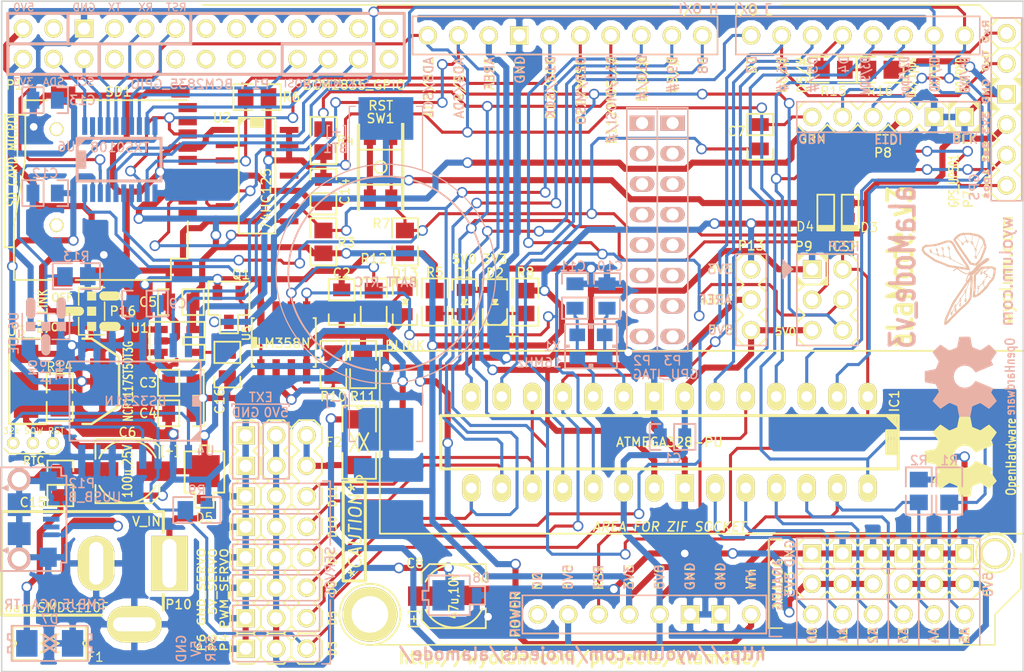
<source format=kicad_pcb>
(kicad_pcb (version 3) (host pcbnew "(2013-jul-14)-product")
  (layers (15 Front signal) (0 Back signal) (18 B.Paste user) (19 F.Paste user) (20 B.SilkS user) (21 F.SilkS user) (22 B.Mask user) (23 F.Mask user) (28 Edge.Cuts user))
  (net 0 "")
  (net 1 +3.3V)
  (net 2 /5V_INT)
  (net 3 /5V_SERVO)
  (net 4 /AREF)
  (net 5 /GPS_BAT)
  (net 6 /GPS_Rx)
  (net 7 /PB0)
  (net 8 /PB1)
  (net 9 /PB6)
  (net 10 /PB7)
  (net 11 /PC0)
  (net 12 /PC1)
  (net 13 /PC2)
  (net 14 /PC3)
  (net 15 /PD2_1pps)
  (net 16 /PD4_GPS_Rx)
  (net 17 /PD5)
  (net 18 /PD6_GPS_Tx)
  (net 19 /PD7)
  (net 20 /RPi/5V0)
  (net 21 /RPi/MISO)
  (net 22 /RPi/MOSI)
  (net 23 /RPi/RESET)
  (net 24 /RPi/RXD)
  (net 25 /RPi/Rpi_3V3)
  (net 26 /RPi/Rpi_5V0)
  (net 27 /RPi/Rpi_MISO)
  (net 28 /RPi/Rpi_MOSI)
  (net 29 /RPi/Rpi_RST)
  (net 30 /RPi/Rpi_Rx)
  (net 31 /RPi/Rpi_SCK)
  (net 32 /RPi/Rpi_SCL)
  (net 33 /RPi/Rpi_SDA)
  (net 34 /RPi/Rpi_Tx)
  (net 35 /RPi/SCK)
  (net 36 /RPi/SCL)
  (net 37 /RPi/SDA)
  (net 38 /RPi/TXD)
  (net 39 /SD_CLK)
  (net 40 /SD_CS)
  (net 41 /SD_DATA_IN)
  (net 42 /SS)
  (net 43 /aLaMode_pwr/CMP)
  (net 44 /aLaMode_pwr/GATE_CMD)
  (net 45 /aLaMode_pwr/PWR_IN)
  (net 46 /aLaMode_pwr/USBVCC)
  (net 47 /aLaMode_pwr/USB_IN)
  (net 48 /aLaMode_pwr/V_IN)
  (net 49 /aLaMode_rtc/32k)
  (net 50 /aLaMode_rtc/BAT)
  (net 51 /aLaMode_rtc/PD3_SQW)
  (net 52 /aLaMode_rtc/RST)
  (net 53 /~RTS)
  (net 54 GND)
  (net 55 N-0000093)
  (net 56 N-0000094)
  (net 57 N-0000097)
  (net 58 N-0000098)
  (net 59 N-0000099)
  (module Header_Servo (layer Front) (at 45.72 70.485 90)
    (fp_text reference P6 (at -8.382 -3.683 90) (layer F.SilkS) (effects (font (size 0.635 0.762) (thickness 0.127))))
    (fp_text value GND_SERVO (at -3.7465 -3.683 90) (layer F.SilkS) (effects (font (size 0.635 0.762) (thickness 0.127))))
    (pad 1 thru_hole rect (at -8.89 0 90) (size 1.524 1.524) (drill 1.016) (layers *.Cu *.Mask F.SilkS) (net 54 GND))
    (pad 2 thru_hole rect (at -6.35 0 90) (size 1.524 1.524) (drill 1.016) (layers *.Cu *.Mask F.SilkS) (net 54 GND))
    (pad 3 thru_hole rect (at -3.81 0 90) (size 1.524 1.524) (drill 1.016) (layers *.Cu *.Mask F.SilkS) (net 54 GND))
    (pad 4 thru_hole rect (at -1.27 0 90) (size 1.524 1.524) (drill 1.016) (layers *.Cu *.Mask F.SilkS) (net 54 GND))
    (pad 5 thru_hole rect (at 1.27 0 90) (size 1.524 1.524) (drill 1.016) (layers *.Cu *.Mask F.SilkS) (net 54 GND))
    (pad 6 thru_hole rect (at 3.81 0 90) (size 1.524 1.524) (drill 1.016) (layers *.Cu *.Mask F.SilkS) (net 54 GND))
    (pad 7 thru_hole rect (at 6.35 0 90) (size 1.524 1.524) (drill 1.016) (layers *.Cu *.Mask F.SilkS) (net 54 GND))
    (pad 8 thru_hole rect (at 8.89 0 90) (size 1.524 1.524) (drill 1.016) (layers *.Cu *.Mask F.SilkS) (net 54 GND))
  )
  (module Header_Servo (layer Front) (at 48.26 70.485 90)
    (fp_text reference P5 (at -8.382 -5.2705 90) (layer F.SilkS) (effects (font (size 0.635 0.762) (thickness 0.127))))
    (fp_text value 5V_SERVO (at -3.302 -5.2705 90) (layer F.SilkS) (effects (font (size 0.635 0.762) (thickness 0.127))))
    (pad 1 thru_hole circle (at -8.89 0 90) (size 1.524 1.524) (drill 1.016) (layers *.Cu *.Mask F.SilkS) (net 3 /5V_SERVO))
    (pad 2 thru_hole circle (at -6.35 0 90) (size 1.524 1.524) (drill 1.016) (layers *.Cu *.Mask F.SilkS) (net 3 /5V_SERVO))
    (pad 3 thru_hole circle (at -3.81 0 90) (size 1.524 1.524) (drill 1.016) (layers *.Cu *.Mask F.SilkS) (net 3 /5V_SERVO))
    (pad 4 thru_hole circle (at -1.27 0 90) (size 1.524 1.524) (drill 1.016) (layers *.Cu *.Mask F.SilkS) (net 3 /5V_SERVO))
    (pad 5 thru_hole circle (at 1.27 0 90) (size 1.524 1.524) (drill 1.016) (layers *.Cu *.Mask F.SilkS) (net 3 /5V_SERVO))
    (pad 6 thru_hole circle (at 3.81 0 90) (size 1.524 1.524) (drill 1.016) (layers *.Cu *.Mask F.SilkS) (net 3 /5V_SERVO))
    (pad 7 thru_hole circle (at 6.35 0 90) (size 1.524 1.524) (drill 1.016) (layers *.Cu *.Mask F.SilkS) (net 3 /5V_SERVO))
    (pad 8 thru_hole circle (at 8.89 0 90) (size 1.524 1.524) (drill 1.016) (layers *.Cu *.Mask F.SilkS) (net 3 /5V_SERVO))
  )
  (module c_0805 (layer Front) (at 30.2895 65.5955 270)
    (fp_text reference C15 (at 1.5875 2.286 360) (layer F.SilkS) (effects (font (size 0.762 0.762) (thickness 0.127))))
    (fp_text value 1n hide)
    (pad 1 smd rect (at 1.016 0 270) (size 1.0668 1.4224) (layers Front F.Paste F.Mask) (net 20 /RPi/5V0))
    (pad 2 smd rect (at -1.016 0 270) (size 1.0668 1.4224) (layers Front F.Paste F.Mask) (net 54 GND))
  )
  (module diode-DO214AA (layer Back) (at 29.4005 78.9305)
    (fp_text reference D7 (at 0 -2.032) (layer B.SilkS) (effects (font (size 0.762 0.762) (thickness 0.127)) (justify mirror)))
    (fp_text value SMBJ5.0CA-TR (at 0.4445 -3.2385) (layer B.SilkS) (effects (font (size 0.762 0.762) (thickness 0.127)) (justify mirror)))
    (pad 2 smd rect (at 1.905 0) (size 1.778 2.2225) (layers Back B.Paste B.Mask) (net 54 GND))
    (pad 1 smd rect (at -1.905 0) (size 1.778 2.2225) (layers Back B.Paste B.Mask) (net 20 /RPi/5V0))
  )
  (module c_0805 (layer Front) (at 44.196 55.6895 90)
    (fp_text reference C16 (at -3.048 -0.635 90) (layer F.SilkS) (effects (font (size 0.762 0.762) (thickness 0.127))))
    (fp_text value 10n hide)
    (pad 1 smd rect (at 1.016 0 90) (size 1.0668 1.4224) (layers Front F.Paste F.Mask) (net 55 N-0000093))
    (pad 2 smd rect (at -1.016 0 90) (size 1.0668 1.4224) (layers Front F.Paste F.Mask) (net 54 GND))
  )
  (module led_0805 (layer Front) (at 58.9915 50.4825 90)
    (fp_text reference D13 (at 2.413 0 180) (layer F.SilkS) (effects (font (size 0.762 0.762) (thickness 0.127))))
    (fp_text value BLINK (at -3.6322 0 180) (layer F.SilkS) (effects (font (size 0.762 0.762) (thickness 0.127))))
    (pad 1 smd rect (at 1.016 0 90) (size 1.016 1.27) (layers Front F.Paste F.Mask) (net 57 N-0000097))
    (pad 2 smd rect (at -1.016 0 90) (size 1.016 1.27) (layers Front F.Paste F.Mask) (net 54 GND))
  )
  (module led_0805 (layer Front) (at 66.4845 50.4825 270)
    (fp_text reference D2 (at -2.413 0 360) (layer F.SilkS) (effects (font (size 0.762 0.762) (thickness 0.127))))
    (fp_text value 3V3 (at -3.5814 0 360) (layer F.SilkS) (effects (font (size 0.762 0.762) (thickness 0.127))))
    (pad 1 smd rect (at 1.016 0 270) (size 1.016 1.27) (layers Front F.Paste F.Mask) (net 59 N-0000099))
    (pad 2 smd rect (at -1.016 0 270) (size 1.016 1.27) (layers Front F.Paste F.Mask) (net 54 GND))
  )
  (module led_0805 (layer Front) (at 63.9445 50.4825 270)
    (fp_text reference D1 (at -2.413 0 360) (layer F.SilkS) (effects (font (size 0.762 0.762) (thickness 0.127))))
    (fp_text value 5V0 (at -3.5687 0.0127 360) (layer F.SilkS) (effects (font (size 0.762 0.762) (thickness 0.127))))
    (pad 1 smd rect (at 1.016 0 270) (size 1.016 1.27) (layers Front F.Paste F.Mask) (net 56 N-0000094))
    (pad 2 smd rect (at -1.016 0 270) (size 1.016 1.27) (layers Front F.Paste F.Mask) (net 54 GND))
  )
  (module tssop-20 (layer Back) (at 35.2425 38.608)
    (fp_text reference U6 (at -4.445 -1.0795) (layer B.SilkS) (effects (font (size 0.762 0.762) (thickness 0.127)) (justify mirror)))
    (fp_text value TXS0108 (at 0 -1.016) (layer B.SilkS) (effects (font (size 0.762 0.762) (thickness 0.127)) (justify mirror)))
    (pad 5 smd rect (at -0.32512 -2.79908) (size 0.4191 1.47066) (layers Back B.Paste B.Mask) (net 30 /RPi/Rpi_Rx) (clearance 0.1016))
    (pad 6 smd rect (at 0.32512 -2.79908) (size 0.4191 1.47066) (layers Back B.Paste B.Mask) (net 29 /RPi/Rpi_RST) (clearance 0.1016))
    (pad 7 smd rect (at 0.97536 -2.79908) (size 0.4191 1.47066) (layers Back B.Paste B.Mask) (net 28 /RPi/Rpi_MOSI) (clearance 0.1016))
    (pad 8 smd rect (at 1.6256 -2.79908) (size 0.4191 1.47066) (layers Back B.Paste B.Mask) (net 27 /RPi/Rpi_MISO) (clearance 0.1016))
    (pad 19 smd rect (at -2.26568 2.794) (size 0.4191 1.47066) (layers Back B.Paste B.Mask) (net 20 /RPi/5V0) (clearance 0.1016))
    (pad 2 smd rect (at -2.27584 -2.79908) (size 0.4191 1.47066) (layers Back B.Paste B.Mask) (net 25 /RPi/Rpi_3V3) (clearance 0.1016))
    (pad 3 smd rect (at -1.6256 -2.79908) (size 0.4191 1.47066) (layers Back B.Paste B.Mask) (net 32 /RPi/Rpi_SCL) (clearance 0.1016))
    (pad 4 smd rect (at -0.97536 -2.79908) (size 0.4191 1.47066) (layers Back B.Paste B.Mask) (net 34 /RPi/Rpi_Tx) (clearance 0.1016))
    (pad 12 smd rect (at 2.27584 2.79908) (size 0.4191 1.47066) (layers Back B.Paste B.Mask) (net 35 /RPi/SCK) (clearance 0.1016))
    (pad 13 smd rect (at 1.6256 2.79908) (size 0.4191 1.47066) (layers Back B.Paste B.Mask) (net 21 /RPi/MISO) (clearance 0.1016))
    (pad 14 smd rect (at 0.97536 2.79908) (size 0.4191 1.47066) (layers Back B.Paste B.Mask) (net 22 /RPi/MOSI) (clearance 0.1016))
    (pad 15 smd rect (at 0.32512 2.79908) (size 0.4191 1.47066) (layers Back B.Paste B.Mask) (net 23 /RPi/RESET) (clearance 0.1016))
    (pad 16 smd rect (at -0.32512 2.79908) (size 0.4191 1.47066) (layers Back B.Paste B.Mask) (net 38 /RPi/TXD) (clearance 0.1016))
    (pad 17 smd rect (at -0.97536 2.79908) (size 0.4191 1.47066) (layers Back B.Paste B.Mask) (net 24 /RPi/RXD) (clearance 0.1016))
    (pad 9 smd rect (at 2.27584 -2.79908) (size 0.4191 1.47066) (layers Back B.Paste B.Mask) (net 31 /RPi/Rpi_SCK) (clearance 0.1016))
    (pad 18 smd rect (at -1.6256 2.794) (size 0.4191 1.47066) (layers Back B.Paste B.Mask) (net 36 /RPi/SCL) (clearance 0.1016))
    (pad 1 smd rect (at -2.92608 -2.79908) (size 0.4191 1.47066) (layers Back B.Paste B.Mask) (net 33 /RPi/Rpi_SDA) (clearance 0.1016))
    (pad 10 smd rect (at 2.92608 -2.79908) (size 0.4191 1.47066) (layers Back B.Paste B.Mask) (net 25 /RPi/Rpi_3V3) (clearance 0.1016))
    (pad 11 smd rect (at 2.92608 2.79908) (size 0.4191 1.47066) (layers Back B.Paste B.Mask) (net 54 GND) (clearance 0.1016))
    (pad 20 smd rect (at -2.92608 2.79908) (size 0.4191 1.47066) (layers Back B.Paste B.Mask) (net 37 /RPi/SDA) (clearance 0.1016))
  )
  (module r_0805 (layer Back) (at 31.623 48.3235 180)
    (fp_text reference R13 (at 0 1.651 180) (layer B.SilkS) (effects (font (size 0.762 0.762) (thickness 0.127)) (justify mirror)))
    (fp_text value 10k hide)
    (pad 1 smd rect (at 0.9525 0 180) (size 1.30048 1.4986) (layers Back B.Paste B.Mask) (net 25 /RPi/Rpi_3V3))
    (pad 2 smd rect (at -0.9525 0 180) (size 1.30048 1.4986) (layers Back B.Paste B.Mask) (net 54 GND))
  )
  (module c_0805 (layer Front) (at 52.197 41.275 270)
    (fp_text reference C14 (at 0 -1.778 270) (layer F.SilkS) (effects (font (size 0.762 0.762) (thickness 0.127))))
    (fp_text value 100n hide)
    (pad 1 smd rect (at 1.016 0 270) (size 1.0668 1.4224) (layers Front F.Paste F.Mask) (net 54 GND))
    (pad 2 smd rect (at -1.016 0 270) (size 1.0668 1.4224) (layers Front F.Paste F.Mask) (net 1 +3.3V))
  )
  (module c_0805 (layer Back) (at 29.0195 33.655 180)
    (fp_text reference C13 (at -3.1115 0 180) (layer B.SilkS) (effects (font (size 0.762 0.762) (thickness 0.127)) (justify mirror)))
    (fp_text value 100n hide)
    (pad 1 smd rect (at 1.016 0 180) (size 1.0668 1.4224) (layers Back B.Paste B.Mask) (net 54 GND))
    (pad 2 smd rect (at -1.016 0 180) (size 1.0668 1.4224) (layers Back B.Paste B.Mask) (net 25 /RPi/Rpi_3V3))
  )
  (module c_0805 (layer Back) (at 29.0195 41.402 180)
    (fp_text reference C12 (at 0 1.651 180) (layer B.SilkS) (effects (font (size 0.762 0.762) (thickness 0.127)) (justify mirror)))
    (fp_text value 100n hide)
    (pad 1 smd rect (at 1.016 0 180) (size 1.0668 1.4224) (layers Back B.Paste B.Mask) (net 54 GND))
    (pad 2 smd rect (at -1.016 0 180) (size 1.0668 1.4224) (layers Back B.Paste B.Mask) (net 20 /RPi/5V0))
  )
  (module SO14E (layer Front) (at 46.6725 39.9415 270)
    (fp_text reference U2 (at -4.826 2.921 360) (layer F.SilkS) (effects (font (size 0.762 0.762) (thickness 0.127))))
    (fp_text value 74HC125 (at 1.9685 -0.762 270) (layer F.SilkS) (effects (font (size 0.762 0.762) (thickness 0.127))))
    (pad 1 smd rect (at -3.81 2.667 270) (size 0.50038 1.5494) (layers Front F.Paste F.Mask) (net 54 GND))
    (pad 2 smd rect (at -2.54 2.667 270) (size 0.50038 1.5494) (layers Front F.Paste F.Mask) (net 35 /RPi/SCK))
    (pad 3 smd rect (at -1.27 2.667 270) (size 0.50038 1.5494) (layers Front F.Paste F.Mask) (net 39 /SD_CLK))
    (pad 4 smd rect (at 0 2.667 270) (size 0.50038 1.5494) (layers Front F.Paste F.Mask) (net 54 GND))
    (pad 5 smd rect (at 1.27 2.667 270) (size 0.50038 1.5494) (layers Front F.Paste F.Mask) (net 22 /RPi/MOSI))
    (pad 6 smd rect (at 2.54 2.667 270) (size 0.50038 1.5494) (layers Front F.Paste F.Mask) (net 41 /SD_DATA_IN))
    (pad 7 smd rect (at 3.81 2.667 270) (size 0.50038 1.5494) (layers Front F.Paste F.Mask) (net 54 GND))
    (pad 8 smd rect (at 3.81 -2.667 270) (size 0.50038 1.5494) (layers Front F.Paste F.Mask) (net 40 /SD_CS))
    (pad 9 smd rect (at 2.54 -2.667 270) (size 0.50038 1.5494) (layers Front F.Paste F.Mask) (net 42 /SS))
    (pad 10 smd rect (at 1.27 -2.667 270) (size 0.50038 1.5494) (layers Front F.Paste F.Mask) (net 54 GND))
    (pad 11 smd rect (at 0 -2.667 270) (size 0.50038 1.5494) (layers Front F.Paste F.Mask))
    (pad 12 smd rect (at -1.27 -2.667 270) (size 0.50038 1.5494) (layers Front F.Paste F.Mask) (net 1 +3.3V))
    (pad 13 smd rect (at -2.54 -2.667 270) (size 0.50038 1.5494) (layers Front F.Paste F.Mask) (net 1 +3.3V))
    (pad 14 smd rect (at -3.81 -2.667 270) (size 0.50038 1.5494) (layers Front F.Paste F.Mask) (net 1 +3.3V))
  )
  (module SW_SMD (layer Front) (at 56.9595 39.243 270)
    (fp_text reference SW1 (at -4.064 0 360) (layer F.SilkS) (effects (font (size 0.762 0.762) (thickness 0.127))))
    (fp_text value RST (at -5.1308 -0.0127 360) (layer F.SilkS) (effects (font (size 0.762 0.762) (thickness 0.127))))
    (pad 1 smd rect (at -2.6035 0.889 270) (size 1.50114 1.00076) (layers Front F.Paste F.Mask) (net 54 GND))
    (pad 1 smd rect (at 2.6035 0.889 270) (size 1.50114 1.00076) (layers Front F.Paste F.Mask) (net 54 GND))
    (pad 2 smd rect (at 2.6035 -0.889 270) (size 1.50114 1.00076) (layers Front F.Paste F.Mask) (net 23 /RPi/RESET))
    (pad 2 smd rect (at -2.6035 -0.889 270) (size 1.50114 1.00076) (layers Front F.Paste F.Mask) (net 23 /RPi/RESET))
  )
  (module c_0805 (layer Back) (at 73.152 49.9745 270)
    (fp_text reference C11 (at -2.4765 0.1905 540) (layer B.SilkS) (effects (font (size 0.762 0.762) (thickness 0.127)) (justify mirror)))
    (fp_text value 22p hide)
    (pad 1 smd rect (at 1.016 0 270) (size 1.0668 1.4224) (layers Back B.Paste B.Mask) (net 10 /PB7))
    (pad 2 smd rect (at -1.016 0 270) (size 1.0668 1.4224) (layers Back B.Paste B.Mask) (net 54 GND))
  )
  (module c_0805 (layer Front) (at 88.5825 36.703 90)
    (fp_text reference C7 (at 0.4445 -1.9685 180) (layer F.SilkS) (effects (font (size 0.762 0.762) (thickness 0.127))))
    (fp_text value 100n hide)
    (pad 1 smd rect (at 1.016 0 90) (size 1.0668 1.4224) (layers Front F.Paste F.Mask) (net 53 /~RTS))
    (pad 2 smd rect (at -1.016 0 90) (size 1.0668 1.4224) (layers Front F.Paste F.Mask) (net 23 /RPi/RESET))
  )
  (module c_0805 (layer Back) (at 81.28 61.722)
    (fp_text reference C1 (at 0 1.778) (layer B.SilkS) (effects (font (size 0.762 0.762) (thickness 0.127)) (justify mirror)))
    (fp_text value 100n hide)
    (pad 1 smd rect (at 1.016 0) (size 1.0668 1.4224) (layers Back B.Paste B.Mask) (net 20 /RPi/5V0))
    (pad 2 smd rect (at -1.016 0) (size 1.0668 1.4224) (layers Back B.Paste B.Mask) (net 54 GND))
  )
  (module c_0805 (layer Front) (at 40.3225 59.7535 180)
    (fp_text reference C4 (at 2.7305 0 180) (layer F.SilkS) (effects (font (size 0.762 0.762) (thickness 0.127))))
    (fp_text value 100n hide)
    (pad 1 smd rect (at 1.016 0 180) (size 1.0668 1.4224) (layers Front F.Paste F.Mask) (net 20 /RPi/5V0))
    (pad 2 smd rect (at -1.016 0 180) (size 1.0668 1.4224) (layers Front F.Paste F.Mask) (net 54 GND))
  )
  (module c_0805 (layer Front) (at 40.3225 50.4825)
    (fp_text reference C5 (at -2.7305 0) (layer F.SilkS) (effects (font (size 0.762 0.762) (thickness 0.127))))
    (fp_text value 2u2 hide)
    (pad 1 smd rect (at 1.016 0) (size 1.0668 1.4224) (layers Front F.Paste F.Mask) (net 1 +3.3V))
    (pad 2 smd rect (at -1.016 0) (size 1.0668 1.4224) (layers Front F.Paste F.Mask) (net 54 GND))
  )
  (module c_0805 (layer Back) (at 37.338 50.6095)
    (fp_text reference C9 (at 2.7305 0) (layer B.SilkS) (effects (font (size 0.762 0.762) (thickness 0.127)) (justify mirror)))
    (fp_text value 100n hide)
    (pad 1 smd rect (at 1.016 0) (size 1.0668 1.4224) (layers Back B.Paste B.Mask) (net 50 /aLaMode_rtc/BAT))
    (pad 2 smd rect (at -1.016 0) (size 1.0668 1.4224) (layers Back B.Paste B.Mask) (net 54 GND))
  )
  (module c_0805 (layer Back) (at 75.819 49.9745 270)
    (fp_text reference C10 (at -2.4765 -0.254 540) (layer B.SilkS) (effects (font (size 0.762 0.762) (thickness 0.127)) (justify mirror)))
    (fp_text value 22p hide)
    (pad 1 smd rect (at 1.016 0 270) (size 1.0668 1.4224) (layers Back B.Paste B.Mask) (net 9 /PB6))
    (pad 2 smd rect (at -1.016 0 270) (size 1.0668 1.4224) (layers Back B.Paste B.Mask) (net 54 GND))
  )
  (module c_0805 (layer Front) (at 40.3225 57.2135 180)
    (fp_text reference C3 (at 2.7305 0 180) (layer F.SilkS) (effects (font (size 0.762 0.762) (thickness 0.127))))
    (fp_text value "2u2 Tant" hide)
    (pad 1 smd rect (at 1.016 0 180) (size 1.0668 1.4224) (layers Front F.Paste F.Mask) (net 20 /RPi/5V0))
    (pad 2 smd rect (at -1.016 0 180) (size 1.0668 1.4224) (layers Front F.Paste F.Mask) (net 54 GND))
  )
  (module DIP (layer Front) (at 81.026 62.1665)
    (fp_text reference DIP1 hide)
    (fp_text value DIP hide)
  )
  (module r_0805 (layer Front) (at 46.6725 33.401)
    (fp_text reference R6 (at 2.8575 0) (layer F.SilkS) (effects (font (size 0.762 0.762) (thickness 0.127))))
    (fp_text value 10k hide)
    (pad 1 smd rect (at 0.9525 0) (size 1.30048 1.4986) (layers Front F.Paste F.Mask) (net 1 +3.3V))
    (pad 2 smd rect (at -0.9525 0) (size 1.30048 1.4986) (layers Front F.Paste F.Mask) (net 35 /RPi/SCK))
  )
  (module r_0805 (layer Front) (at 52.197 37.0205 270)
    (fp_text reference R4 (at 0 -1.8415 360) (layer F.SilkS) (effects (font (size 0.762 0.762) (thickness 0.127))))
    (fp_text value 10k hide)
    (pad 1 smd rect (at 0.9525 0 270) (size 1.30048 1.4986) (layers Front F.Paste F.Mask) (net 1 +3.3V))
    (pad 2 smd rect (at -0.9525 0 270) (size 1.30048 1.4986) (layers Front F.Paste F.Mask) (net 22 /RPi/MOSI))
  )
  (module r_0805 (layer Front) (at 52.197 45.466 270)
    (fp_text reference R3 (at 0.0635 -1.905 360) (layer F.SilkS) (effects (font (size 0.762 0.762) (thickness 0.127))))
    (fp_text value 10k hide)
    (pad 1 smd rect (at 0.9525 0 270) (size 1.30048 1.4986) (layers Front F.Paste F.Mask) (net 1 +3.3V))
    (pad 2 smd rect (at -0.9525 0 270) (size 1.30048 1.4986) (layers Front F.Paste F.Mask) (net 42 /SS))
  )
  (module r_0805 (layer Front) (at 58.9915 45.466 270)
    (fp_text reference R7 (at -1.524 1.9685 360) (layer F.SilkS) (effects (font (size 0.762 0.762) (thickness 0.127))))
    (fp_text value 10k hide)
    (pad 1 smd rect (at 0.9525 0 270) (size 1.30048 1.4986) (layers Front F.Paste F.Mask) (net 20 /RPi/5V0))
    (pad 2 smd rect (at -0.9525 0 270) (size 1.30048 1.4986) (layers Front F.Paste F.Mask) (net 23 /RPi/RESET))
  )
  (module r_0805 (layer Back) (at 104.3305 66.2305 90)
    (fp_text reference R1 (at 2.54 0 180) (layer B.SilkS) (effects (font (size 0.762 0.762) (thickness 0.127)) (justify mirror)))
    (fp_text value 10k hide)
    (pad 1 smd rect (at 0.9525 0 90) (size 1.30048 1.4986) (layers Back B.Paste B.Mask) (net 20 /RPi/5V0))
    (pad 2 smd rect (at -0.9525 0 90) (size 1.30048 1.4986) (layers Back B.Paste B.Mask) (net 36 /RPi/SCL))
  )
  (module r_0805 (layer Back) (at 101.7905 66.2305 90)
    (fp_text reference R2 (at 2.54 0 180) (layer B.SilkS) (effects (font (size 0.762 0.762) (thickness 0.127)) (justify mirror)))
    (fp_text value 10k hide)
    (pad 1 smd rect (at 0.9525 0 90) (size 1.30048 1.4986) (layers Back B.Paste B.Mask) (net 20 /RPi/5V0))
    (pad 2 smd rect (at -0.9525 0 90) (size 1.30048 1.4986) (layers Back B.Paste B.Mask) (net 37 /RPi/SDA))
  )
  (module r_0805 (layer Front) (at 61.468 50.4825 90)
    (fp_text reference R5 (at 2.4765 0 180) (layer F.SilkS) (effects (font (size 0.762 0.762) (thickness 0.127))))
    (fp_text value 1k5 hide)
    (pad 1 smd rect (at 0.9525 0 90) (size 1.30048 1.4986) (layers Front F.Paste F.Mask) (net 20 /RPi/5V0))
    (pad 2 smd rect (at -0.9525 0 90) (size 1.30048 1.4986) (layers Front F.Paste F.Mask) (net 56 N-0000094))
  )
  (module r_0805 (layer Front) (at 69.0245 50.4825 90)
    (fp_text reference R8 (at 2.4765 0 180) (layer F.SilkS) (effects (font (size 0.762 0.762) (thickness 0.127))))
    (fp_text value 1k5 hide)
    (pad 1 smd rect (at 0.9525 0 90) (size 1.30048 1.4986) (layers Front F.Paste F.Mask) (net 1 +3.3V))
    (pad 2 smd rect (at -0.9525 0 90) (size 1.30048 1.4986) (layers Front F.Paste F.Mask) (net 59 N-0000099))
  )
  (module O: (layer Front) (at 29.6545 62.23)
    (fp_text reference B3 hide)
    (fp_text value I/O hide)
    (pad 1 thru_hole circle (at 0 0) (size 1.016 1.016) (drill 0.635) (layers *.Cu *.Mask F.SilkS) (net 52 /aLaMode_rtc/RST))
  )
  (module O: (layer Front) (at 28.0035 62.23)
    (fp_text reference B2 hide)
    (fp_text value I/O hide)
    (pad 1 thru_hole circle (at 0 0) (size 1.016 1.016) (drill 0.635) (layers *.Cu *.Mask F.SilkS) (net 51 /aLaMode_rtc/PD3_SQW))
  )
  (module O: (layer Front) (at 26.3525 62.23)
    (fp_text reference B15 hide)
    (fp_text value I/O hide)
    (pad 1 thru_hole circle (at 0 0) (size 1.016 1.016) (drill 0.635) (layers *.Cu *.Mask F.SilkS) (net 49 /aLaMode_rtc/32k))
  )
  (module Xtal_SMD2 (layer Back) (at 74.4855 54.1655 180)
    (fp_text reference X1 (at 3.2385 0 180) (layer B.SilkS) (effects (font (size 0.762 0.762) (thickness 0.127)) (justify mirror)))
    (fp_text value 16MHz (at 4.3053 -1.3716 180) (layer B.SilkS) (effects (font (size 0.762 0.762) (thickness 0.127)) (justify mirror)))
    (pad 1 smd rect (at -1.143 -0.9525 180) (size 1.30048 1.04902) (layers Back B.Paste B.Mask) (net 9 /PB6))
    (pad 2 smd rect (at 1.143 0.9525 180) (size 1.30048 1.04902) (layers Back B.Paste B.Mask) (net 10 /PB7))
    (pad 1 smd rect (at -1.143 0.9525 180) (size 1.30048 1.04902) (layers Back B.Paste B.Mask) (net 9 /PB6))
    (pad 2 smd rect (at 1.143 -0.9525 180) (size 1.30048 1.04902) (layers Back B.Paste B.Mask) (net 10 /PB7))
  )
  (module DS3231 (layer Back) (at 36.5125 58.7375 180)
    (fp_text reference U4 (at -5.8674 -4.1402 180) (layer B.SilkS) (effects (font (size 0.762 0.762) (thickness 0.127)) (justify mirror)))
    (fp_text value DS3231N (at -0.0254 -0.0127 180) (layer B.SilkS) (effects (font (size 0.762 0.762) (thickness 0.127)) (justify mirror)))
    (pad 1 smd rect (at -4.445 -4.65074 180) (size 0.59944 1.99898) (layers Back B.Paste B.Mask) (net 49 /aLaMode_rtc/32k))
    (pad 2 smd rect (at -3.175 -4.65074 180) (size 0.59944 1.99898) (layers Back B.Paste B.Mask) (net 20 /RPi/5V0))
    (pad 3 smd rect (at -1.905 -4.65074 180) (size 0.59944 1.99898) (layers Back B.Paste B.Mask) (net 51 /aLaMode_rtc/PD3_SQW))
    (pad 4 smd rect (at -0.635 -4.65074 180) (size 0.59944 1.99898) (layers Back B.Paste B.Mask) (net 52 /aLaMode_rtc/RST))
    (pad 5 smd rect (at 0.635 -4.65074 180) (size 0.59944 1.99898) (layers Back B.Paste B.Mask) (net 54 GND))
    (pad 6 smd rect (at 1.905 -4.65074 180) (size 0.59944 1.99898) (layers Back B.Paste B.Mask) (net 54 GND))
    (pad 7 smd rect (at 3.175 -4.65074 180) (size 0.59944 1.99898) (layers Back B.Paste B.Mask) (net 54 GND))
    (pad 8 smd rect (at 4.445 -4.65074 180) (size 0.59944 1.99898) (layers Back B.Paste B.Mask) (net 54 GND))
    (pad 9 smd rect (at 4.445 4.65074 180) (size 0.59944 1.99898) (layers Back B.Paste B.Mask) (net 54 GND))
    (pad 10 smd rect (at 3.175 4.65074 180) (size 0.59944 1.99898) (layers Back B.Paste B.Mask) (net 54 GND))
    (pad 11 smd rect (at 1.905 4.65074 180) (size 0.59944 1.99898) (layers Back B.Paste B.Mask) (net 54 GND))
    (pad 12 smd rect (at 0.635 4.65074 180) (size 0.59944 1.99898) (layers Back B.Paste B.Mask) (net 54 GND))
    (pad 13 smd rect (at -0.635 4.65074 180) (size 0.59944 1.99898) (layers Back B.Paste B.Mask) (net 54 GND))
    (pad 14 smd rect (at -1.905 4.65074 180) (size 0.59944 1.99898) (layers Back B.Paste B.Mask) (net 50 /aLaMode_rtc/BAT))
    (pad 15 smd rect (at -3.175 4.65074 180) (size 0.59944 1.99898) (layers Back B.Paste B.Mask) (net 37 /RPi/SDA))
    (pad 16 smd rect (at -4.445 4.65074 180) (size 0.59944 1.99898) (layers Back B.Paste B.Mask) (net 36 /RPi/SCL))
  )
  (module r_0805 (layer Back) (at 41.656 67.818)
    (fp_text reference R9 (at 0 -1.651) (layer B.SilkS) (effects (font (size 0.762 0.762) (thickness 0.127)) (justify mirror)))
    (fp_text value 10k hide)
    (pad 1 smd rect (at 0.9525 0) (size 1.30048 1.4986) (layers Back B.Paste B.Mask) (net 20 /RPi/5V0))
    (pad 2 smd rect (at -0.9525 0) (size 1.30048 1.4986) (layers Back B.Paste B.Mask) (net 51 /aLaMode_rtc/PD3_SQW))
  )
  (module r_0805 (layer Front) (at 53.0225 55.6895 90)
    (fp_text reference R10 (at -2.667 0 180) (layer F.SilkS) (effects (font (size 0.762 0.762) (thickness 0.127))))
    (fp_text value 10k hide)
    (pad 1 smd rect (at 0.9525 0 90) (size 1.30048 1.4986) (layers Front F.Paste F.Mask) (net 48 /aLaMode_pwr/V_IN))
    (pad 2 smd rect (at -0.9525 0 90) (size 1.30048 1.4986) (layers Front F.Paste F.Mask) (net 43 /aLaMode_pwr/CMP))
  )
  (module r_0805 (layer Front) (at 55.499 55.6895 270)
    (fp_text reference R11 (at 2.667 0 360) (layer F.SilkS) (effects (font (size 0.762 0.762) (thickness 0.127))))
    (fp_text value 10k hide)
    (pad 1 smd rect (at 0.9525 0 270) (size 1.30048 1.4986) (layers Front F.Paste F.Mask) (net 43 /aLaMode_pwr/CMP))
    (pad 2 smd rect (at -0.9525 0 270) (size 1.30048 1.4986) (layers Front F.Paste F.Mask) (net 54 GND))
  )
  (module r_0805 (layer Front) (at 56.388 50.4825 90)
    (fp_text reference R12 (at 3.6195 0 180) (layer F.SilkS) (effects (font (size 0.762 0.762) (thickness 0.127))))
    (fp_text value 1k hide)
    (pad 1 smd rect (at 0.9525 0 90) (size 1.30048 1.4986) (layers Front F.Paste F.Mask) (net 58 N-0000098))
    (pad 2 smd rect (at -0.9525 0 90) (size 1.30048 1.4986) (layers Front F.Paste F.Mask) (net 57 N-0000097))
  )
  (module CR1632_2 (layer Back) (at 57.404 48.133 90)
    (fp_text reference BT1 (at 10.4775 -4.191 180) (layer B.SilkS) (effects (font (size 0.762 0.762) (thickness 0.127)) (justify mirror)))
    (fp_text value BATT_RTC (at -0.6985 0 180) (layer B.SilkS) (effects (font (size 0.762 0.762) (thickness 0.127)) (justify mirror)))
    (fp_text user [-] (at -10.541 -4.1275 180) (layer B.SilkS) (effects (font (size 0.762 0.762) (thickness 0.127)) (justify mirror)))
    (fp_text user [+] (at 11.8745 -4.1275 180) (layer B.SilkS) (effects (font (size 0.762 0.762) (thickness 0.127)) (justify mirror)))
    (pad - smd rect (at -12.954 0 90) (size 3.556 4.572) (layers Back B.Paste B.Mask) (net 54 GND))
    (pad + smd rect (at 12.954 0 90) (size 3.556 4.572) (layers Back B.Paste B.Mask) (net 50 /aLaMode_rtc/BAT))
  )
  (module SOT23-5 (layer Front) (at 40.005 53.721 270)
    (fp_text reference U1 (at -1.0795 3.1115 360) (layer F.SilkS) (effects (font (size 0.762 0.762) (thickness 0.127))))
    (fp_text value LP2985-33DBVR hide)
    (pad 1 smd rect (at -0.9525 1.3335 270) (size 0.59944 1.1176) (layers Front F.Paste F.Mask) (net 20 /RPi/5V0) (clearance 0.127))
    (pad 3 smd rect (at 0.9525 1.3335 270) (size 0.59944 1.1176) (layers Front F.Paste F.Mask) (net 20 /RPi/5V0) (clearance 0.127))
    (pad 2 smd rect (at 0 1.3335 270) (size 0.59944 1.1176) (layers Front F.Paste F.Mask) (net 54 GND) (clearance 0.127))
    (pad 4 smd rect (at 0.9525 -1.3335 270) (size 0.59944 1.1176) (layers Front F.Paste F.Mask) (net 55 N-0000093) (clearance 0.127))
    (pad 5 smd rect (at -0.9525 -1.3335 270) (size 0.59944 1.1176) (layers Front F.Paste F.Mask) (net 1 +3.3V) (clearance 0.127))
  )
  (module SOT223 (layer Front) (at 30.607 57.0865 270)
    (fp_text reference U3 (at -4.191 4.0005 360) (layer F.SilkS) (effects (font (size 0.762 0.762) (thickness 0.127))))
    (fp_text value NCP1117ST50T3G (at 0 -5.334 270) (layer F.SilkS) (effects (font (size 0.762 0.508) (thickness 0.127))))
    (pad 4 smd rect (at 0 -3.175 270) (size 3.81 2.032) (layers Front F.Paste F.Mask) (net 20 /RPi/5V0))
    (pad 2 smd rect (at 0 3.175 270) (size 1.524 2.032) (layers Front F.Paste F.Mask) (net 20 /RPi/5V0))
    (pad 3 smd rect (at 2.286 3.175 270) (size 1.524 2.032) (layers Front F.Paste F.Mask) (net 48 /aLaMode_pwr/V_IN))
    (pad 1 smd rect (at -2.286 3.175 270) (size 1.524 2.032) (layers Front F.Paste F.Mask) (net 54 GND))
  )
  (module SOT23-3 (layer Front) (at 44.323 50.927 180)
    (fp_text reference Q1 (at -1.016 2.7305 180) (layer F.SilkS) (effects (font (size 0.762 0.762) (thickness 0.127))))
    (fp_text value FDN340P hide)
    (pad G smd rect (at -0.9525 1.2065 180) (size 0.8001 1.19888) (layers Front F.Paste F.Mask) (net 44 /aLaMode_pwr/GATE_CMD))
    (pad D smd rect (at 0 -1.2065 180) (size 0.8001 1.19888) (layers Front F.Paste F.Mask) (net 46 /aLaMode_pwr/USBVCC))
    (pad S smd rect (at 0.9525 1.2065 180) (size 0.8001 1.19888) (layers Front F.Paste F.Mask) (net 20 /RPi/5V0))
  )
  (module SO8E (layer Front) (at 48.895 53.848)
    (fp_text reference U5 (at -3.1115 -0.762 90) (layer F.SilkS) (effects (font (size 0.635 0.635) (thickness 0.127))))
    (fp_text value LM358N (at 0 0.0635) (layer F.SilkS) (effects (font (size 0.762 0.762) (thickness 0.127))))
    (pad 8 smd rect (at -1.905 -2.413) (size 0.6096 2.032) (layers Front F.Paste F.Mask) (net 20 /RPi/5V0))
    (pad 1 smd rect (at -1.905 2.413) (size 0.6096 2.032) (layers Front F.Paste F.Mask) (net 44 /aLaMode_pwr/GATE_CMD))
    (pad 7 smd rect (at -0.635 -2.413) (size 0.6096 2.032) (layers Front F.Paste F.Mask) (net 58 N-0000098))
    (pad 6 smd rect (at 0.635 -2.413) (size 0.6096 2.032) (layers Front F.Paste F.Mask) (net 58 N-0000098))
    (pad 5 smd rect (at 1.905 -2.413) (size 0.6096 2.032) (layers Front F.Paste F.Mask) (net 35 /RPi/SCK))
    (pad 2 smd rect (at -0.635 2.413) (size 0.6096 2.032) (layers Front F.Paste F.Mask) (net 1 +3.3V))
    (pad 3 smd rect (at 0.635 2.413) (size 0.6096 2.032) (layers Front F.Paste F.Mask) (net 43 /aLaMode_pwr/CMP))
    (pad 4 smd rect (at 1.905 2.413) (size 0.6096 2.032) (layers Front F.Paste F.Mask) (net 54 GND))
  )
  (module c_0805 (layer Front) (at 53.721 50.4825 90)
    (fp_text reference C2 (at 2.413 0 180) (layer F.SilkS) (effects (font (size 0.762 0.762) (thickness 0.127))))
    (fp_text value 100n hide)
    (pad 1 smd rect (at 1.016 0 90) (size 1.0668 1.4224) (layers Front F.Paste F.Mask) (net 20 /RPi/5V0))
    (pad 2 smd rect (at -1.016 0 90) (size 1.0668 1.4224) (layers Front F.Paste F.Mask) (net 54 GND))
  )
  (module OSHW_6mm (layer Back) (at 105.283 56.7055 90)
    (fp_text reference G3 hide)
    (fp_text value Logo_OH hide)
    (fp_text user OpenHardware (at 0 4.1148 90) (layer B.SilkS) (effects (font (size 0.762 0.6096) (thickness 0.127)) (justify mirror)))
  )
  (module OSHW_6mm (layer Front) (at 105.283 63.373 90)
    (fp_text reference G4 hide)
    (fp_text value Logo_OH hide)
    (fp_text user OpenHardware (at 0 4.191 90) (layer F.SilkS) (effects (font (size 0.762 0.6096) (thickness 0.127))))
  )
  (module Logo-WL3 (layer Front) (at 101.473 53.5178 90)
    (fp_text reference G1 hide)
    (fp_text value Logo_Wyolum hide)
  )
  (module Logo-WL3 (layer Back) (at 101.473 53.5305 90)
    (fp_text reference G2 hide)
    (fp_text value Logo_Wyolum hide)
  )
  (module C_ELCO_SMD (layer Front) (at 63.0555 74.9935 270)
    (fp_text reference C8 (at -2.7305 3.2385 360) (layer F.SilkS) (effects (font (size 0.762 0.762) (thickness 0.127))))
    (fp_text value 47u,10V (at 0 0 270) (layer F.SilkS) (effects (font (size 0.762 0.635) (thickness 0.127))))
    (fp_text user [+] (at 1.905 3.3655 270) (layer F.SilkS) (effects (font (size 0.635 0.635) (thickness 0.127))))
    (pad 1 smd rect (at 0 2.286 270) (size 1.6256 3.048) (layers Front F.Paste F.Mask) (net 3 /5V_SERVO))
    (pad 2 smd rect (at -0.0635 -2.286 270) (size 1.6256 3.048) (layers Front F.Paste F.Mask) (net 54 GND))
  )
  (module C_ELCO_SMD (layer Front) (at 35.8775 64.5795 90)
    (fp_text reference C6 (at 3.2385 0 180) (layer F.SilkS) (effects (font (size 0.762 0.762) (thickness 0.127))))
    (fp_text value 100u,25V (at 0 0 90) (layer F.SilkS) (effects (font (size 0.762 0.635) (thickness 0.127))))
    (fp_text user [+] (at 1.7145 3.4925 180) (layer F.SilkS) (effects (font (size 0.635 0.635) (thickness 0.127))))
    (pad 1 smd rect (at 0 2.286 90) (size 1.6256 3.048) (layers Front F.Paste F.Mask) (net 48 /aLaMode_pwr/V_IN))
    (pad 2 smd rect (at -0.0635 -2.286 90) (size 1.6256 3.048) (layers Front F.Paste F.Mask) (net 54 GND))
  )
  (module Header_Servo (layer Front) (at 50.8 70.485 90)
    (fp_text reference P4 (at -8.382 -6.858 90) (layer F.SilkS) (effects (font (size 0.635 0.762) (thickness 0.127))))
    (fp_text value PWM_SERVO (at -3.8735 -6.858 90) (layer F.SilkS) (effects (font (size 0.635 0.762) (thickness 0.127))))
    (fp_text user D11 (at 3.81 2.159 90) (layer F.SilkS) (effects (font (size 0.635 0.635) (thickness 0.127))))
    (fp_text user D10 (at 1.27 2.159 90) (layer F.SilkS) (effects (font (size 0.635 0.635) (thickness 0.127))))
    (fp_text user D9 (at -1.27 2.159 90) (layer F.SilkS) (effects (font (size 0.635 0.635) (thickness 0.127))))
    (fp_text user D6 (at -3.81 2.159 90) (layer F.SilkS) (effects (font (size 0.635 0.635) (thickness 0.127))))
    (fp_text user D5 (at -6.35 2.159 90) (layer F.SilkS) (effects (font (size 0.635 0.635) (thickness 0.127))))
    (fp_text user D3 (at -8.89 2.159 90) (layer F.SilkS) (effects (font (size 0.635 0.635) (thickness 0.127))))
    (pad 1 thru_hole circle (at -8.89 0 90) (size 1.524 1.524) (drill 1.016) (layers *.Cu *.Mask F.SilkS) (net 51 /aLaMode_rtc/PD3_SQW))
    (pad 2 thru_hole circle (at -6.35 0 90) (size 1.524 1.524) (drill 1.016) (layers *.Cu *.Mask F.SilkS) (net 17 /PD5))
    (pad 3 thru_hole circle (at -3.81 0 90) (size 1.524 1.524) (drill 1.016) (layers *.Cu *.Mask F.SilkS) (net 18 /PD6_GPS_Tx))
    (pad 4 thru_hole circle (at -1.27 0 90) (size 1.524 1.524) (drill 1.016) (layers *.Cu *.Mask F.SilkS) (net 8 /PB1))
    (pad 5 thru_hole circle (at 1.27 0 90) (size 1.524 1.524) (drill 1.016) (layers *.Cu *.Mask F.SilkS) (net 42 /SS))
    (pad 6 thru_hole circle (at 3.81 0 90) (size 1.524 1.524) (drill 1.016) (layers *.Cu *.Mask F.SilkS) (net 22 /RPi/MOSI))
    (pad 7 thru_hole circle (at 6.35 0 90) (size 1.524 1.524) (drill 1.016) (layers *.Cu *.Mask F.SilkS) (net 2 /5V_INT))
    (pad 8 thru_hole circle (at 8.89 0 90) (size 1.524 1.524) (drill 1.016) (layers *.Cu *.Mask F.SilkS) (net 2 /5V_INT))
  )
  (module Header_GPS (layer Front) (at 109.093 34.417 270)
    (fp_text reference P7 (at 7.493 3.175 270) (layer F.SilkS) (effects (font (size 0.762 0.762) (thickness 0.127))))
    (fp_text value GPS_UP501 (at 5.969 4.3815 270) (layer F.SilkS) (effects (font (size 0.762 0.508) (thickness 0.127))))
    (fp_text user "1pps Bat 3V3 GND TxD RxD" (at 0 1.7145 270) (layer F.SilkS) (effects (font (size 0.508 0.7112) (thickness 0.127))))
    (pad 1 thru_hole circle (at -6.35 0 270) (size 1.524 1.524) (drill 1.016) (layers *.Cu *.Mask F.SilkS) (net 6 /GPS_Rx))
    (pad 2 thru_hole circle (at -3.81 0 270) (size 1.524 1.524) (drill 1.016) (layers *.Cu *.Mask F.SilkS) (net 18 /PD6_GPS_Tx))
    (pad 3 thru_hole rect (at -1.27 0 270) (size 1.524 1.524) (drill 1.016) (layers *.Cu *.Mask F.SilkS) (net 54 GND))
    (pad 4 thru_hole circle (at 1.27 0 270) (size 1.524 1.524) (drill 1.016) (layers *.Cu *.Mask F.SilkS) (net 1 +3.3V))
    (pad 5 thru_hole circle (at 3.81 0 270) (size 1.524 1.524) (drill 1.016) (layers *.Cu *.Mask F.SilkS) (net 5 /GPS_BAT))
    (pad 6 thru_hole circle (at 6.35 0 270) (size 1.524 1.524) (drill 1.016) (layers *.Cu *.Mask F.SilkS) (net 15 /PD2_1pps))
  )
  (module Header_GPU_JTAG (layer Back) (at 78.74 44.45 270)
    (fp_text reference P2 (at 10.922 0 360) (layer B.SilkS) (effects (font (size 0.762 0.762) (thickness 0.127)) (justify mirror)))
    (fp_text value GPU_JTAG (at 12.065 -1.9685 360) (layer B.SilkS) (effects (font (size 0.762 0.762) (thickness 0.127)) (justify mirror)))
    (pad 1 thru_hole rect (at -8.89 0 270) (size 1.27 2.032) (drill 1.016) (layers *.Cu *.Mask B.SilkS) (clearance 0.1778))
    (pad 2 thru_hole oval (at -6.35 0 270) (size 1.27 2.032) (drill 1.016) (layers *.Cu *.Mask B.SilkS) (clearance 0.1778))
    (pad 3 thru_hole oval (at -3.81 0 270) (size 1.27 2.032) (drill 1.016) (layers *.Cu *.Mask B.SilkS) (clearance 0.1778))
    (pad 4 thru_hole oval (at -1.27 0 270) (size 1.27 2.032) (drill 1.016) (layers *.Cu *.Mask B.SilkS) (clearance 0.1778))
    (pad 5 thru_hole oval (at 1.27 0 270) (size 1.27 2.032) (drill 1.016) (layers *.Cu *.Mask B.SilkS) (clearance 0.1778))
    (pad 6 thru_hole oval (at 3.81 0 270) (size 1.27 2.032) (drill 1.016) (layers *.Cu *.Mask B.SilkS) (clearance 0.1778))
    (pad 7 thru_hole oval (at 6.35 0 270) (size 1.27 2.032) (drill 1.016) (layers *.Cu *.Mask B.SilkS) (clearance 0.1778))
    (pad 8 thru_hole oval (at 8.89 0 270) (size 1.27 2.032) (drill 1.016) (layers *.Cu *.Mask B.SilkS) (clearance 0.1778))
  )
  (module Header_GPU_JTAG (layer Back) (at 81.28 44.45 270)
    (fp_text reference P3 (at 10.922 0 360) (layer B.SilkS) (effects (font (size 0.762 0.762) (thickness 0.127)) (justify mirror)))
    (fp_text value LAN_JTAG hide)
    (pad 1 thru_hole rect (at -8.89 0 270) (size 1.27 2.032) (drill 1.016) (layers *.Cu *.Mask B.SilkS) (clearance 0.1778))
    (pad 2 thru_hole oval (at -6.35 0 270) (size 1.27 2.032) (drill 1.016) (layers *.Cu *.Mask B.SilkS) (clearance 0.1778))
    (pad 3 thru_hole oval (at -3.81 0 270) (size 1.27 2.032) (drill 1.016) (layers *.Cu *.Mask B.SilkS) (clearance 0.1778))
    (pad 4 thru_hole oval (at -1.27 0 270) (size 1.27 2.032) (drill 1.016) (layers *.Cu *.Mask B.SilkS) (clearance 0.1778))
    (pad 5 thru_hole oval (at 1.27 0 270) (size 1.27 2.032) (drill 1.016) (layers *.Cu *.Mask B.SilkS) (clearance 0.1778))
    (pad 6 thru_hole oval (at 3.81 0 270) (size 1.27 2.032) (drill 1.016) (layers *.Cu *.Mask B.SilkS) (clearance 0.1778))
    (pad 7 thru_hole oval (at 6.35 0 270) (size 1.27 2.032) (drill 1.016) (layers *.Cu *.Mask B.SilkS) (clearance 0.1778))
    (pad 8 thru_hole oval (at 8.89 0 270) (size 1.27 2.032) (drill 1.016) (layers *.Cu *.Mask B.SilkS) (clearance 0.1778))
  )
  (module USB_B_Micro (layer Back) (at 29.5275 68.58)
    (fp_text reference P12 (at 2.54 -2.9845) (layer B.SilkS) (effects (font (size 0.762 0.762) (thickness 0.127)) (justify mirror)))
    (fp_text value UUSB_B (at 3.6195 -1.8415) (layer B.SilkS) (effects (font (size 0.762 0.762) (thickness 0.127)) (justify mirror)))
    (pad 3 smd rect (at 0 0) (size 1.3716 0.4064) (layers Back B.Paste B.Mask) (clearance 0.2032))
    (pad 4 smd rect (at 0 -0.65024) (size 1.3716 0.4064) (layers Back B.Paste B.Mask) (clearance 0.2032))
    (pad 5 smd rect (at 0 -1.30048) (size 1.3716 0.4064) (layers Back B.Paste B.Mask) (net 54 GND) (clearance 0.2032))
    (pad 2 smd rect (at 0 0.65024) (size 1.3716 0.4064) (layers Back B.Paste B.Mask) (clearance 0.2032))
    (pad 1 smd rect (at 0 1.30048) (size 1.3716 0.4064) (layers Back B.Paste B.Mask) (net 47 /aLaMode_pwr/USB_IN) (clearance 0.2032))
    (pad T1 smd rect (at -0.254 3.175) (size 1.4224 1.6002) (layers Back B.Paste B.Mask) (net 54 GND))
    (pad T2 smd rect (at -0.254 -3.175) (size 1.4224 1.6002) (layers Back B.Paste B.Mask) (net 54 GND))
    (pad T3 smd rect (at -2.667 1.2065) (size 1.905 1.905) (layers Back B.Paste B.Mask) (net 54 GND) (clearance 0.2032))
    (pad T4 smd rect (at -2.667 -1.2065) (size 1.905 1.905) (layers Back B.Paste B.Mask) (net 54 GND) (clearance 0.2032))
    (pad T5 thru_hole circle (at -2.667 3.302) (size 1.905 1.905) (drill 1.27) (layers *.Cu *.Paste *.Mask B.SilkS) (net 54 GND) (clearance 0.2032))
    (pad T6 thru_hole circle (at -2.667 -3.302) (size 1.905 1.905) (drill 1.27) (layers *.Cu *.Paste *.Mask B.SilkS) (net 54 GND) (clearance 0.2032))
  )
  (module Header_ICSP (layer Front) (at 94.1705 50.292 90)
    (fp_text reference P9 (at 4.445 -1.9685 180) (layer F.SilkS) (effects (font (size 0.762 0.762) (thickness 0.127))))
    (fp_text value ICSP (at 4.445 1.3335 180) (layer F.SilkS) (effects (font (size 0.762 0.762) (thickness 0.127))))
    (fp_text user 5V0 (at -2.667 -3.4925 180) (layer F.SilkS) (effects (font (size 0.635 0.635) (thickness 0.127))))
    (pad 1 thru_hole circle (at -2.54 1.27 90) (size 1.524 1.524) (drill 1.016) (layers *.Cu *.Mask F.SilkS) (net 21 /RPi/MISO))
    (pad 2 thru_hole circle (at -2.54 -1.27 90) (size 1.524 1.524) (drill 1.016) (layers *.Cu *.Mask F.SilkS) (net 20 /RPi/5V0))
    (pad 3 thru_hole circle (at 0 1.27 90) (size 1.524 1.524) (drill 1.016) (layers *.Cu *.Mask F.SilkS) (net 35 /RPi/SCK))
    (pad 4 thru_hole circle (at 0 -1.27 90) (size 1.524 1.524) (drill 1.016) (layers *.Cu *.Mask F.SilkS) (net 22 /RPi/MOSI))
    (pad 5 thru_hole circle (at 2.54 1.27 90) (size 1.524 1.524) (drill 1.016) (layers *.Cu *.Mask F.SilkS) (net 23 /RPi/RESET))
    (pad 6 thru_hole rect (at 2.54 -1.27 90) (size 1.524 1.524) (drill 1.016) (layers *.Cu *.Mask F.SilkS) (net 54 GND))
  )
  (module SD_Micro (layer Front) (at 40.894 38.6715 180)
    (fp_text reference SD1 (at 5.7785 5.715 180) (layer F.SilkS) (effects (font (size 0.762 0.762) (thickness 0.127))))
    (fp_text value SD_CARD_MICRO (at 14.605 -0.0635 270) (layer F.SilkS) (effects (font (size 0.762 0.635) (thickness 0.127))))
    (pad 5 smd rect (at 0 0 180) (size 1.524 0.762) (layers Front F.Paste F.Mask) (net 39 /SD_CLK))
    (pad 6 smd rect (at 0 1.09982 180) (size 1.524 0.762) (layers Front F.Paste F.Mask) (net 54 GND))
    (pad 7 smd rect (at 0 2.19964 180) (size 1.524 0.762) (layers Front F.Paste F.Mask) (net 21 /RPi/MISO))
    (pad 8 smd rect (at 0 3.29946 180) (size 1.524 0.762) (layers Front F.Paste F.Mask))
    (pad 9 smd rect (at 0 4.39928 180) (size 1.524 0.762) (layers Front F.Paste F.Mask))
    (pad 4 smd rect (at 0 -1.09982 180) (size 1.524 0.762) (layers Front F.Paste F.Mask) (net 1 +3.3V))
    (pad 3 smd rect (at 0 -2.19964 180) (size 1.524 0.762) (layers Front F.Paste F.Mask) (net 41 /SD_DATA_IN))
    (pad 2 smd rect (at 0 -3.29946 180) (size 1.524 0.762) (layers Front F.Paste F.Mask) (net 40 /SD_CS))
    (pad 1 smd rect (at 0 -4.39928 180) (size 1.524 0.762) (layers Front F.Paste F.Mask))
    (pad G1 smd rect (at 0.59944 5.74548 180) (size 1.524 1.016) (layers Front F.Paste F.Mask) (net 54 GND))
    (pad G2 smd rect (at 10.37336 5.40004 180) (size 2.032 1.524) (layers Front F.Paste F.Mask) (net 54 GND))
    (pad G3 smd rect (at 10.37336 -9.99998 180) (size 1.524 1.016) (layers Front F.Paste F.Mask) (net 54 GND))
    (pad G4 smd rect (at 0.39116 -9.1821 180) (size 1.524 1.524) (layers Front F.Paste F.Mask) (net 54 GND))
    (pad H1 thru_hole circle (at 10.922 2.6035 180) (size 1.143 1.143) (drill 0.889) (layers *.Cu *.Mask F.SilkS))
    (pad H2 thru_hole circle (at 10.922 -5.3975 180) (size 1.143 1.143) (drill 0.889) (layers *.Cu *.Mask F.SilkS))
  )
  (module d_VMD2 (layer Front) (at 96.0755 42.8625 270)
    (fp_text reference D3 (at 1.397 -1.5875 360) (layer F.SilkS) (effects (font (size 0.762 0.762) (thickness 0.1016))))
    (fp_text value RB886G hide)
    (pad 2 smd rect (at 0.5715 0 270) (size 0.762 0.762) (layers Front F.Paste F.Mask) (net 5 /GPS_BAT))
    (pad 1 smd rect (at -0.635 0 270) (size 0.762 0.762) (layers Front F.Paste F.Mask) (net 1 +3.3V))
  )
  (module d_VMD2 (layer Front) (at 94.0435 42.8625 270)
    (fp_text reference D4 (at 1.3335 1.7145 360) (layer F.SilkS) (effects (font (size 0.762 0.762) (thickness 0.1016))))
    (fp_text value RB886G hide)
    (pad 2 smd rect (at 0.5715 0 270) (size 0.762 0.762) (layers Front F.Paste F.Mask) (net 5 /GPS_BAT))
    (pad 1 smd rect (at -0.635 0 270) (size 0.762 0.762) (layers Front F.Paste F.Mask) (net 50 /aLaMode_rtc/BAT))
  )
  (module f_1206 (layer Front) (at 29.4005 78.9305)
    (fp_text reference F1 (at 3.81 1.143) (layer F.SilkS) (effects (font (size 0.762 0.762) (thickness 0.1016))))
    (fp_text value nanoSMDC110F (at 0.5715 -2.9845) (layer F.SilkS) (effects (font (size 0.762 0.762) (thickness 0.1016))))
    (pad 1 smd rect (at 1.905 0) (size 1.524 2.032) (layers Front F.Paste F.Mask) (net 47 /aLaMode_pwr/USB_IN))
    (pad 2 smd rect (at -1.905 0) (size 1.524 2.032) (layers Front F.Paste F.Mask) (net 20 /RPi/5V0))
  )
  (module f_1206 (layer Front) (at 55.1815 62.1665 90)
    (fp_text reference F2 (at 0 -2.0955 180) (layer F.SilkS) (effects (font (size 0.762 0.762) (thickness 0.1016))))
    (fp_text value nanoSMDC110F hide)
    (pad 1 smd rect (at 1.905 0 90) (size 1.524 2.032) (layers Front F.Paste F.Mask) (net 20 /RPi/5V0))
    (pad 2 smd rect (at -1.905 0 90) (size 1.524 2.032) (layers Front F.Paste F.Mask) (net 2 /5V_INT))
  )
  (module do_457 (layer Front) (at 42.291 66.2305 90)
    (fp_text reference D5 (at -2.2225 0 180) (layer F.SilkS) (effects (font (size 0.762 0.762) (thickness 0.1016))))
    (fp_text value MBRM110LT1G hide)
    (pad 2 smd rect (at 1.651 0 90) (size 2.667 2.54) (layers Front F.Paste F.Mask) (net 48 /aLaMode_pwr/V_IN))
    (pad 1 smd rect (at -0.6985 0 90) (size 0.762 1.27) (layers Front F.Paste F.Mask) (net 45 /aLaMode_pwr/PWR_IN))
  )
  (module do_457 (layer Back) (at 64.262 74.93 180)
    (fp_text reference D8 (at -1.0795 1.4605 180) (layer B.SilkS) (effects (font (size 0.762 0.762) (thickness 0.1016)) (justify mirror)))
    (fp_text value MBRM110LT1G hide)
    (pad 2 smd rect (at 1.651 0 180) (size 2.667 2.54) (layers Back B.Paste B.Mask) (net 3 /5V_SERVO))
    (pad 1 smd rect (at -0.6985 0 180) (size 0.762 1.27) (layers Back B.Paste B.Mask) (net 54 GND))
  )
  (module JACK_ALIM (layer Front) (at 33.274 72.263)
    (fp_text reference P10 (at 6.858 3.429) (layer F.SilkS) (effects (font (size 0.762 0.762) (thickness 0.127))))
    (fp_text value V_IN (at 4.191 -3.4925) (layer F.SilkS) (effects (font (size 0.762 0.762) (thickness 0.127))))
    (pad 2 thru_hole oval (at 0 0) (size 3.048 4.572) (drill oval 1.1684 3.556) (layers *.Cu *.Mask F.SilkS) (net 54 GND))
    (pad 1 thru_hole rect (at 6.096 0) (size 3.048 4.572) (drill oval 1.1684 4.064) (layers *.Cu *.Mask F.SilkS) (net 45 /aLaMode_pwr/PWR_IN))
    (pad 3 thru_hole oval (at 3.175 5.08) (size 4.572 3.048) (drill oval 3.556 1.1684) (layers *.Cu *.Mask F.SilkS) (net 54 GND))
  )
  (module Header_GPIO (layer Front) (at 42.418 28.956)
    (fp_text reference P1 (at -15.9385 3.429) (layer F.SilkS) (effects (font (size 0.762 0.762) (thickness 0.127))))
    (fp_text value BCM2835_GPIO (at 12.319 3.429) (layer F.SilkS) (effects (font (size 0.762 0.762) (thickness 0.127))))
    (pad 1 thru_hole circle (at -15.24 1.27) (size 1.524 1.524) (drill 1.016) (layers *.Cu *.Mask F.SilkS) (net 25 /RPi/Rpi_3V3))
    (pad 2 thru_hole circle (at -15.24 -1.27) (size 1.524 1.524) (drill 1.016) (layers *.Cu *.Mask F.SilkS) (net 26 /RPi/Rpi_5V0))
    (pad 3 thru_hole circle (at -12.7 1.27) (size 1.524 1.524) (drill 1.016) (layers *.Cu *.Mask F.SilkS) (net 33 /RPi/Rpi_SDA))
    (pad 4 thru_hole circle (at -12.7 -1.27) (size 1.524 1.524) (drill 1.016) (layers *.Cu *.Mask F.SilkS))
    (pad 5 thru_hole circle (at -10.16 1.27) (size 1.524 1.524) (drill 1.016) (layers *.Cu *.Mask F.SilkS) (net 32 /RPi/Rpi_SCL))
    (pad 6 thru_hole rect (at -10.16 -1.27) (size 1.524 1.524) (drill 1.016) (layers *.Cu *.Mask F.SilkS) (net 54 GND))
    (pad 7 thru_hole circle (at -7.62 1.27) (size 1.524 1.524) (drill 1.016) (layers *.Cu *.Mask F.SilkS))
    (pad 8 thru_hole circle (at -7.62 -1.27) (size 1.524 1.524) (drill 1.016) (layers *.Cu *.Mask F.SilkS) (net 34 /RPi/Rpi_Tx))
    (pad 9 thru_hole circle (at -5.08 1.27) (size 1.524 1.524) (drill 1.016) (layers *.Cu *.Mask F.SilkS))
    (pad 10 thru_hole circle (at -5.08 -1.27) (size 1.524 1.524) (drill 1.016) (layers *.Cu *.Mask F.SilkS) (net 30 /RPi/Rpi_Rx))
    (pad 11 thru_hole circle (at -2.54 1.27) (size 1.524 1.524) (drill 1.016) (layers *.Cu *.Mask F.SilkS))
    (pad 12 thru_hole circle (at -2.54 -1.27) (size 1.524 1.524) (drill 1.016) (layers *.Cu *.Mask F.SilkS) (net 29 /RPi/Rpi_RST))
    (pad 13 thru_hole circle (at 0 1.27) (size 1.524 1.524) (drill 1.016) (layers *.Cu *.Mask F.SilkS))
    (pad 14 thru_hole circle (at 0 -1.27) (size 1.524 1.524) (drill 1.016) (layers *.Cu *.Mask F.SilkS))
    (pad 15 thru_hole circle (at 2.54 1.27) (size 1.524 1.524) (drill 1.016) (layers *.Cu *.Mask F.SilkS))
    (pad 16 thru_hole circle (at 2.54 -1.27) (size 1.524 1.524) (drill 1.016) (layers *.Cu *.Mask F.SilkS))
    (pad 17 thru_hole circle (at 5.08 1.27) (size 1.524 1.524) (drill 1.016) (layers *.Cu *.Mask F.SilkS))
    (pad 18 thru_hole circle (at 5.08 -1.27) (size 1.524 1.524) (drill 1.016) (layers *.Cu *.Mask F.SilkS))
    (pad 19 thru_hole circle (at 7.62 1.27) (size 1.524 1.524) (drill 1.016) (layers *.Cu *.Mask F.SilkS) (net 28 /RPi/Rpi_MOSI))
    (pad 20 thru_hole circle (at 7.62 -1.27) (size 1.524 1.524) (drill 1.016) (layers *.Cu *.Mask F.SilkS))
    (pad 21 thru_hole circle (at 10.16 1.27) (size 1.524 1.524) (drill 1.016) (layers *.Cu *.Mask F.SilkS) (net 27 /RPi/Rpi_MISO))
    (pad 22 thru_hole circle (at 10.16 -1.27) (size 1.524 1.524) (drill 1.016) (layers *.Cu *.Mask F.SilkS))
    (pad 23 thru_hole circle (at 12.7 1.27) (size 1.524 1.524) (drill 1.016) (layers *.Cu *.Mask F.SilkS) (net 31 /RPi/Rpi_SCK))
    (pad 24 thru_hole circle (at 12.7 -1.27) (size 1.524 1.524) (drill 1.016) (layers *.Cu *.Mask F.SilkS))
    (pad 25 thru_hole circle (at 15.24 1.27) (size 1.524 1.524) (drill 1.016) (layers *.Cu *.Mask F.SilkS))
    (pad 26 thru_hole circle (at 15.24 -1.27) (size 1.524 1.524) (drill 1.016) (layers *.Cu *.Mask F.SilkS))
  )
  (module Header_A_REF (layer Front) (at 87.8205 50.292 270)
    (fp_text reference P13 (at -4.5085 0 360) (layer F.SilkS) (effects (font (size 0.762 0.762) (thickness 0.127))))
    (fp_text value AREF (at 0 2.8575 360) (layer F.SilkS) (effects (font (size 0.762 0.762) (thickness 0.127))))
    (fp_text user 5V0 (at 2.54 2.54 360) (layer F.SilkS) (effects (font (size 0.762 0.762) (thickness 0.127))))
    (fp_text user 3V3 (at -2.54 2.54 360) (layer F.SilkS) (effects (font (size 0.762 0.762) (thickness 0.127))))
    (pad 1 thru_hole circle (at -2.54 0 270) (size 1.524 1.524) (drill 1.016) (layers *.Cu *.Mask F.SilkS) (net 1 +3.3V))
    (pad 2 thru_hole circle (at 0 0 270) (size 1.524 1.524) (drill 1.016) (layers *.Cu *.Mask F.SilkS) (net 4 /AREF))
    (pad 3 thru_hole circle (at 2.54 0 270) (size 1.524 1.524) (drill 1.016) (layers *.Cu *.Mask F.SilkS) (net 20 /RPi/5V0))
  )
  (module Header_6x1 (layer Front) (at 99.2505 73.9775 180)
    (fp_text reference P14 hide)
    (fp_text value ANALOG_5V0 hide)
    (pad 1 thru_hole circle (at -6.35 0 180) (size 1.524 1.524) (drill 1.016) (layers *.Cu *.Mask F.SilkS) (net 20 /RPi/5V0))
    (pad 2 thru_hole circle (at -3.81 0 180) (size 1.524 1.524) (drill 1.016) (layers *.Cu *.Mask F.SilkS) (net 20 /RPi/5V0))
    (pad 3 thru_hole circle (at -1.27 0 180) (size 1.524 1.524) (drill 1.016) (layers *.Cu *.Mask F.SilkS) (net 20 /RPi/5V0))
    (pad 4 thru_hole circle (at 1.27 0 180) (size 1.524 1.524) (drill 1.016) (layers *.Cu *.Mask F.SilkS) (net 1 +3.3V))
    (pad 5 thru_hole circle (at 3.81 0 180) (size 1.524 1.524) (drill 1.016) (layers *.Cu *.Mask F.SilkS) (net 1 +3.3V))
    (pad 6 thru_hole circle (at 6.35 0 180) (size 1.524 1.524) (drill 1.016) (layers *.Cu *.Mask F.SilkS) (net 1 +3.3V))
  )
  (module Header_6x1 (layer Front) (at 99.2505 71.4375 180)
    (fp_text reference P15 hide)
    (fp_text value ANALOG_GND hide)
    (pad 1 thru_hole rect (at -6.35 0 180) (size 1.524 1.524) (drill 1.016) (layers *.Cu *.Mask F.SilkS) (net 54 GND))
    (pad 2 thru_hole rect (at -3.81 0 180) (size 1.524 1.524) (drill 1.016) (layers *.Cu *.Mask F.SilkS) (net 54 GND))
    (pad 3 thru_hole rect (at -1.27 0 180) (size 1.524 1.524) (drill 1.016) (layers *.Cu *.Mask F.SilkS) (net 54 GND))
    (pad 4 thru_hole rect (at 1.27 0 180) (size 1.524 1.524) (drill 1.016) (layers *.Cu *.Mask F.SilkS) (net 54 GND))
    (pad 5 thru_hole rect (at 3.81 0 180) (size 1.524 1.524) (drill 1.016) (layers *.Cu *.Mask F.SilkS) (net 54 GND))
    (pad 6 thru_hole rect (at 6.35 0 180) (size 1.524 1.524) (drill 1.016) (layers *.Cu *.Mask F.SilkS) (net 54 GND))
  )
  (module Header_U6OE_SMT (layer Back) (at 29.083 52.5145 180)
    (fp_text reference P11 (at 0 -3.81 450) (layer B.SilkS) (effects (font (size 0.762 0.762) (thickness 0.127)) (justify mirror)))
    (fp_text value U6_OE (at 2.667 -0.5715 450) (layer B.SilkS) (effects (font (size 0.762 0.762) (thickness 0.127)) (justify mirror)))
    (fp_text user ON (at 1.0795 -3.429 270) (layer B.SilkS) (effects (font (size 0.635 0.635) (thickness 0.127)) (justify mirror)))
    (fp_text user OFF (at -1.2065 -3.6195 270) (layer B.SilkS) (effects (font (size 0.635 0.635) (thickness 0.127)) (justify mirror)))
    (pad 3 smd oval (at -1.27 1.524 180) (size 0.762 1.778) (layers Back B.Paste B.SilkS B.Mask) (net 54 GND))
    (pad 1 smd oval (at 1.27 1.524 180) (size 0.762 1.778) (layers Back B.Paste B.SilkS B.Mask) (net 25 /RPi/Rpi_3V3))
    (pad 2 smd oval (at 0 -1.524 180) (size 0.762 1.778) (layers Back B.Paste B.SilkS B.Mask) (net 25 /RPi/Rpi_3V3))
    (pad 1 smd rect (at 1.27 0 180) (size 0.762 0.762) (layers Back B.Paste B.SilkS B.Mask) (net 25 /RPi/Rpi_3V3))
    (pad 2 smd rect (at 0 0 180) (size 0.762 0.762) (layers Back B.Paste B.SilkS B.Mask) (net 25 /RPi/Rpi_3V3))
    (pad 3 smd rect (at -1.27 0 180) (size 0.762 0.762) (layers Back B.Paste B.SilkS B.Mask) (net 54 GND))
  )
  (module Header_U6OE_SMT (layer Front) (at 32.893 51.2445 270)
    (fp_text reference P16 (at 0 -2.6035 360) (layer F.SilkS) (effects (font (size 0.762 0.762) (thickness 0.127))))
    (fp_text value 5V_LINK (at 0 4.064 270) (layer F.SilkS) (effects (font (size 0.762 0.635) (thickness 0.127))))
    (fp_text user ON (at 1.3335 2.7305 360) (layer F.SilkS) (effects (font (size 0.635 0.635) (thickness 0.127))))
    (fp_text user OFF (at -1.143 2.4765 360) (layer F.SilkS) (effects (font (size 0.635 0.635) (thickness 0.127))))
    (pad 3 smd oval (at -1.27 -1.524 270) (size 0.762 1.778) (layers Front F.Paste F.SilkS F.Mask))
    (pad 1 smd oval (at 1.27 -1.524 270) (size 0.762 1.778) (layers Front F.Paste F.SilkS F.Mask) (net 20 /RPi/5V0))
    (pad 2 smd oval (at 0 1.524 270) (size 0.762 1.778) (layers Front F.Paste F.SilkS F.Mask) (net 26 /RPi/Rpi_5V0))
    (pad 1 smd rect (at 1.27 0 270) (size 0.762 0.762) (layers Front F.Paste F.SilkS F.Mask) (net 20 /RPi/5V0))
    (pad 2 smd rect (at 0 0 270) (size 0.762 0.762) (layers Front F.Paste F.SilkS F.Mask) (net 26 /RPi/Rpi_5V0))
    (pad 3 smd rect (at -1.27 0 270) (size 0.762 0.762) (layers Front F.Paste F.SilkS F.Mask))
  )
  (module PCB (layer Front) (at 67.945 53.34)
    (fp_text reference PCB1 hide)
    (fp_text value PCB hide)
  )
  (module r_0805 (layer Front) (at 30.226 58.42 270)
    (fp_text reference R14 (at -2.54 0 360) (layer F.SilkS) (effects (font (size 0.762 0.762) (thickness 0.1016))))
    (fp_text value 0E hide)
    (pad 1 smd rect (at 0.9525 0 270) (size 1.30048 1.4986) (layers Front F.Paste F.Mask) (net 48 /aLaMode_pwr/V_IN))
    (pad 2 smd rect (at -0.9525 0 270) (size 1.30048 1.4986) (layers Front F.Paste F.Mask) (net 20 /RPi/5V0))
  )
  (module Header_FTDI (layer Front) (at 99.2505 35.052 180)
    (fp_text reference P8 (at 0.4445 -2.9845 180) (layer F.SilkS) (effects (font (size 0.762 0.762) (thickness 0.127))))
    (fp_text value FTDI (at 0 -1.905 180) (layer F.SilkS) (effects (font (size 0.762 0.762) (thickness 0.127))))
    (fp_text user GRN (at 6.35 -1.8415 180) (layer F.SilkS) (effects (font (size 0.635 0.762) (thickness 0.127))))
    (fp_text user BLK (at -6.35 -1.8415 180) (layer F.SilkS) (effects (font (size 0.635 0.762) (thickness 0.127))))
    (pad 1 thru_hole rect (at -6.35 0 180) (size 1.524 1.524) (drill 1.016) (layers *.Cu *.Mask F.SilkS) (net 54 GND))
    (pad 2 thru_hole rect (at -3.81 0 180) (size 1.524 1.524) (drill 1.016) (layers *.Cu *.Mask F.SilkS) (net 54 GND))
    (pad 3 thru_hole circle (at -1.27 0 180) (size 1.524 1.524) (drill 1.016) (layers *.Cu *.Mask F.SilkS) (net 46 /aLaMode_pwr/USBVCC))
    (pad 4 thru_hole circle (at 1.27 0 180) (size 1.524 1.524) (drill 1.016) (layers *.Cu *.Mask F.SilkS) (net 24 /RPi/RXD))
    (pad 5 thru_hole circle (at 3.81 0 180) (size 1.524 1.524) (drill 1.016) (layers *.Cu *.Mask F.SilkS) (net 38 /RPi/TXD))
    (pad 6 thru_hole circle (at 6.35 0 180) (size 1.524 1.524) (drill 1.016) (layers *.Cu *.Mask F.SilkS) (net 53 /~RTS))
  )
  (module ARDUINO_SHIELD_2_040pins (layer Front) (at 42.1005 79.0575)
    (fp_text reference SHIELD1 hide)
    (fp_text value ARDUINO_SHIELD hide)
    (fp_text user D0/RXD (at 63.1825 -47.498 90) (layer F.SilkS) (effects (font (size 0.762 0.508) (thickness 0.127))))
    (fp_text user D1/TXD (at 61.0235 -47.5615 90) (layer F.SilkS) (effects (font (size 0.762 0.508) (thickness 0.127))))
    (fp_text user D2/1pps (at 59.055 -47.3075 90) (layer F.SilkS) (effects (font (size 0.762 0.508) (thickness 0.127))))
    (fp_text user D5/# (at 49.9745 -47.498 90) (layer F.SilkS) (effects (font (size 0.762 0.762) (thickness 0.127))))
    (fp_text user D6/# (at 48.3235 -47.498 90) (layer F.SilkS) (effects (font (size 0.762 0.762) (thickness 0.127))))
    (fp_text user D7 (at 45.7835 -48.3235 90) (layer F.SilkS) (effects (font (size 0.762 0.762) (thickness 0.127))))
    (fp_text user D8 (at 41.7195 -48.3235 90) (layer F.SilkS) (effects (font (size 0.762 0.762) (thickness 0.127))))
    (fp_text user D9/# (at 39.1795 -47.498 90) (layer F.SilkS) (effects (font (size 0.762 0.762) (thickness 0.127))))
    (fp_text user D10/# (at 36.6395 -47.117 90) (layer F.SilkS) (effects (font (size 0.762 0.762) (thickness 0.127))))
    (fp_text user D11/MOSI/# (at 34.0995 -45.3771 90) (layer F.SilkS) (effects (font (size 0.762 0.762) (thickness 0.127))))
    (fp_text user D12/MISO (at 31.5595 -46.2026 90) (layer F.SilkS) (effects (font (size 0.762 0.762) (thickness 0.127))))
    (fp_text user D13/SCK (at 29.0195 -46.4185 90) (layer F.SilkS) (effects (font (size 0.762 0.762) (thickness 0.127))))
    (fp_text user GND (at 26.4795 -47.9425 90) (layer F.SilkS) (effects (font (size 0.762 0.762) (thickness 0.127))))
    (fp_text user AREF (at 23.9395 -47.625 90) (layer F.SilkS) (effects (font (size 0.762 0.762) (thickness 0.127))))
    (fp_text user AD4/SDA (at 21.3995 -46.4185 90) (layer F.SilkS) (effects (font (size 0.762 0.762) (thickness 0.127))))
    (fp_text user AD5/SCL (at 18.8595 -46.482 90) (layer F.SilkS) (effects (font (size 0.762 0.762) (thickness 0.127))))
    (fp_text user A5 (at 63.5 -0.8255 90) (layer F.SilkS) (effects (font (size 0.762 0.762) (thickness 0.127))))
    (fp_text user A4 (at 60.96 -0.8255 90) (layer F.SilkS) (effects (font (size 0.762 0.762) (thickness 0.127))))
    (fp_text user A3 (at 58.42 -0.8255 90) (layer F.SilkS) (effects (font (size 0.762 0.762) (thickness 0.127))))
    (fp_text user A2 (at 55.88 -0.8255 90) (layer F.SilkS) (effects (font (size 0.762 0.762) (thickness 0.127))))
    (fp_text user A1 (at 53.34 -0.8255 90) (layer F.SilkS) (effects (font (size 0.762 0.762) (thickness 0.127))))
    (fp_text user A0 (at 50.8 -0.8255 90) (layer F.SilkS) (effects (font (size 0.762 0.762) (thickness 0.127))))
    (fp_text user Vin (at 45.72 -5.5245 90) (layer F.SilkS) (effects (font (size 0.762 0.762) (thickness 0.127))))
    (fp_text user GND (at 43.18 -5.715 90) (layer F.SilkS) (effects (font (size 0.762 0.762) (thickness 0.127))))
    (fp_text user GND (at 40.64 -5.715 90) (layer F.SilkS) (effects (font (size 0.762 0.762) (thickness 0.127))))
    (fp_text user 5V0 (at 38.1 -5.6515 90) (layer F.SilkS) (effects (font (size 0.762 0.762) (thickness 0.127))))
    (fp_text user 3V3 (at 35.56 -5.6515 90) (layer F.SilkS) (effects (font (size 0.762 0.762) (thickness 0.127))))
    (fp_text user RST (at 33.02 -5.588 90) (layer F.SilkS) (effects (font (size 0.762 0.762) (thickness 0.127))))
    (fp_text user 5V0 (at 30.48 -5.6515 90) (layer F.SilkS) (effects (font (size 0.762 0.762) (thickness 0.127))))
    (fp_text user NC (at 27.94 -5.334 90) (layer F.SilkS) (effects (font (size 0.762 0.762) (thickness 0.127))))
    (pad AD5 thru_hole circle (at 63.5 -2.54) (size 1.524 1.524) (drill 1.016) (layers *.Cu *.Mask F.SilkS) (net 36 /RPi/SCL))
    (pad AD4 thru_hole circle (at 60.96 -2.54) (size 1.524 1.524) (drill 1.016) (layers *.Cu *.Mask F.SilkS) (net 37 /RPi/SDA))
    (pad AD3 thru_hole circle (at 58.42 -2.54) (size 1.524 1.524) (drill 1.016) (layers *.Cu *.Mask F.SilkS) (net 14 /PC3))
    (pad AD0 thru_hole circle (at 50.8 -2.54) (size 1.524 1.524) (drill 1.016) (layers *.Cu *.Mask F.SilkS) (net 11 /PC0))
    (pad AD1 thru_hole circle (at 53.34 -2.54) (size 1.524 1.524) (drill 1.016) (layers *.Cu *.Mask F.SilkS) (net 12 /PC1))
    (pad AD2 thru_hole circle (at 55.88 -2.54) (size 1.524 1.524) (drill 1.016) (layers *.Cu *.Mask F.SilkS) (net 13 /PC2))
    (pad V_IN thru_hole circle (at 45.72 -2.54) (size 1.524 1.524) (drill 1.016) (layers *.Cu *.Mask F.SilkS) (net 48 /aLaMode_pwr/V_IN))
    (pad GND2 thru_hole rect (at 43.18 -2.54 90) (size 1.524 1.524) (drill 1.016) (layers *.Cu *.Mask F.SilkS) (net 54 GND))
    (pad GND1 thru_hole rect (at 40.64 -2.54 90) (size 1.524 1.524) (drill 1.016) (layers *.Cu *.Mask F.SilkS) (net 54 GND))
    (pad 3V3 thru_hole circle (at 35.56 -2.54) (size 1.524 1.524) (drill 1.016) (layers *.Cu *.Mask F.SilkS) (net 1 +3.3V))
    (pad RST thru_hole circle (at 33.02 -2.54) (size 1.524 1.524) (drill 1.016) (layers *.Cu *.Mask F.SilkS) (net 23 /RPi/RESET))
    (pad 0 thru_hole circle (at 63.5 -50.8) (size 1.524 1.524) (drill 1.016) (layers *.Cu *.Mask F.SilkS) (net 24 /RPi/RXD))
    (pad 1 thru_hole circle (at 60.96 -50.8) (size 1.524 1.524) (drill 1.016) (layers *.Cu *.Mask F.SilkS) (net 38 /RPi/TXD))
    (pad 2 thru_hole circle (at 58.42 -50.8) (size 1.524 1.524) (drill 1.016) (layers *.Cu *.Mask F.SilkS) (net 15 /PD2_1pps))
    (pad 3 thru_hole circle (at 55.88 -50.8) (size 1.524 1.524) (drill 1.016) (layers *.Cu *.Mask F.SilkS) (net 51 /aLaMode_rtc/PD3_SQW))
    (pad 4 thru_hole circle (at 53.34 -50.8) (size 1.524 1.524) (drill 1.016) (layers *.Cu *.Mask F.SilkS) (net 16 /PD4_GPS_Rx))
    (pad 5 thru_hole circle (at 50.8 -50.8) (size 1.524 1.524) (drill 1.016) (layers *.Cu *.Mask F.SilkS) (net 17 /PD5))
    (pad 6 thru_hole circle (at 48.26 -50.8) (size 1.524 1.524) (drill 1.016) (layers *.Cu *.Mask F.SilkS) (net 18 /PD6_GPS_Tx))
    (pad 7 thru_hole circle (at 45.72 -50.8) (size 1.524 1.524) (drill 1.016) (layers *.Cu *.Mask F.SilkS) (net 19 /PD7))
    (pad 8 thru_hole circle (at 41.656 -50.8) (size 1.524 1.524) (drill 1.016) (layers *.Cu *.Mask F.SilkS) (net 7 /PB0))
    (pad 9 thru_hole circle (at 39.116 -50.8) (size 1.524 1.524) (drill 1.016) (layers *.Cu *.Mask F.SilkS) (net 8 /PB1))
    (pad 10 thru_hole circle (at 36.576 -50.8) (size 1.524 1.524) (drill 1.016) (layers *.Cu *.Mask F.SilkS) (net 42 /SS))
    (pad 11 thru_hole circle (at 34.036 -50.8) (size 1.524 1.524) (drill 1.016) (layers *.Cu *.Mask F.SilkS) (net 22 /RPi/MOSI))
    (pad 12 thru_hole circle (at 31.496 -50.8) (size 1.524 1.524) (drill 1.016) (layers *.Cu *.Mask F.SilkS) (net 21 /RPi/MISO))
    (pad 13 thru_hole circle (at 28.956 -50.8) (size 1.524 1.524) (drill 1.016) (layers *.Cu *.Mask F.SilkS) (net 35 /RPi/SCK))
    (pad GND3 thru_hole rect (at 26.416 -50.8 90) (size 1.524 1.524) (drill 1.016) (layers *.Cu *.Mask F.SilkS) (net 54 GND))
    (pad AREF thru_hole circle (at 23.876 -50.8) (size 1.524 1.524) (drill 1.016) (layers *.Cu *.Mask F.SilkS) (net 4 /AREF))
    (pad 5V thru_hole circle (at 38.1 -2.54) (size 1.524 1.524) (drill 1.016) (layers *.Cu *.Mask F.SilkS) (net 20 /RPi/5V0))
    (pad H1 thru_hole circle (at 13.97 -2.54) (size 4.572 4.572) (drill 3.048) (layers *.Cu *.Paste *.Mask F.SilkS))
    (pad H2 thru_hole circle (at 66.04 -7.62) (size 2.54 2.54) (drill 2.032) (layers *.Cu *.Paste *.Mask F.SilkS))
    (pad 5V thru_hole circle (at 30.48 -2.54) (size 1.524 1.524) (drill 1.016) (layers *.Cu *.Mask F.SilkS) (net 20 /RPi/5V0))
    (pad NC thru_hole circle (at 27.94 -2.54) (size 1.524 1.524) (drill 1.016) (layers *.Cu *.Mask F.SilkS))
    (pad AD4 thru_hole circle (at 21.336 -50.8) (size 1.524 1.524) (drill 1.016) (layers *.Cu *.Mask F.SilkS) (net 37 /RPi/SDA))
    (pad AD5 thru_hole circle (at 18.796 -50.8) (size 1.524 1.524) (drill 1.016) (layers *.Cu *.Mask F.SilkS) (net 36 /RPi/SCL))
  )
  (module DIP-28__300_ELL (layer Front) (at 81.026 62.1665 180)
    (fp_text reference IC1 (at -18.7325 3.429 270) (layer F.SilkS) (effects (font (size 0.762 0.762) (thickness 0.127))))
    (fp_text value ATMEGA328-PU (at 0 0 180) (layer F.SilkS) (effects (font (size 0.762 0.762) (thickness 0.127))))
    (pad 2 thru_hole oval (at -13.97 3.81 180) (size 1.524 2.286) (drill 0.889) (layers *.Cu *.Mask F.SilkS) (net 24 /RPi/RXD))
    (pad 3 thru_hole oval (at -11.43 3.81 180) (size 1.524 2.286) (drill 0.889) (layers *.Cu *.Mask F.SilkS) (net 38 /RPi/TXD))
    (pad 4 thru_hole oval (at -8.89 3.81 180) (size 1.524 2.286) (drill 0.889) (layers *.Cu *.Mask F.SilkS) (net 15 /PD2_1pps))
    (pad 5 thru_hole oval (at -6.35 3.81 180) (size 1.524 2.286) (drill 0.889) (layers *.Cu *.Mask F.SilkS) (net 51 /aLaMode_rtc/PD3_SQW))
    (pad 6 thru_hole oval (at -3.81 3.81 180) (size 1.524 2.286) (drill 0.889) (layers *.Cu *.Mask F.SilkS) (net 16 /PD4_GPS_Rx))
    (pad 7 thru_hole oval (at -1.27 3.81 180) (size 1.524 2.286) (drill 0.889) (layers *.Cu *.Mask F.SilkS) (net 20 /RPi/5V0))
    (pad 8 thru_hole rect (at 1.27 3.81 180) (size 1.524 2.286) (drill 0.889) (layers *.Cu *.Mask F.SilkS) (net 54 GND))
    (pad 9 thru_hole oval (at 3.81 3.81 180) (size 1.524 2.286) (drill 0.889) (layers *.Cu *.Mask F.SilkS) (net 9 /PB6))
    (pad 10 thru_hole oval (at 6.35 3.81 180) (size 1.524 2.286) (drill 0.889) (layers *.Cu *.Mask F.SilkS) (net 10 /PB7))
    (pad 11 thru_hole oval (at 8.89 3.81 180) (size 1.524 2.286) (drill 0.889) (layers *.Cu *.Mask F.SilkS) (net 17 /PD5))
    (pad 12 thru_hole oval (at 11.43 3.81 180) (size 1.524 2.286) (drill 0.889) (layers *.Cu *.Mask F.SilkS) (net 18 /PD6_GPS_Tx))
    (pad 13 thru_hole oval (at 13.97 3.81 180) (size 1.524 2.286) (drill 0.889) (layers *.Cu *.Mask F.SilkS) (net 19 /PD7))
    (pad 14 thru_hole oval (at 16.51 3.81 180) (size 1.524 2.286) (drill 0.889) (layers *.Cu *.Mask F.SilkS) (net 7 /PB0))
    (pad 1 thru_hole oval (at -16.51 3.81 180) (size 1.524 2.286) (drill 0.889) (layers *.Cu *.Mask F.SilkS) (net 23 /RPi/RESET))
    (pad 15 thru_hole oval (at 16.51 -3.81 180) (size 1.524 2.286) (drill 0.889) (layers *.Cu *.Mask F.SilkS) (net 8 /PB1))
    (pad 16 thru_hole oval (at 13.97 -3.81 180) (size 1.524 2.286) (drill 0.889) (layers *.Cu *.Mask F.SilkS) (net 42 /SS))
    (pad 17 thru_hole oval (at 11.43 -3.81 180) (size 1.524 2.286) (drill 0.889) (layers *.Cu *.Mask F.SilkS) (net 22 /RPi/MOSI))
    (pad 18 thru_hole oval (at 8.89 -3.81 180) (size 1.524 2.286) (drill 0.889) (layers *.Cu *.Mask F.SilkS) (net 21 /RPi/MISO))
    (pad 19 thru_hole oval (at 6.35 -3.81 180) (size 1.524 2.286) (drill 0.889) (layers *.Cu *.Mask F.SilkS) (net 35 /RPi/SCK))
    (pad 20 thru_hole oval (at 3.81 -3.81 180) (size 1.524 2.286) (drill 0.889) (layers *.Cu *.Mask F.SilkS) (net 20 /RPi/5V0))
    (pad 21 thru_hole oval (at 1.27 -3.81 180) (size 1.524 2.286) (drill 0.889) (layers *.Cu *.Mask F.SilkS) (net 4 /AREF))
    (pad 22 thru_hole rect (at -1.27 -3.81 180) (size 1.524 2.286) (drill 0.889) (layers *.Cu *.Mask F.SilkS) (net 54 GND))
    (pad 23 thru_hole oval (at -3.81 -3.81 180) (size 1.524 2.286) (drill 0.889) (layers *.Cu *.Mask F.SilkS) (net 11 /PC0))
    (pad 24 thru_hole oval (at -6.35 -3.81 180) (size 1.524 2.286) (drill 0.889) (layers *.Cu *.Mask F.SilkS) (net 12 /PC1))
    (pad 25 thru_hole oval (at -8.89 -3.81 180) (size 1.524 2.286) (drill 0.889) (layers *.Cu *.Mask F.SilkS) (net 13 /PC2))
    (pad 26 thru_hole oval (at -11.43 -3.81 180) (size 1.524 2.286) (drill 0.889) (layers *.Cu *.Mask F.SilkS) (net 14 /PC3))
    (pad 27 thru_hole oval (at -13.97 -3.81 180) (size 1.524 2.286) (drill 0.889) (layers *.Cu *.Mask F.SilkS) (net 37 /RPi/SDA))
    (pad 28 thru_hole oval (at -16.51 -3.81 180) (size 1.524 2.286) (drill 0.889) (layers *.Cu *.Mask F.SilkS) (net 36 /RPi/SCL))
  )
  (module r_0805 (layer Front) (at 94.6785 31.115 180)
    (fp_text reference R15 (at 0 -1.778 180) (layer F.SilkS) (effects (font (size 0.762 0.762) (thickness 0.1016))))
    (fp_text value 8k2 hide)
    (pad 1 smd rect (at 0.9525 0 180) (size 1.30048 1.4986) (layers Front F.Paste F.Mask) (net 16 /PD4_GPS_Rx))
    (pad 2 smd rect (at -0.9525 0 180) (size 1.30048 1.4986) (layers Front F.Paste F.Mask) (net 6 /GPS_Rx))
  )
  (module r_0805 (layer Front) (at 98.552 31.115 180)
    (fp_text reference R16 (at 0 -1.778 180) (layer F.SilkS) (effects (font (size 0.762 0.762) (thickness 0.1016))))
    (fp_text value 16k hide)
    (pad 1 smd rect (at 0.9525 0 180) (size 1.30048 1.4986) (layers Front F.Paste F.Mask) (net 6 /GPS_Rx))
    (pad 2 smd rect (at -0.9525 0 180) (size 1.30048 1.4986) (layers Front F.Paste F.Mask) (net 54 GND))
  )
  (gr_text http://wyolum.com/projects/alamode/ (at 73.7235 80.137) (layer F.SilkS) (effects (font (size 1.016 1.016) (thickness 0.2032))))
  (gr_text http://wyolum.com/projects/alamode/ (at 73.787 79.8195) (layer B.SilkS) (effects (font (size 1.016 1.016) (thickness 0.2032)) (justify mirror)))
  (gr_line (start 56.896 69.7865) (end 110.4265 69.7865) (angle 90) (layer F.SilkS) (width 0.1524))
  (gr_line (start 107.823 42.037) (end 107.823 26.797) (angle 90) (layer B.SilkS) (width 0.127))
  (gr_line (start 110.363 42.037) (end 107.823 42.037) (angle 90) (layer B.SilkS) (width 0.127))
  (gr_line (start 110.363 26.797) (end 110.363 42.037) (angle 90) (layer B.SilkS) (width 0.127))
  (gr_line (start 107.823 26.797) (end 110.363 26.797) (angle 90) (layer B.SilkS) (width 0.127))
  (gr_text "RxD TxD GND 3V3 Bat 1pps" (at 107.3785 34.417 90) (layer B.SilkS) (effects (font (size 0.508 0.7112) (thickness 0.127)) (justify mirror)))
  (gr_text "GND\n5V\nSER" (at 41.5925 79.375 90) (layer B.SilkS) (effects (font (size 0.762 0.762) (thickness 0.127)) (justify mirror)))
  (gr_text BLK (at 105.664 36.83 180) (layer B.SilkS) (effects (font (size 0.762 0.762) (thickness 0.127)) (justify mirror)))
  (gr_text GRN (at 92.9005 36.83 180) (layer B.SilkS) (effects (font (size 0.762 0.762) (thickness 0.127)) (justify mirror)))
  (gr_text 5V0 (at 27.2415 25.908) (layer B.SilkS) (effects (font (size 0.635 0.635) (thickness 0.1016)) (justify mirror)))
  (gr_line (start 89.281 77.6605) (end 90.424 77.6605) (angle 90) (layer F.SilkS) (width 0.127))
  (gr_line (start 89.281 70.2945) (end 89.281 77.6605) (angle 90) (layer F.SilkS) (width 0.127))
  (gr_line (start 90.424 70.2945) (end 89.281 70.2945) (angle 90) (layer F.SilkS) (width 0.127))
  (gr_line (start 29.972 63.119) (end 28.0035 63.119) (angle 90) (layer F.SilkS) (width 0.127))
  (gr_line (start 30.4165 62.6745) (end 29.972 63.119) (angle 90) (layer F.SilkS) (width 0.127))
  (gr_line (start 26.035 63.119) (end 25.5905 62.6745) (angle 90) (layer F.SilkS) (width 0.127))
  (gr_line (start 28.0035 63.119) (end 26.035 63.119) (angle 90) (layer F.SilkS) (width 0.127))
  (gr_text RTC (at 28.067 63.6905) (layer F.SilkS) (effects (font (size 0.635 0.635) (thickness 0.127))))
  (gr_text D12/MISO (at 73.66 32.8168 90) (layer B.SilkS) (effects (font (size 0.762 0.762) (thickness 0.127)) (justify mirror)))
  (gr_text AD5/SCL (at 60.96 32.5755 90) (layer B.SilkS) (effects (font (size 0.762 0.762) (thickness 0.127)) (justify mirror)))
  (gr_text AD4/SDA (at 63.5 32.639 90) (layer B.SilkS) (effects (font (size 0.762 0.762) (thickness 0.127)) (justify mirror)))
  (gr_text AREF (at 66.04 31.4325 90) (layer B.SilkS) (effects (font (size 0.762 0.762) (thickness 0.127)) (justify mirror)))
  (gr_text GND (at 68.58 31.115 90) (layer B.SilkS) (effects (font (size 0.762 0.762) (thickness 0.127)) (justify mirror)))
  (gr_text D13/SCK (at 71.12 32.5755 90) (layer B.SilkS) (effects (font (size 0.762 0.762) (thickness 0.127)) (justify mirror)))
  (gr_text D11/MOSI/# (at 76.2 33.5661 90) (layer B.SilkS) (effects (font (size 0.762 0.762) (thickness 0.127)) (justify mirror)))
  (gr_text D10/# (at 78.74 31.75 90) (layer B.SilkS) (effects (font (size 0.762 0.762) (thickness 0.127)) (justify mirror)))
  (gr_text D9/# (at 81.28 31.496 90) (layer B.SilkS) (effects (font (size 0.762 0.762) (thickness 0.127)) (justify mirror)))
  (gr_text D8 (at 83.82 30.734 90) (layer B.SilkS) (effects (font (size 0.762 0.762) (thickness 0.127)) (justify mirror)))
  (gr_text D7 (at 87.884 30.6705 90) (layer B.SilkS) (effects (font (size 0.762 0.762) (thickness 0.127)) (justify mirror)))
  (gr_text D6/# (at 90.424 31.496 90) (layer B.SilkS) (effects (font (size 0.762 0.762) (thickness 0.127)) (justify mirror)))
  (gr_text D5/# (at 92.964 31.496 90) (layer B.SilkS) (effects (font (size 0.762 0.762) (thickness 0.127)) (justify mirror)))
  (gr_text D4 (at 95.5675 30.6705 90) (layer B.SilkS) (effects (font (size 0.762 0.762) (thickness 0.127)) (justify mirror)))
  (gr_text D3/SQW (at 97.3455 31.623 90) (layer B.SilkS) (effects (font (size 0.762 0.508) (thickness 0.127)) (justify mirror)))
  (gr_text D2/1pps (at 100.584 31.6865 90) (layer B.SilkS) (effects (font (size 0.762 0.508) (thickness 0.127)) (justify mirror)))
  (gr_text D1/TXD (at 103.124 31.496 90) (layer B.SilkS) (effects (font (size 0.762 0.508) (thickness 0.127)) (justify mirror)))
  (gr_text D0/RXD (at 105.664 31.5595 90) (layer B.SilkS) (effects (font (size 0.762 0.508) (thickness 0.127)) (justify mirror)))
  (gr_text "I/O L" (at 87.9475 25.9715 180) (layer B.SilkS) (effects (font (size 0.762 0.762) (thickness 0.127)) (justify mirror)))
  (gr_text "I/O H" (at 83.439 25.9715 180) (layer B.SilkS) (effects (font (size 0.762 0.762) (thickness 0.127)) (justify mirror)))
  (gr_line (start 59.6265 26.67) (end 85.0265 26.67) (angle 90) (layer B.SilkS) (width 0.127))
  (gr_line (start 59.6265 29.845) (end 59.6265 26.67) (angle 90) (layer B.SilkS) (width 0.127))
  (gr_line (start 85.0265 29.845) (end 59.6265 29.845) (angle 90) (layer B.SilkS) (width 0.127))
  (gr_line (start 85.0265 26.67) (end 85.0265 29.845) (angle 90) (layer B.SilkS) (width 0.127))
  (gr_line (start 86.5505 29.845) (end 86.5505 26.67) (angle 90) (layer B.SilkS) (width 0.127))
  (gr_line (start 106.8705 29.845) (end 86.5505 29.845) (angle 90) (layer B.SilkS) (width 0.127))
  (gr_line (start 106.8705 26.67) (end 106.8705 29.845) (angle 90) (layer B.SilkS) (width 0.127))
  (gr_line (start 86.5505 26.67) (end 106.8705 26.67) (angle 90) (layer B.SilkS) (width 0.127))
  (gr_line (start 91.6305 36.322) (end 91.6305 33.782) (angle 90) (layer B.SilkS) (width 0.127))
  (gr_line (start 106.8705 36.322) (end 91.6305 36.322) (angle 90) (layer B.SilkS) (width 0.127))
  (gr_line (start 106.8705 33.782) (end 106.8705 36.322) (angle 90) (layer B.SilkS) (width 0.127))
  (gr_line (start 91.6305 33.782) (end 106.8705 33.782) (angle 90) (layer B.SilkS) (width 0.127))
  (gr_text FTDI (at 99.2505 36.83 180) (layer B.SilkS) (effects (font (size 0.762 0.762) (thickness 0.127)) (justify mirror)))
  (gr_text GPS (at 106.426 40.894 90) (layer B.SilkS) (effects (font (size 0.762 0.762) (thickness 0.127)) (justify mirror)))
  (gr_text ICSP (at 95.5675 45.847) (layer B.SilkS) (effects (font (size 0.762 0.762) (thickness 0.127)) (justify mirror)))
  (gr_line (start 91.1225 47.625) (end 91.1225 47.879) (angle 90) (layer B.SilkS) (width 0.127))
  (gr_line (start 90.9955 47.498) (end 90.9955 48.006) (angle 90) (layer B.SilkS) (width 0.127))
  (gr_line (start 90.8685 47.371) (end 90.8685 48.133) (angle 90) (layer B.SilkS) (width 0.127))
  (gr_line (start 90.7415 47.244) (end 90.7415 48.26) (angle 90) (layer B.SilkS) (width 0.127))
  (gr_line (start 90.6145 47.117) (end 90.6145 48.387) (angle 90) (layer B.SilkS) (width 0.127))
  (gr_line (start 90.4875 48.514) (end 91.2495 47.752) (angle 90) (layer B.SilkS) (width 0.127))
  (gr_line (start 90.4875 46.99) (end 90.4875 48.514) (angle 90) (layer B.SilkS) (width 0.127))
  (gr_line (start 91.2495 47.752) (end 90.4875 46.99) (angle 90) (layer B.SilkS) (width 0.127))
  (gr_line (start 91.6305 46.482) (end 96.7105 46.482) (angle 90) (layer B.SilkS) (width 0.127))
  (gr_line (start 91.6305 54.102) (end 91.6305 46.482) (angle 90) (layer B.SilkS) (width 0.127))
  (gr_line (start 96.7105 54.102) (end 91.6305 54.102) (angle 90) (layer B.SilkS) (width 0.127))
  (gr_line (start 96.7105 46.482) (end 96.7105 54.102) (angle 90) (layer B.SilkS) (width 0.127))
  (gr_text 5V0 (at 85.2805 52.832) (layer B.SilkS) (effects (font (size 0.762 0.762) (thickness 0.127)) (justify mirror)))
  (gr_text 3V3 (at 85.217 47.752) (layer B.SilkS) (effects (font (size 0.762 0.762) (thickness 0.127)) (justify mirror)))
  (gr_text AREF (at 84.836 50.292) (layer B.SilkS) (effects (font (size 0.762 0.762) (thickness 0.127)) (justify mirror)))
  (gr_line (start 86.5505 54.102) (end 86.5505 46.482) (angle 90) (layer B.SilkS) (width 0.127))
  (gr_line (start 89.0905 54.102) (end 86.5505 54.102) (angle 90) (layer B.SilkS) (width 0.127))
  (gr_line (start 89.0905 46.482) (end 89.0905 54.102) (angle 90) (layer B.SilkS) (width 0.127))
  (gr_line (start 86.5505 46.482) (end 89.0905 46.482) (angle 90) (layer B.SilkS) (width 0.127))
  (gr_text EXT (at 46.99 58.42) (layer B.SilkS) (effects (font (size 0.762 0.762) (thickness 0.127)) (justify mirror)))
  (gr_line (start 49.3395 58.9915) (end 49.3395 59.182) (angle 90) (layer B.SilkS) (width 0.127))
  (gr_line (start 44.577 58.9915) (end 49.3395 58.9915) (angle 90) (layer B.SilkS) (width 0.127))
  (gr_line (start 44.577 59.182) (end 44.577 58.9915) (angle 90) (layer B.SilkS) (width 0.127))
  (gr_text 5V0 (at 48.26 59.69) (layer B.SilkS) (effects (font (size 0.762 0.762) (thickness 0.127)) (justify mirror)))
  (gr_text GND (at 45.72 59.69) (layer B.SilkS) (effects (font (size 0.762 0.762) (thickness 0.127)) (justify mirror)))
  (gr_line (start 106.8705 75.2475) (end 106.8705 79.0575) (angle 90) (layer B.SilkS) (width 0.127))
  (gr_line (start 104.3305 75.2475) (end 104.3305 79.0575) (angle 90) (layer B.SilkS) (width 0.127))
  (gr_line (start 101.7905 75.2475) (end 101.7905 79.0575) (angle 90) (layer B.SilkS) (width 0.127))
  (gr_line (start 99.2505 75.2475) (end 99.2505 79.0575) (angle 90) (layer B.SilkS) (width 0.127))
  (gr_line (start 96.7105 75.2475) (end 96.7105 79.0575) (angle 90) (layer B.SilkS) (width 0.127))
  (gr_line (start 94.1705 75.2475) (end 94.1705 79.0575) (angle 90) (layer B.SilkS) (width 0.127))
  (gr_line (start 91.6305 75.2475) (end 91.6305 79.0575) (angle 90) (layer B.SilkS) (width 0.127))
  (gr_line (start 106.8705 70.1675) (end 106.8705 72.7075) (angle 90) (layer B.SilkS) (width 0.127))
  (gr_line (start 91.6305 70.1675) (end 106.8705 70.1675) (angle 90) (layer B.SilkS) (width 0.127))
  (gr_line (start 91.6305 72.7075) (end 91.6305 70.1675) (angle 90) (layer B.SilkS) (width 0.127))
  (gr_line (start 106.8705 75.2475) (end 99.2505 75.2475) (angle 90) (layer B.SilkS) (width 0.127))
  (gr_line (start 106.8705 72.7075) (end 106.8705 75.2475) (angle 90) (layer B.SilkS) (width 0.127))
  (gr_line (start 99.2505 72.7075) (end 106.8705 72.7075) (angle 90) (layer B.SilkS) (width 0.127))
  (gr_line (start 99.2505 75.2475) (end 99.2505 72.7075) (angle 90) (layer B.SilkS) (width 0.127))
  (gr_line (start 91.6305 75.2475) (end 99.2505 75.2475) (angle 90) (layer B.SilkS) (width 0.127))
  (gr_line (start 91.6305 72.7075) (end 91.6305 75.2475) (angle 90) (layer B.SilkS) (width 0.127))
  (gr_line (start 99.2505 72.7075) (end 91.6305 72.7075) (angle 90) (layer B.SilkS) (width 0.127))
  (gr_text A5 (at 105.6005 78.2955 90) (layer B.SilkS) (effects (font (size 0.762 0.762) (thickness 0.127)) (justify mirror)))
  (gr_text A4 (at 103.0605 78.2955 90) (layer B.SilkS) (effects (font (size 0.762 0.762) (thickness 0.127)) (justify mirror)))
  (gr_text A3 (at 100.5205 78.2955 90) (layer B.SilkS) (effects (font (size 0.762 0.762) (thickness 0.127)) (justify mirror)))
  (gr_text A2 (at 97.9805 78.2955 90) (layer B.SilkS) (effects (font (size 0.762 0.762) (thickness 0.127)) (justify mirror)))
  (gr_text A1 (at 95.4405 78.2955 90) (layer B.SilkS) (effects (font (size 0.762 0.762) (thickness 0.127)) (justify mirror)))
  (gr_text A0 (at 92.9005 78.2955 90) (layer B.SilkS) (effects (font (size 0.762 0.762) (thickness 0.127)) (justify mirror)))
  (gr_line (start 89.3445 78.359) (end 90.3605 78.359) (angle 90) (layer B.SilkS) (width 0.127))
  (gr_line (start 89.3445 70.1675) (end 89.3445 78.359) (angle 90) (layer B.SilkS) (width 0.127))
  (gr_line (start 90.3605 70.1675) (end 89.3445 70.1675) (angle 90) (layer B.SilkS) (width 0.127))
  (gr_line (start 68.7705 74.93) (end 89.0905 74.93) (angle 90) (layer B.SilkS) (width 0.127))
  (gr_line (start 68.7705 78.105) (end 68.7705 74.93) (angle 90) (layer B.SilkS) (width 0.127))
  (gr_line (start 89.0905 78.105) (end 68.7705 78.105) (angle 90) (layer B.SilkS) (width 0.127))
  (gr_line (start 89.0905 74.93) (end 89.0905 78.105) (angle 90) (layer B.SilkS) (width 0.127))
  (gr_text Vin (at 87.8205 73.66 90) (layer B.SilkS) (effects (font (size 0.762 0.762) (thickness 0.127)) (justify mirror)))
  (gr_text GND (at 85.2805 73.3425 90) (layer B.SilkS) (effects (font (size 0.762 0.762) (thickness 0.127)) (justify mirror)))
  (gr_text GND (at 82.7405 73.3425 90) (layer B.SilkS) (effects (font (size 0.762 0.762) (thickness 0.127)) (justify mirror)))
  (gr_text 5V0 (at 80.2005 73.406 90) (layer B.SilkS) (effects (font (size 0.762 0.762) (thickness 0.127)) (justify mirror)))
  (gr_text 3V3 (at 77.6605 73.406 90) (layer B.SilkS) (effects (font (size 0.762 0.762) (thickness 0.127)) (justify mirror)))
  (gr_text RST (at 75.1205 73.406 90) (layer B.SilkS) (effects (font (size 0.762 0.762) (thickness 0.127)) (justify mirror)))
  (gr_text 5V0 (at 72.5805 73.406 90) (layer B.SilkS) (effects (font (size 0.762 0.762) (thickness 0.127)) (justify mirror)))
  (gr_text NC (at 70.0405 73.7235 90) (layer B.SilkS) (effects (font (size 0.762 0.762) (thickness 0.127)) (justify mirror)))
  (gr_text 5V0 (at 107.569 74.041 90) (layer B.SilkS) (effects (font (size 0.762 0.762) (thickness 0.127)) (justify mirror)))
  (gr_text GND (at 91.059 71.4375 90) (layer B.SilkS) (effects (font (size 0.762 0.762) (thickness 0.127)) (justify mirror)))
  (gr_text 3V3 (at 91.059 74.041 90) (layer B.SilkS) (effects (font (size 0.762 0.762) (thickness 0.127)) (justify mirror)))
  (gr_text ANALOG (at 90.043 74.041 90) (layer B.SilkS) (effects (font (size 0.762 0.762) (thickness 0.127)) (justify mirror)))
  (gr_text POWER (at 68.199 76.454 90) (layer B.SilkS) (effects (font (size 0.762 0.762) (thickness 0.127)) (justify mirror)))
  (gr_line (start 99.2505 73.3425) (end 99.2505 74.549) (angle 90) (layer F.SilkS) (width 0.254))
  (gr_text 5V0 (at 107.569 73.9775 90) (layer F.SilkS) (effects (font (size 0.762 0.762) (thickness 0.127))))
  (gr_text GND (at 91.059 71.4375 90) (layer F.SilkS) (effects (font (size 0.762 0.762) (thickness 0.127))))
  (gr_text 3V3 (at 91.059 73.9775 90) (layer F.SilkS) (effects (font (size 0.762 0.762) (thickness 0.127))))
  (gr_line (start 56.896 54.5465) (end 110.4265 54.5465) (angle 90) (layer F.SilkS) (width 0.1524))
  (gr_line (start 52.7685 80.645) (end 52.07 80.645) (angle 90) (layer B.SilkS) (width 0.127))
  (gr_line (start 52.7685 75.311) (end 52.7685 80.645) (angle 90) (layer B.SilkS) (width 0.127))
  (gr_line (start 52.7685 65.405) (end 52.1335 65.405) (angle 90) (layer B.SilkS) (width 0.127))
  (gr_line (start 52.7685 70.739) (end 52.7685 65.405) (angle 90) (layer B.SilkS) (width 0.127))
  (gr_text SERVOS (at 52.7685 73.025 90) (layer B.SilkS) (effects (font (size 0.762 0.762) (thickness 0.127)) (justify mirror)))
  (gr_line (start 47.1805 65.2145) (end 47.1805 60.5155) (angle 90) (layer B.SilkS) (width 0.127))
  (gr_line (start 49.3395 65.2145) (end 47.1805 65.2145) (angle 90) (layer B.SilkS) (width 0.127))
  (gr_line (start 49.3395 60.5155) (end 49.3395 65.2145) (angle 90) (layer B.SilkS) (width 0.127))
  (gr_line (start 47.1805 60.5155) (end 49.3395 60.5155) (angle 90) (layer B.SilkS) (width 0.127))
  (gr_line (start 44.6405 65.2145) (end 44.6405 60.5155) (angle 90) (layer B.SilkS) (width 0.127))
  (gr_line (start 46.7995 65.2145) (end 44.6405 65.2145) (angle 90) (layer B.SilkS) (width 0.127))
  (gr_line (start 46.7995 60.5155) (end 46.7995 65.2145) (angle 90) (layer B.SilkS) (width 0.127))
  (gr_line (start 44.6405 60.5155) (end 46.7995 60.5155) (angle 90) (layer B.SilkS) (width 0.127))
  (gr_line (start 44.6405 65.5955) (end 44.6405 67.7545) (angle 90) (layer B.SilkS) (width 0.127))
  (gr_line (start 51.8795 65.5955) (end 44.6405 65.5955) (angle 90) (layer B.SilkS) (width 0.127))
  (gr_line (start 51.8795 67.7545) (end 51.8795 65.5955) (angle 90) (layer B.SilkS) (width 0.127))
  (gr_line (start 44.6405 67.7545) (end 51.8795 67.7545) (angle 90) (layer B.SilkS) (width 0.127))
  (gr_line (start 44.6405 68.1355) (end 44.6405 70.2945) (angle 90) (layer B.SilkS) (width 0.127))
  (gr_line (start 51.8795 68.1355) (end 44.6405 68.1355) (angle 90) (layer B.SilkS) (width 0.127))
  (gr_line (start 51.8795 70.2945) (end 51.8795 68.1355) (angle 90) (layer B.SilkS) (width 0.127))
  (gr_line (start 44.6405 70.2945) (end 51.8795 70.2945) (angle 90) (layer B.SilkS) (width 0.127))
  (gr_line (start 44.6405 70.6755) (end 44.6405 72.8345) (angle 90) (layer B.SilkS) (width 0.127))
  (gr_line (start 51.8795 70.6755) (end 44.6405 70.6755) (angle 90) (layer B.SilkS) (width 0.127))
  (gr_line (start 51.8795 72.8345) (end 51.8795 70.6755) (angle 90) (layer B.SilkS) (width 0.127))
  (gr_line (start 44.6405 72.8345) (end 51.8795 72.8345) (angle 90) (layer B.SilkS) (width 0.127))
  (gr_line (start 44.6405 73.2155) (end 44.6405 75.3745) (angle 90) (layer B.SilkS) (width 0.127))
  (gr_line (start 51.8795 73.2155) (end 44.6405 73.2155) (angle 90) (layer B.SilkS) (width 0.127))
  (gr_line (start 51.8795 75.3745) (end 51.8795 73.2155) (angle 90) (layer B.SilkS) (width 0.127))
  (gr_line (start 44.6405 75.3745) (end 51.8795 75.3745) (angle 90) (layer B.SilkS) (width 0.127))
  (gr_line (start 44.6405 75.7555) (end 44.6405 77.9145) (angle 90) (layer B.SilkS) (width 0.127))
  (gr_line (start 51.8795 75.7555) (end 44.6405 75.7555) (angle 90) (layer B.SilkS) (width 0.127))
  (gr_line (start 51.8795 77.9145) (end 51.8795 75.7555) (angle 90) (layer B.SilkS) (width 0.127))
  (gr_line (start 44.6405 77.9145) (end 51.8795 77.9145) (angle 90) (layer B.SilkS) (width 0.127))
  (gr_line (start 51.8795 78.2955) (end 51.8795 80.4545) (angle 90) (layer B.SilkS) (width 0.127))
  (gr_line (start 51.8795 78.2955) (end 44.6405 78.2955) (angle 90) (layer B.SilkS) (width 0.127))
  (gr_line (start 44.6405 80.4545) (end 51.8795 80.4545) (angle 90) (layer B.SilkS) (width 0.127))
  (gr_line (start 44.6405 78.2955) (end 44.6405 80.4545) (angle 90) (layer B.SilkS) (width 0.127))
  (gr_line (start 110.49 81.28) (end 110.49 25.4) (angle 90) (layer Edge.Cuts) (width 0.127))
  (gr_line (start 80.01 34.29) (end 80.01 54.61) (angle 90) (layer F.SilkS) (width 0.127))
  (gr_line (start 77.47 36.83) (end 82.55 36.83) (angle 90) (layer F.SilkS) (width 0.127))
  (gr_line (start 77.47 54.61) (end 77.47 34.29) (angle 90) (layer F.SilkS) (width 0.127))
  (gr_line (start 82.55 54.61) (end 77.47 54.61) (angle 90) (layer F.SilkS) (width 0.127))
  (gr_line (start 82.55 34.29) (end 82.55 54.61) (angle 90) (layer F.SilkS) (width 0.127))
  (gr_line (start 77.47 34.29) (end 82.55 34.29) (angle 90) (layer F.SilkS) (width 0.127))
  (gr_text "32k SQW RST" (at 28.067 61.214) (layer F.SilkS) (effects (font (size 0.508 0.508) (thickness 0.0762))))
  (gr_line (start 53.848 73.7235) (end 55.6895 73.7235) (angle 90) (layer F.SilkS) (width 0.254))
  (gr_line (start 53.848 65.4685) (end 55.6895 65.4685) (angle 90) (layer F.SilkS) (width 0.254))
  (gr_line (start 53.848 73.7235) (end 53.848 65.4685) (angle 90) (layer F.SilkS) (width 0.254))
  (gr_line (start 55.6895 65.4685) (end 55.6895 73.7235) (angle 90) (layer F.SilkS) (width 0.254))
  (gr_line (start 33.528 28.956) (end 33.528 31.496) (angle 90) (layer B.SilkS) (width 0.254))
  (gr_line (start 30.9245 28.956) (end 25.908 28.956) (angle 90) (layer B.SilkS) (width 0.254))
  (gr_line (start 56.388 28.956) (end 56.388 31.496) (angle 90) (layer B.SilkS) (width 0.254))
  (gr_line (start 48.768 28.956) (end 56.388 28.956) (angle 90) (layer B.SilkS) (width 0.254))
  (gr_line (start 48.768 31.496) (end 48.768 28.956) (angle 90) (layer B.SilkS) (width 0.254))
  (gr_line (start 41.148 28.956) (end 41.148 26.416) (angle 90) (layer B.SilkS) (width 0.254))
  (gr_line (start 30.9245 28.956) (end 41.148 28.956) (angle 90) (layer B.SilkS) (width 0.254))
  (gr_line (start 30.9245 26.416) (end 30.9245 28.956) (angle 90) (layer B.SilkS) (width 0.254))
  (gr_line (start 25.908 31.496) (end 58.928 31.496) (angle 90) (layer B.SilkS) (width 0.254))
  (gr_line (start 25.908 26.416) (end 58.928 26.416) (angle 90) (layer B.SilkS) (width 0.254))
  (gr_text "P1 : BCM2835_GPIO" (at 41.91 32.3215) (layer B.SilkS) (effects (font (size 0.762 0.762) (thickness 0.127)) (justify mirror)))
  (gr_line (start 25.908 31.496) (end 25.908 26.416) (angle 90) (layer B.SilkS) (width 0.254))
  (gr_line (start 58.928 26.416) (end 58.928 31.496) (angle 90) (layer B.SilkS) (width 0.254))
  (gr_text RST (at 39.9415 25.908) (layer B.SilkS) (effects (font (size 0.635 0.635) (thickness 0.1016)) (justify mirror)))
  (gr_text SCK (at 55.118 32.258) (layer B.SilkS) (effects (font (size 0.635 0.635) (thickness 0.1016)) (justify mirror)))
  (gr_text MISO (at 52.578 32.258) (layer B.SilkS) (effects (font (size 0.635 0.635) (thickness 0.1016)) (justify mirror)))
  (gr_text MOSI (at 50.038 32.258) (layer B.SilkS) (effects (font (size 0.635 0.635) (thickness 0.1016)) (justify mirror)))
  (gr_text RX (at 37.4015 25.908) (layer B.SilkS) (effects (font (size 0.635 0.635) (thickness 0.1016)) (justify mirror)))
  (gr_text TX (at 34.798 25.908) (layer B.SilkS) (effects (font (size 0.635 0.635) (thickness 0.1016)) (justify mirror)))
  (gr_text GND (at 32.258 25.908) (layer B.SilkS) (effects (font (size 0.635 0.635) (thickness 0.1016)) (justify mirror)))
  (gr_text SCL (at 32.258 32.131) (layer B.SilkS) (effects (font (size 0.635 0.635) (thickness 0.1016)) (justify mirror)))
  (gr_text SDA (at 29.718 32.131) (layer B.SilkS) (effects (font (size 0.635 0.635) (thickness 0.1016)) (justify mirror)))
  (gr_text 3V3 (at 27.178 32.131) (layer B.SilkS) (effects (font (size 0.635 0.635) (thickness 0.1016)) (justify mirror)))
  (gr_text "AREA FOR ZIF SOCKET" (at 81.026 69.215) (layer F.SilkS) (effects (font (size 0.762 0.762) (thickness 0.127) italic)))
  (gr_text *CAUTION* (at 54.864 69.596 90) (layer F.SilkS) (effects (font (size 1.016 1.016) (thickness 0.1524) italic)))
  (gr_text "I/O L" (at 88.011 26.162) (layer F.SilkS) (effects (font (size 0.762 0.762) (thickness 0.1524))))
  (gr_text "I/O H" (at 83.439 26.0985) (layer F.SilkS) (effects (font (size 0.762 0.762) (thickness 0.1524))))
  (gr_text ANALOG (at 90.043 73.9775 90) (layer F.SilkS) (effects (font (size 0.762 0.762) (thickness 0.1524))))
  (gr_text POWER (at 68.199 76.5175 90) (layer F.SilkS) (effects (font (size 0.762 0.762) (thickness 0.1524))))
  (gr_text aLaMode_v3 (at 100.457 47.5615 90) (layer B.SilkS) (effects (font (size 2.032 1.524) (thickness 0.3048)) (justify mirror)))
  (gr_text aLaMode_v3 (at 100.2538 47.5742 90) (layer F.SilkS) (effects (font (size 2.032 1.524) (thickness 0.3048))))
  (gr_text wyolum.com (at 109.0803 47.8282 90) (layer F.SilkS) (effects (font (size 1.016 1.016) (thickness 0.1524))))
  (gr_line (start 25.4 25.4) (end 110.49 25.4) (angle 90) (layer Edge.Cuts) (width 0.127))
  (gr_text wyolum.com (at 109.093 47.9425 90) (layer B.SilkS) (effects (font (size 1.016 1.016) (thickness 0.1524)) (justify mirror)))
  (gr_line (start 110.49 81.28) (end 25.4 81.28) (angle 90) (layer Edge.Cuts) (width 0.127))
  (gr_line (start 25.4 81.28) (end 25.4 25.4) (angle 90) (layer Edge.Cuts) (width 0.127))
  (segment (start 105.9815 36.86048) (end 107.91952 36.86048) (width 0.508) (layer Front) (net 1))
  (segment (start 107.91952 36.86048) (end 109.093 35.687) (width 0.508) (layer Front) (net 1))
  (segment (start 95.4405 73.9775) (end 97.9805 73.9775) (width 0.508) (layer Front) (net 1))
  (segment (start 48.26 56.261) (end 48.26 57.3405) (width 0.508) (layer Front) (net 1))
  (segment (start 70.612 48.0695) (end 70.612 49.53) (width 0.508) (layer Back) (net 1))
  (segment (start 77.0255 73.3425) (end 65.8495 73.3425) (width 0.508) (layer Back) (net 1))
  (segment (start 84.074 43.942) (end 83.566 44.45) (width 0.508) (layer Back) (net 1))
  (segment (start 39.36746 41.08704) (end 38.1 42.3545) (width 0.508) (layer Front) (net 1))
  (segment (start 90.6145 75.946) (end 90.9955 76.327) (width 0.508) (layer Back) (net 1))
  (segment (start 96.8375 44.7675) (end 93.1545 44.7675) (width 0.508) (layer Front) (net 1))
  (segment (start 92.9005 73.9775) (end 92.3925 73.9775) (width 0.508) (layer Front) (net 1))
  (segment (start 83.566 44.45) (end 74.2315 44.45) (width 0.508) (layer Back) (net 1))
  (via (at 90.9955 76.327) (size 0.889) (layers Front Back) (net 1))
  (segment (start 89.535 71.4375) (end 90.6145 72.517) (width 0.508) (layer Back) (net 1))
  (segment (start 61.2775 47.371) (end 60.325 46.4185) (width 0.508) (layer Back) (net 1))
  (segment (start 52.197 39.1795) (end 52.197 37.973) (width 0.508) (layer Front) (net 1))
  (segment (start 50.292 57.8485) (end 49.53 58.6105) (width 0.508) (layer Back) (net 1))
  (via (at 36.82746 43.5229) (size 0.889) (layers Front Back) (net 1))
  (segment (start 41.3385 49.911) (end 42.1005 49.149) (width 0.508) (layer Front) (net 1))
  (segment (start 84.7725 43.942) (end 84.074 43.942) (width 0.508) (layer Back) (net 1))
  (segment (start 36.82746 43.5229) (end 43.2435 43.5229) (width 0.508) (layer Back) (net 1))
  (segment (start 103.759 39.878) (end 103.1875 40.4495) (width 0.508) (layer Front) (net 1))
  (segment (start 103.759 37.6555) (end 103.759 39.878) (width 0.508) (layer Front) (net 1))
  (segment (start 104.55402 36.86048) (end 103.759 37.6555) (width 0.508) (layer Front) (net 1))
  (segment (start 103.1875 40.4495) (end 98.425 40.4495) (width 0.508) (layer Front) (net 1))
  (via (at 49.53 58.6105) (size 0.889) (layers Front Back) (net 1))
  (segment (start 43.2435 44.8945) (end 43.2435 43.5229) (width 0.508) (layer Back) (net 1))
  (segment (start 50.927 39.1795) (end 52.197 39.1795) (width 0.508) (layer Front) (net 1))
  (segment (start 61.2775 66.2305) (end 54.8005 66.2305) (width 0.508) (layer Back) (net 1))
  (segment (start 39.36746 40.25392) (end 39.85006 39.77132) (width 0.508) (layer Front) (net 1))
  (segment (start 92.9005 73.9775) (end 95.4405 73.9775) (width 0.508) (layer Front) (net 1))
  (via (at 43.2435 44.8945) (size 0.889) (layers Front Back) (net 1))
  (segment (start 80.2005 72.5805) (end 77.6605 75.1205) (width 0.508) (layer Front) (net 1))
  (via (at 86.2965 71.4375) (size 0.889) (layers Front Back) (net 1))
  (segment (start 97.4725 41.402) (end 98.425 40.4495) (width 0.508) (layer Front) (net 1))
  (segment (start 69.0245 49.53) (end 70.739 49.53) (width 0.508) (layer Front) (net 1))
  (segment (start 97.4725 44.1325) (end 97.4725 42.2275) (width 0.508) (layer Front) (net 1))
  (segment (start 90.9955 75.3745) (end 90.9955 76.327) (width 0.508) (layer Front) (net 1))
  (segment (start 90.6145 72.517) (end 90.6145 75.946) (width 0.508) (layer Back) (net 1))
  (segment (start 86.2965 71.4375) (end 83.8835 71.4375) (width 0.508) (layer Front) (net 1))
  (segment (start 70.612 49.53) (end 69.0245 49.53) (width 0.508) (layer Front) (net 1))
  (segment (start 43.2435 43.5229) (end 45.38218 43.5229) (width 0.508) (layer Back) (net 1))
  (segment (start 41.3385 50.4825) (end 41.3385 49.911) (width 0.508) (layer Front) (net 1))
  (segment (start 50.419 38.6715) (end 50.927 39.1795) (width 0.508) (layer Front) (net 1))
  (segment (start 36.82746 43.5229) (end 36.82746 42.79392) (width 0.508) (layer Front) (net 1))
  (segment (start 52.197 40.259) (end 52.197 39.1795) (width 0.508) (layer Front) (net 1))
  (segment (start 49.3395 38.6715) (end 50.419 38.6715) (width 0.508) (layer Front) (net 1))
  (segment (start 47.625 38.6715) (end 47.625 33.401) (width 0.508) (layer Front) (net 1))
  (segment (start 51.3715 46.4185) (end 50.8635 45.9105) (width 0.508) (layer Front) (net 1))
  (segment (start 48.26 57.3405) (end 49.53 58.6105) (width 0.508) (layer Front) (net 1))
  (segment (start 43.2435 45.9105) (end 43.2435 44.8945) (width 0.508) (layer Front) (net 1))
  (segment (start 92.3925 73.9775) (end 90.9955 75.3745) (width 0.508) (layer Front) (net 1))
  (segment (start 49.3395 38.6715) (end 47.625 38.6715) (width 0.508) (layer Front) (net 1))
  (segment (start 86.2965 71.4375) (end 89.535 71.4375) (width 0.508) (layer Back) (net 1))
  (segment (start 60.325 46.4185) (end 54.102 46.4185) (width 0.508) (layer Back) (net 1))
  (segment (start 53.975 65.405) (end 53.975 58.6105) (width 0.508) (layer Back) (net 1))
  (segment (start 61.2775 54.102) (end 61.2775 47.371) (width 0.508) (layer Back) (net 1))
  (segment (start 87.8205 43.942) (end 87.8205 47.752) (width 0.508) (layer Back) (net 1))
  (segment (start 70.79488 54.102) (end 72.0725 52.82438) (width 0.508) (layer Front) (net 1))
  (segment (start 39.85006 39.77132) (end 40.894 39.77132) (width 0.508) (layer Front) (net 1))
  (segment (start 42.1005 49.149) (end 42.1005 47.0535) (width 0.508) (layer Front) (net 1))
  (segment (start 42.1005 47.0535) (end 43.2435 45.9105) (width 0.508) (layer Front) (net 1))
  (segment (start 61.2775 66.167) (end 61.2775 66.2305) (width 0.508) (layer Back) (net 1))
  (segment (start 53.975 58.6105) (end 53.213 57.8485) (width 0.508) (layer Back) (net 1))
  (segment (start 77.6605 75.1205) (end 77.6605 76.5175) (width 0.508) (layer Front) (net 1))
  (segment (start 49.3395 36.1315) (end 49.3395 37.4015) (width 0.508) (layer Front) (net 1))
  (via (at 87.8205 43.942) (size 0.889) (layers Front Back) (net 1))
  (via (at 84.7725 43.942) (size 0.889) (layers Front Back) (net 1))
  (segment (start 82.7405 72.5805) (end 80.2005 72.5805) (width 0.508) (layer Front) (net 1))
  (segment (start 54.102 46.4185) (end 52.197 46.4185) (width 0.508) (layer Front) (net 1))
  (segment (start 53.213 57.8485) (end 50.292 57.8485) (width 0.508) (layer Back) (net 1))
  (segment (start 87.8205 43.942) (end 92.329 43.942) (width 0.508) (layer Front) (net 1))
  (segment (start 87.8205 43.942) (end 84.7725 43.942) (width 0.508) (layer Front) (net 1))
  (segment (start 37.2745 42.3545) (end 37.2745 42.34688) (width 0.508) (layer Front) (net 1))
  (via (at 47.625 38.6715) (size 0.889) (layers Front Back) (net 1))
  (segment (start 77.6605 76.5175) (end 77.6605 73.9775) (width 0.508) (layer Back) (net 1))
  (segment (start 61.2775 68.7705) (end 65.8495 73.3425) (width 0.508) (layer Back) (net 1))
  (segment (start 61.2775 54.102) (end 70.79488 54.102) (width 0.508) (layer Front) (net 1))
  (segment (start 47.625 41.28008) (end 45.38218 43.5229) (width 0.508) (layer Back) (net 1))
  (segment (start 49.3395 37.4015) (end 49.3395 38.6715) (width 0.508) (layer Front) (net 1))
  (segment (start 47.625 38.6715) (end 47.625 41.28008) (width 0.508) (layer Back) (net 1))
  (segment (start 50.8635 45.9105) (end 43.2435 45.9105) (width 0.508) (layer Front) (net 1))
  (segment (start 83.8835 71.4375) (end 82.7405 72.5805) (width 0.508) (layer Front) (net 1))
  (segment (start 38.1 42.3545) (end 37.2745 42.3545) (width 0.508) (layer Front) (net 1))
  (segment (start 96.0755 42.2275) (end 97.4725 42.2275) (width 0.508) (layer Front) (net 1))
  (via (at 54.102 46.4185) (size 0.889) (layers Front Back) (net 1))
  (via (at 61.2775 54.102) (size 0.889) (layers Front Back) (net 1))
  (segment (start 54.8005 66.2305) (end 53.975 65.405) (width 0.508) (layer Back) (net 1))
  (segment (start 74.2315 44.45) (end 70.612 48.0695) (width 0.508) (layer Back) (net 1))
  (segment (start 61.2775 54.102) (end 61.2775 66.167) (width 0.508) (layer Back) (net 1))
  (segment (start 39.36746 40.25392) (end 39.36746 41.08704) (width 0.508) (layer Front) (net 1))
  (segment (start 52.197 46.4185) (end 51.3715 46.4185) (width 0.508) (layer Front) (net 1))
  (segment (start 70.739 49.53) (end 72.0725 50.8635) (width 0.508) (layer Front) (net 1))
  (segment (start 36.82746 42.79392) (end 37.2745 42.34688) (width 0.508) (layer Front) (net 1))
  (segment (start 105.9815 36.86048) (end 104.55402 36.86048) (width 0.508) (layer Front) (net 1))
  (segment (start 41.3385 52.7685) (end 41.3385 50.4825) (width 0.508) (layer Front) (net 1))
  (segment (start 61.2775 66.167) (end 61.2775 68.7705) (width 0.508) (layer Back) (net 1))
  (via (at 70.612 49.53) (size 0.889) (layers Front Back) (net 1))
  (segment (start 72.0725 50.8635) (end 72.0725 52.82438) (width 0.508) (layer Front) (net 1))
  (segment (start 97.4725 42.2275) (end 97.4725 41.402) (width 0.508) (layer Front) (net 1))
  (segment (start 96.8375 44.7675) (end 97.4725 44.1325) (width 0.508) (layer Front) (net 1))
  (segment (start 93.1545 44.7675) (end 92.329 43.942) (width 0.508) (layer Front) (net 1))
  (segment (start 77.0255 73.3425) (end 77.6605 73.9775) (width 0.508) (layer Back) (net 1))
  (segment (start 52.5145 64.135) (end 50.8 64.135) (width 0.508) (layer Front) (net 2))
  (segment (start 52.578 64.0715) (end 52.5145 64.135) (width 0.508) (layer Front) (net 2))
  (segment (start 50.8 61.595) (end 50.8 64.135) (width 0.508) (layer Back) (net 2))
  (segment (start 55.1815 64.0715) (end 52.578 64.0715) (width 0.508) (layer Front) (net 2))
  (segment (start 52.832 80.01) (end 52.832 74.7395) (width 0.508) (layer Back) (net 3))
  (segment (start 48.26 79.375) (end 48.26 80.391) (width 0.508) (layer Back) (net 3))
  (segment (start 52.832 74.7395) (end 54.9275 72.644) (width 0.508) (layer Back) (net 3))
  (via (at 58.4835 72.644) (size 0.889) (layers Front Back) (net 3))
  (segment (start 48.26 74.295) (end 48.26 71.755) (width 0.508) (layer Back) (net 3))
  (segment (start 48.26 80.391) (end 48.5775 80.7085) (width 0.508) (layer Back) (net 3))
  (segment (start 52.1335 80.7085) (end 52.832 80.01) (width 0.508) (layer Back) (net 3))
  (segment (start 48.26 64.135) (end 48.26 61.595) (width 0.508) (layer Back) (net 3))
  (segment (start 48.26 69.215) (end 48.26 66.675) (width 0.508) (layer Back) (net 3))
  (via (at 62.611 72.644) (size 0.889) (layers Front Back) (net 3))
  (segment (start 58.4835 72.644) (end 54.9275 72.644) (width 0.508) (layer Back) (net 3))
  (segment (start 48.26 66.675) (end 48.26 64.135) (width 0.508) (layer Back) (net 3))
  (segment (start 60.7695 72.644) (end 58.4835 72.644) (width 0.508) (layer Front) (net 3))
  (segment (start 48.26 76.835) (end 48.26 79.375) (width 0.508) (layer Front) (net 3))
  (segment (start 48.5775 80.7085) (end 52.1335 80.7085) (width 0.508) (layer Back) (net 3))
  (segment (start 48.26 71.755) (end 48.26 69.215) (width 0.508) (layer Back) (net 3))
  (segment (start 62.611 72.644) (end 60.7695 72.644) (width 0.508) (layer Front) (net 3))
  (segment (start 48.26 76.835) (end 48.26 74.295) (width 0.508) (layer Back) (net 3))
  (segment (start 62.611 72.644) (end 62.611 74.93) (width 0.508) (layer Back) (net 3))
  (segment (start 60.7695 74.9935) (end 60.7695 72.644) (width 0.508) (layer Front) (net 3))
  (segment (start 66.802 30.2895) (end 66.421 30.2895) (width 0.508) (layer Back) (net 4))
  (segment (start 79.756 63.6905) (end 77.2795 61.214) (width 0.508) (layer Front) (net 4))
  (segment (start 67.437 30.9245) (end 66.802 30.2895) (width 0.508) (layer Back) (net 4))
  (segment (start 65.3415 48.26) (end 65.3415 55.1815) (width 0.381) (layer Back) (net 4))
  (segment (start 65.9765 29.845) (end 65.9765 28.2575) (width 0.508) (layer Back) (net 4))
  (via (at 66.294 56.134) (size 0.889) (layers Front Back) (net 4))
  (segment (start 70.866 60.452) (end 70.866 56.134) (width 0.381) (layer Front) (net 4))
  (segment (start 71.628 61.214) (end 70.866 60.452) (width 0.508) (layer Front) (net 4))
  (segment (start 81.153 55.753) (end 86.614 50.292) (width 0.508) (layer Front) (net 4))
  (segment (start 79.756 65.9765) (end 79.756 63.6905) (width 0.508) (layer Front) (net 4))
  (segment (start 72.009 55.753) (end 81.153 55.753) (width 0.508) (layer Front) (net 4))
  (segment (start 65.3415 48.26) (end 67.437 46.1645) (width 0.381) (layer Back) (net 4))
  (segment (start 86.614 50.292) (end 87.8205 50.292) (width 0.508) (layer Front) (net 4))
  (segment (start 77.2795 61.214) (end 71.628 61.214) (width 0.508) (layer Front) (net 4))
  (segment (start 70.8025 56.134) (end 71.628 56.134) (width 0.508) (layer Front) (net 4))
  (segment (start 66.294 56.134) (end 70.8025 56.134) (width 0.508) (layer Front) (net 4))
  (segment (start 66.421 30.2895) (end 65.9765 29.845) (width 0.508) (layer Back) (net 4))
  (segment (start 70.866 56.134) (end 70.8025 56.134) (width 0.508) (layer Front) (net 4))
  (segment (start 72.009 55.753) (end 71.628 56.134) (width 0.508) (layer Front) (net 4))
  (segment (start 67.437 46.1645) (end 67.437 30.9245) (width 0.508) (layer Back) (net 4))
  (segment (start 65.3415 55.1815) (end 66.294 56.134) (width 0.381) (layer Back) (net 4))
  (segment (start 105.8545 39.4335) (end 107.8865 39.4335) (width 0.254) (layer Front) (net 5))
  (segment (start 107.8865 39.4335) (end 109.093 38.227) (width 0.254) (layer Front) (net 5))
  (segment (start 102.489 39.4335) (end 95.9485 39.4335) (width 0.254) (layer Front) (net 5))
  (segment (start 95.0595 40.3225) (end 95.0595 43.434) (width 0.254) (layer Front) (net 5))
  (segment (start 95.9485 39.4335) (end 95.0595 40.3225) (width 0.254) (layer Front) (net 5))
  (via (at 102.489 39.4335) (size 0.889) (layers Front Back) (net 5))
  (segment (start 105.8545 39.4335) (end 102.489 39.4335) (width 0.254) (layer Back) (net 5))
  (via (at 105.8545 39.4335) (size 0.889) (layers Front Back) (net 5))
  (segment (start 95.0595 43.434) (end 96.0755 43.434) (width 0.254) (layer Front) (net 5))
  (segment (start 94.0435 43.434) (end 96.0755 43.434) (width 0.254) (layer Front) (net 5))
  (segment (start 109.093 28.067) (end 107.6325 28.067) (width 0.254) (layer Front) (net 6))
  (segment (start 107.6325 28.067) (end 106.045 29.6545) (width 0.254) (layer Front) (net 6))
  (segment (start 97.5995 31.115) (end 97.5995 30.0355) (width 0.254) (layer Front) (net 6))
  (segment (start 97.5995 30.0355) (end 97.9805 29.6545) (width 0.254) (layer Front) (net 6))
  (segment (start 97.9805 29.6545) (end 106.045 29.6545) (width 0.254) (layer Front) (net 6))
  (segment (start 97.5995 31.115) (end 95.631 31.115) (width 0.254) (layer Front) (net 6))
  (segment (start 64.135 56.4515) (end 64.135 46.9265) (width 0.254) (layer Back) (net 7))
  (segment (start 65.8495 45.212) (end 65.8495 44.577) (width 0.254) (layer Back) (net 7))
  (segment (start 72.4535 41.91) (end 72.4535 43.434) (width 0.254) (layer Back) (net 7))
  (segment (start 65.8495 44.577) (end 70.1675 44.577) (width 0.254) (layer Front) (net 7))
  (via (at 70.1675 44.577) (size 0.889) (layers Front Back) (net 7))
  (segment (start 64.516 58.3565) (end 64.516 56.8325) (width 0.254) (layer Back) (net 7))
  (segment (start 72.4535 43.434) (end 71.3105 44.577) (width 0.254) (layer Back) (net 7))
  (segment (start 64.516 56.8325) (end 64.135 56.4515) (width 0.254) (layer Back) (net 7))
  (segment (start 64.135 46.9265) (end 65.8495 45.212) (width 0.254) (layer Back) (net 7))
  (segment (start 72.4535 41.91) (end 72.4535 32.3215) (width 0.254) (layer Back) (net 7))
  (via (at 65.8495 44.577) (size 0.889) (layers Front Back) (net 7))
  (segment (start 83.7565 30.5435) (end 83.7565 28.2575) (width 0.254) (layer Back) (net 7))
  (segment (start 73.406 31.369) (end 82.931 31.369) (width 0.254) (layer Back) (net 7))
  (segment (start 71.3105 44.577) (end 70.1675 44.577) (width 0.254) (layer Back) (net 7))
  (segment (start 73.406 31.369) (end 72.4535 32.3215) (width 0.254) (layer Back) (net 7))
  (segment (start 82.931 31.369) (end 83.7565 30.5435) (width 0.254) (layer Back) (net 7))
  (segment (start 71.5645 32.385) (end 73.152 30.7975) (width 0.254) (layer Back) (net 8))
  (segment (start 81.2165 30.226) (end 81.2165 28.2575) (width 0.254) (layer Back) (net 8))
  (segment (start 64.516 68.0085) (end 64.008 68.5165) (width 0.254) (layer Front) (net 8))
  (segment (start 64.516 65.9765) (end 64.516 68.0085) (width 0.254) (layer Front) (net 8))
  (via (at 64.9605 42.2275) (size 0.889) (layers Front Back) (net 8))
  (segment (start 67.7545 68.199) (end 64.9605 68.199) (width 0.254) (layer Back) (net 8))
  (segment (start 68.326 67.6275) (end 68.326 61.849) (width 0.254) (layer Back) (net 8))
  (segment (start 67.818 61.341) (end 64.1985 61.341) (width 0.254) (layer Back) (net 8))
  (segment (start 71.5645 32.385) (end 71.5645 42.2275) (width 0.254) (layer Back) (net 8))
  (segment (start 62.992 55.0545) (end 62.992 44.196) (width 0.254) (layer Back) (net 8))
  (segment (start 54.0385 68.5165) (end 50.8 71.755) (width 0.254) (layer Front) (net 8))
  (via (at 71.5645 42.2275) (size 0.889) (layers Front Back) (net 8))
  (segment (start 64.516 67.7545) (end 64.516 65.9765) (width 0.254) (layer Back) (net 8))
  (segment (start 80.645 30.7975) (end 81.2165 30.226) (width 0.254) (layer Back) (net 8))
  (segment (start 64.008 68.5165) (end 54.0385 68.5165) (width 0.254) (layer Front) (net 8))
  (segment (start 64.1985 61.341) (end 62.45352 59.59602) (width 0.254) (layer Back) (net 8))
  (segment (start 62.45352 55.59298) (end 62.992 55.0545) (width 0.254) (layer Back) (net 8))
  (segment (start 71.5645 42.2275) (end 64.9605 42.2275) (width 0.254) (layer Front) (net 8))
  (segment (start 62.45352 59.59602) (end 62.45352 55.59298) (width 0.254) (layer Back) (net 8))
  (segment (start 68.326 61.849) (end 67.818 61.341) (width 0.254) (layer Back) (net 8))
  (segment (start 64.9605 68.199) (end 64.516 67.7545) (width 0.254) (layer Back) (net 8))
  (segment (start 62.992 44.196) (end 64.9605 42.2275) (width 0.254) (layer Back) (net 8))
  (segment (start 73.152 30.7975) (end 80.645 30.7975) (width 0.254) (layer Back) (net 8))
  (segment (start 68.326 67.6275) (end 67.7545 68.199) (width 0.254) (layer Back) (net 8))
  (segment (start 75.819 51.689) (end 75.819 50.9905) (width 0.254) (layer Back) (net 9))
  (segment (start 75.6285 51.8795) (end 75.819 51.689) (width 0.254) (layer Back) (net 9))
  (segment (start 75.6285 53.213) (end 75.6285 51.8795) (width 0.254) (layer Back) (net 9))
  (segment (start 77.216 58.3565) (end 77.216 56.7055) (width 0.254) (layer Back) (net 9))
  (segment (start 75.6285 55.118) (end 75.6285 53.213) (width 0.254) (layer Back) (net 9))
  (segment (start 77.216 56.7055) (end 75.6285 55.118) (width 0.254) (layer Back) (net 9))
  (segment (start 73.152 51.689) (end 73.152 50.9905) (width 0.254) (layer Back) (net 10))
  (segment (start 74.676 58.3565) (end 74.676 56.4515) (width 0.254) (layer Back) (net 10))
  (segment (start 73.3425 53.213) (end 73.3425 51.8795) (width 0.254) (layer Back) (net 10))
  (segment (start 73.3425 55.118) (end 73.3425 53.213) (width 0.254) (layer Back) (net 10))
  (segment (start 74.676 56.4515) (end 73.3425 55.118) (width 0.254) (layer Back) (net 10))
  (segment (start 73.3425 51.8795) (end 73.152 51.689) (width 0.254) (layer Back) (net 10))
  (segment (start 91.3765 74.9935) (end 91.3765 70.485) (width 0.254) (layer Back) (net 11))
  (segment (start 91.3765 74.9935) (end 92.9005 76.5175) (width 0.254) (layer Back) (net 11))
  (segment (start 91.3765 70.485) (end 90.9955 70.104) (width 0.254) (layer Back) (net 11))
  (segment (start 90.9955 70.104) (end 85.471 70.104) (width 0.254) (layer Back) (net 11))
  (segment (start 84.836 65.9765) (end 84.836 69.469) (width 0.254) (layer Back) (net 11))
  (segment (start 85.471 70.104) (end 84.836 69.469) (width 0.254) (layer Back) (net 11))
  (segment (start 94.1705 75.2475) (end 94.1705 69.977) (width 0.254) (layer Back) (net 12))
  (segment (start 94.1705 69.977) (end 93.726 69.5325) (width 0.254) (layer Back) (net 12))
  (segment (start 93.726 69.5325) (end 87.757 69.5325) (width 0.254) (layer Back) (net 12))
  (segment (start 94.1705 75.2475) (end 95.4405 76.5175) (width 0.254) (layer Back) (net 12))
  (segment (start 87.757 69.5325) (end 87.376 69.1515) (width 0.254) (layer Back) (net 12))
  (segment (start 87.376 65.9765) (end 87.376 69.1515) (width 0.254) (layer Back) (net 12))
  (segment (start 90.4875 68.961) (end 89.916 68.3895) (width 0.254) (layer Back) (net 13))
  (segment (start 96.2025 68.961) (end 90.4875 68.961) (width 0.254) (layer Back) (net 13))
  (segment (start 96.7105 75.2475) (end 97.9805 76.5175) (width 0.254) (layer Back) (net 13))
  (segment (start 96.7105 69.469) (end 96.2025 68.961) (width 0.254) (layer Back) (net 13))
  (segment (start 96.7105 69.469) (end 96.7105 75.2475) (width 0.254) (layer Back) (net 13))
  (segment (start 89.916 65.9765) (end 89.916 68.3895) (width 0.254) (layer Back) (net 13))
  (segment (start 92.964 68.3895) (end 92.456 67.8815) (width 0.254) (layer Back) (net 14))
  (segment (start 98.7425 68.3895) (end 92.964 68.3895) (width 0.254) (layer Back) (net 14))
  (segment (start 92.456 65.9765) (end 92.456 67.8815) (width 0.254) (layer Back) (net 14))
  (segment (start 99.2505 75.2475) (end 99.2505 68.8975) (width 0.254) (layer Back) (net 14))
  (segment (start 99.2505 75.2475) (end 100.5205 76.5175) (width 0.254) (layer Back) (net 14))
  (segment (start 99.2505 68.8975) (end 98.7425 68.3895) (width 0.254) (layer Back) (net 14))
  (segment (start 89.916 41.2115) (end 90.424 41.7195) (width 0.254) (layer Back) (net 15))
  (segment (start 109.093 40.767) (end 105.283 40.767) (width 0.254) (layer Front) (net 15))
  (segment (start 91.44 40.1955) (end 93.726 37.9095) (width 0.254) (layer Front) (net 15))
  (segment (start 89.916 40.1955) (end 89.916 33.274) (width 0.254) (layer Back) (net 15))
  (segment (start 105.283 40.767) (end 104.8385 40.3225) (width 0.254) (layer Front) (net 15))
  (segment (start 89.916 40.1955) (end 91.44 40.1955) (width 0.254) (layer Front) (net 15))
  (via (at 105.8545 37.9095) (size 0.889) (layers Front Back) (net 15))
  (segment (start 89.916 40.1955) (end 89.916 41.2115) (width 0.254) (layer Back) (net 15))
  (segment (start 89.916 33.274) (end 90.9955 32.1945) (width 0.254) (layer Back) (net 15))
  (segment (start 89.916 58.3565) (end 89.916 55.8165) (width 0.254) (layer Back) (net 15))
  (segment (start 104.8385 38.9255) (end 105.8545 37.9095) (width 0.254) (layer Front) (net 15))
  (segment (start 89.916 55.8165) (end 90.424 55.3085) (width 0.254) (layer Back) (net 15))
  (segment (start 100.5205 28.2575) (end 100.5205 29.21508) (width 0.254) (layer Back) (net 15))
  (segment (start 105.8545 37.9095) (end 102.489 37.9095) (width 0.254) (layer Back) (net 15))
  (via (at 89.916 40.1955) (size 0.889) (layers Front Back) (net 15))
  (via (at 102.489 37.9095) (size 0.889) (layers Front Back) (net 15))
  (segment (start 100.5205 29.21508) (end 97.54108 32.1945) (width 0.254) (layer Back) (net 15))
  (segment (start 90.424 41.7195) (end 90.424 55.3085) (width 0.254) (layer Back) (net 15))
  (segment (start 102.489 37.9095) (end 93.726 37.9095) (width 0.254) (layer Front) (net 15))
  (segment (start 90.9955 32.1945) (end 97.54108 32.1945) (width 0.254) (layer Back) (net 15))
  (segment (start 104.8385 40.3225) (end 104.8385 38.9255) (width 0.254) (layer Front) (net 15))
  (segment (start 93.726 31.115) (end 93.726 29.972) (width 0.254) (layer Front) (net 16))
  (segment (start 93.726 29.972) (end 95.4405 28.2575) (width 0.254) (layer Front) (net 16))
  (segment (start 95.4405 29.26842) (end 95.4405 28.2575) (width 0.254) (layer Back) (net 16))
  (segment (start 93.72092 30.988) (end 95.4405 29.26842) (width 0.254) (layer Back) (net 16))
  (segment (start 88.4555 30.988) (end 93.72092 30.988) (width 0.254) (layer Back) (net 16))
  (segment (start 86.9315 32.512) (end 86.9315 46.228) (width 0.254) (layer Back) (net 16))
  (segment (start 84.836 56.9595) (end 84.836 58.3565) (width 0.254) (layer Back) (net 16))
  (segment (start 86.36 55.4355) (end 84.836 56.9595) (width 0.254) (layer Back) (net 16))
  (segment (start 86.9315 32.512) (end 88.4555 30.988) (width 0.254) (layer Back) (net 16))
  (segment (start 86.9315 46.228) (end 86.36 46.7995) (width 0.254) (layer Back) (net 16))
  (segment (start 86.36 46.7995) (end 86.36 55.4355) (width 0.254) (layer Back) (net 16))
  (segment (start 72.5805 56.5785) (end 72.136 57.023) (width 0.254) (layer Front) (net 17))
  (segment (start 88.13292 30.4165) (end 86.36 32.18942) (width 0.254) (layer Back) (net 17))
  (via (at 84.836 53.7845) (size 0.889) (layers Front Back) (net 17))
  (segment (start 72.136 57.023) (end 72.136 58.3565) (width 0.254) (layer Front) (net 17))
  (segment (start 86.36 46.0375) (end 85.7885 46.609) (width 0.254) (layer Back) (net 17))
  (segment (start 85.7885 46.609) (end 85.7885 52.832) (width 0.254) (layer Back) (net 17))
  (segment (start 52.2605 74.295) (end 52.2605 75.3745) (width 0.254) (layer Front) (net 17))
  (segment (start 73.406 60.96) (end 73.406 69.1515) (width 0.254) (layer Back) (net 17))
  (segment (start 88.13292 30.4165) (end 91.7575 30.4165) (width 0.254) (layer Back) (net 17))
  (segment (start 85.7885 52.832) (end 84.836 53.7845) (width 0.254) (layer Back) (net 17))
  (segment (start 56.5785 69.977) (end 52.2605 74.295) (width 0.254) (layer Front) (net 17))
  (segment (start 72.136 59.69) (end 73.406 60.96) (width 0.254) (layer Back) (net 17))
  (segment (start 70.6755 69.977) (end 56.5785 69.977) (width 0.254) (layer Front) (net 17))
  (segment (start 52.2605 75.3745) (end 50.8 76.835) (width 0.254) (layer Front) (net 17))
  (segment (start 70.6755 69.977) (end 71.501 69.1515) (width 0.254) (layer Front) (net 17))
  (segment (start 91.7575 30.4165) (end 92.9005 29.2735) (width 0.254) (layer Back) (net 17))
  (segment (start 92.9005 29.2735) (end 92.9005 28.2575) (width 0.254) (layer Back) (net 17))
  (segment (start 86.36 32.18942) (end 86.36 46.0375) (width 0.254) (layer Back) (net 17))
  (segment (start 72.5805 56.5785) (end 82.042 56.5785) (width 0.254) (layer Front) (net 17))
  (via (at 73.406 69.1515) (size 0.889) (layers Front Back) (net 17))
  (segment (start 71.501 69.1515) (end 73.406 69.1515) (width 0.254) (layer Front) (net 17))
  (segment (start 72.136 58.3565) (end 72.136 59.69) (width 0.254) (layer Back) (net 17))
  (segment (start 82.042 56.5785) (end 84.836 53.7845) (width 0.254) (layer Front) (net 17))
  (segment (start 109.093 30.607) (end 107.7595 30.607) (width 0.254) (layer Front) (net 18))
  (segment (start 105.0925 33.274) (end 98.3615 33.274) (width 0.254) (layer Front) (net 18))
  (segment (start 107.7595 30.607) (end 105.0925 33.274) (width 0.254) (layer Front) (net 18))
  (segment (start 90.3605 31.0515) (end 90.3605 28.2575) (width 0.254) (layer Front) (net 18))
  (segment (start 92.583 33.274) (end 90.3605 31.0515) (width 0.254) (layer Front) (net 18))
  (segment (start 98.3615 33.274) (end 92.583 33.274) (width 0.254) (layer Front) (net 18))
  (segment (start 70.0405 69.088) (end 70.866 68.2625) (width 0.254) (layer Front) (net 18))
  (segment (start 56.007 69.088) (end 50.8 74.295) (width 0.254) (layer Front) (net 18))
  (segment (start 70.866 62.611) (end 69.596 61.341) (width 0.254) (layer Front) (net 18))
  (segment (start 70.866 62.611) (end 70.866 68.2625) (width 0.254) (layer Front) (net 18))
  (segment (start 85.217 46.2915) (end 85.217 52.07) (width 0.254) (layer Back) (net 18))
  (segment (start 85.7885 31.8135) (end 85.7885 45.72) (width 0.254) (layer Back) (net 18))
  (segment (start 87.757 29.845) (end 89.662 29.845) (width 0.254) (layer Back) (net 18))
  (segment (start 90.3605 29.1465) (end 90.3605 28.2575) (width 0.254) (layer Back) (net 18))
  (segment (start 78.486 68.1355) (end 78.486 64.8335) (width 0.254) (layer Back) (net 18))
  (segment (start 85.217 52.07) (end 83.566 53.721) (width 0.254) (layer Back) (net 18))
  (segment (start 85.7885 31.8135) (end 87.757 29.845) (width 0.254) (layer Back) (net 18))
  (segment (start 89.662 29.845) (end 90.3605 29.1465) (width 0.254) (layer Back) (net 18))
  (via (at 78.486 68.1355) (size 0.889) (layers Front Back) (net 18))
  (segment (start 70.993 68.1355) (end 78.486 68.1355) (width 0.254) (layer Front) (net 18))
  (segment (start 83.185 64.008) (end 83.566 63.627) (width 0.254) (layer Back) (net 18))
  (segment (start 70.0405 69.088) (end 70.993 68.1355) (width 0.254) (layer Front) (net 18))
  (segment (start 78.486 64.8335) (end 79.3115 64.008) (width 0.254) (layer Back) (net 18))
  (segment (start 79.3115 64.008) (end 83.185 64.008) (width 0.254) (layer Back) (net 18))
  (segment (start 85.7885 45.72) (end 85.217 46.2915) (width 0.254) (layer Back) (net 18))
  (segment (start 83.566 53.721) (end 83.566 63.627) (width 0.254) (layer Back) (net 18))
  (segment (start 70.0405 69.088) (end 56.007 69.088) (width 0.254) (layer Front) (net 18))
  (segment (start 69.596 58.3565) (end 69.596 61.341) (width 0.254) (layer Front) (net 18))
  (segment (start 73.03008 43.74642) (end 73.03008 32.50692) (width 0.254) (layer Back) (net 19))
  (segment (start 73.03008 32.50692) (end 73.5965 31.9405) (width 0.254) (layer Back) (net 19))
  (segment (start 85.598 28.95346) (end 86.29396 28.2575) (width 0.254) (layer Back) (net 19))
  (segment (start 86.29396 28.2575) (end 87.8205 28.2575) (width 0.254) (layer Back) (net 19))
  (segment (start 85.598 31.115) (end 85.598 28.95346) (width 0.254) (layer Back) (net 19))
  (segment (start 84.7725 31.9405) (end 85.598 31.115) (width 0.254) (layer Back) (net 19))
  (segment (start 73.5965 31.9405) (end 84.7725 31.9405) (width 0.254) (layer Back) (net 19))
  (segment (start 73.03008 43.74642) (end 70.358 46.4185) (width 0.254) (layer Back) (net 19))
  (segment (start 68.326 47.4345) (end 69.342 46.4185) (width 0.254) (layer Back) (net 19))
  (segment (start 69.342 46.4185) (end 70.358 46.4185) (width 0.254) (layer Back) (net 19))
  (segment (start 67.056 56.8325) (end 68.326 55.5625) (width 0.254) (layer Back) (net 19))
  (segment (start 67.056 58.3565) (end 67.056 56.8325) (width 0.254) (layer Back) (net 19))
  (segment (start 68.326 55.5625) (end 68.326 47.4345) (width 0.254) (layer Back) (net 19))
  (segment (start 54.0385 54.2925) (end 52.5145 55.8165) (width 0.508) (layer Back) (net 20))
  (segment (start 30.2895 66.6115) (end 38.7985 66.6115) (width 0.508) (layer Front) (net 20))
  (segment (start 81.534 73.8505) (end 80.2005 75.184) (width 0.508) (layer Front) (net 20))
  (segment (start 80.2005 76.5175) (end 80.2005 75.184) (width 0.508) (layer Front) (net 20))
  (via (at 43.3705 48.5775) (size 0.889) (layers Front Back) (net 20))
  (segment (start 39.6875 61.468) (end 39.6875 63.38824) (width 0.508) (layer Back) (net 20))
  (segment (start 72.5805 79.3115) (end 80.2005 79.3115) (width 0.508) (layer Back) (net 20))
  (segment (start 87.8205 54.8005) (end 87.8205 52.832) (width 0.508) (layer Front) (net 20))
  (segment (start 82.296 57.58942) (end 83.94192 55.9435) (width 0.508) (layer Front) (net 20))
  (via (at 58.801 57.0865) (size 0.889) (layers Front Back) (net 20))
  (segment (start 38.7985 66.1035) (end 39.6875 65.2145) (width 0.508) (layer Back) (net 20))
  (segment (start 104.3305 63.9445) (end 104.902 63.373) (width 0.508) (layer Back) (net 20))
  (segment (start 26.289 45.9105) (end 26.289 47.498) (width 0.508) (layer Front) (net 20))
  (segment (start 39.3065 58.4835) (end 39.3065 59.7535) (width 0.508) (layer Front) (net 20))
  (segment (start 104.3305 65.278) (end 104.3305 63.9445) (width 0.508) (layer Back) (net 20))
  (segment (start 38.6715 55.372) (end 38.6715 54.6735) (width 0.508) (layer Front) (net 20))
  (segment (start 26.289 55.1815) (end 26.289 47.498) (width 0.508) (layer Back) (net 20))
  (segment (start 46.99 48.5775) (end 46.9265 48.5775) (width 0.508) (layer Front) (net 20))
  (segment (start 52.832 69.7865) (end 54.0385 70.993) (width 0.508) (layer Back) (net 20))
  (segment (start 38.6715 54.6735) (end 37.338 54.6735) (width 0.508) (layer Front) (net 20))
  (segment (start 83.94192 55.9435) (end 86.6775 55.9435) (width 0.508) (layer Front) (net 20))
  (segment (start 59.69 77.47) (end 59.69 71.882) (width 0.508) (layer Back) (net 20))
  (segment (start 58.9915 46.4185) (end 55.9435 46.4185) (width 0.508) (layer Front) (net 20))
  (segment (start 30.226 57.4675) (end 31.6865 57.4675) (width 0.508) (layer Front) (net 20))
  (segment (start 33.782 57.0865) (end 32.0675 57.0865) (width 0.508) (layer Front) (net 20))
  (segment (start 57.5945 54.2925) (end 54.0385 54.2925) (width 0.508) (layer Back) (net 20))
  (via (at 31.369 45.339) (size 0.889) (layers Front Back) (net 20))
  (segment (start 104.3305 65.278) (end 101.7905 65.278) (width 0.508) (layer Back) (net 20))
  (segment (start 83.7565 73.8505) (end 81.534 73.8505) (width 0.508) (layer Front) (net 20))
  (segment (start 92.9005 52.832) (end 87.8205 52.832) (width 0.508) (layer Front) (net 20))
  (segment (start 31.369 40.4495) (end 31.8135 40.005) (width 0.508) (layer Back) (net 20))
  (segment (start 58.801 55.499) (end 57.5945 54.2925) (width 0.508) (layer Back) (net 20))
  (segment (start 82.042 63.246) (end 82.296 62.992) (width 0.508) (layer Back) (net 20))
  (segment (start 77.216 65.9765) (end 77.216 63.754) (width 0.508) (layer Back) (net 20))
  (segment (start 61.468 47.371) (end 60.5155 46.4185) (width 0.508) (layer Front) (net 20))
  (via (at 37.338 49.022) (size 0.889) (layers Front Back) (net 20))
  (segment (start 37.338 54.6735) (end 37.338 52.5145) (width 0.508) (layer Front) (net 20))
  (segment (start 39.6875 65.278) (end 42.6085 65.278) (width 0.508) (layer Back) (net 20))
  (segment (start 86.6775 55.9435) (end 87.8205 54.8005) (width 0.508) (layer Front) (net 20))
  (segment (start 61.5315 79.3115) (end 72.5805 79.3115) (width 0.508) (layer Back) (net 20))
  (segment (start 103.0605 73.9775) (end 105.6005 73.9775) (width 0.508) (layer Front) (net 20))
  (segment (start 39.3065 57.2135) (end 39.3065 56.007) (width 0.508) (layer Front) (net 20))
  (segment (start 44.069 63.8175) (end 42.6085 65.278) (width 0.508) (layer Back) (net 20))
  (segment (start 31.369 41.402) (end 31.369 40.4495) (width 0.508) (layer Back) (net 20))
  (segment (start 61.468 49.53) (end 61.468 47.371) (width 0.508) (layer Front) (net 20))
  (via (at 105.6005 63.373) (size 0.889) (layers Front Back) (net 20))
  (segment (start 39.3065 59.7535) (end 39.3065 60.96) (width 0.508) (layer Front) (net 20))
  (segment (start 54.483 47.879) (end 53.721 47.879) (width 0.508) (layer Front) (net 20))
  (segment (start 28.575 69.6595) (end 28.575 73.152) (width 0.508) (layer Front) (net 20))
  (segment (start 89.9795 69.9135) (end 104.775 69.9135) (width 0.508) (layer Front) (net 20))
  (segment (start 52.8955 60.2615) (end 52.832 60.198) (width 0.508) (layer Front) (net 20))
  (segment (start 55.1815 60.2615) (end 52.8955 60.2615) (width 0.508) (layer Front) (net 20))
  (segment (start 32.8295 40.005) (end 31.8135 40.005) (width 0.508) (layer Back) (net 20))
  (segment (start 43.3705 49.7205) (end 43.3705 48.5775) (width 0.508) (layer Front) (net 20))
  (segment (start 46.99 51.435) (end 46.99 48.5775) (width 0.508) (layer Front) (net 20))
  (segment (start 36.1315 52.5145) (end 34.417 52.5145) (width 0.508) (layer Front) (net 20))
  (segment (start 80.2005 79.3115) (end 105.4735 79.3115) (width 0.508) (layer Back) (net 20))
  (segment (start 42.6085 67.818) (end 42.6085 65.278) (width 0.508) (layer Back) (net 20))
  (segment (start 106.807 73.9775) (end 107.3785 74.549) (width 0.508) (layer Back) (net 20))
  (segment (start 27.4955 78.9305) (end 27.4955 74.2315) (width 0.508) (layer Front) (net 20))
  (segment (start 104.902 63.373) (end 105.6005 63.373) (width 0.508) (layer Back) (net 20))
  (segment (start 35.687 57.0865) (end 37.084 58.4835) (width 0.508) (layer Front) (net 20))
  (segment (start 107.3785 74.549) (end 107.3785 77.4065) (width 0.508) (layer Back) (net 20))
  (segment (start 105.6005 63.373) (end 105.6005 69.088) (width 0.508) (layer Front) (net 20))
  (segment (start 105.6005 69.088) (end 104.775 69.9135) (width 0.508) (layer Front) (net 20))
  (segment (start 39.6875 63.38824) (end 39.6875 65.2145) (width 0.508) (layer Back) (net 20))
  (segment (start 30.2895 67.945) (end 30.2895 66.6115) (width 0.508) (layer Front) (net 20))
  (segment (start 39.3065 58.4835) (end 37.084 58.4835) (width 0.508) (layer Front) (net 20))
  (segment (start 84.709 72.898) (end 83.7565 73.8505) (width 0.508) (layer Front) (net 20))
  (segment (start 39.3065 60.96) (end 39.6875 61.468) (width 0.508) (layer Front) (net 20))
  (segment (start 58.1025 60.2615) (end 55.1815 60.2615) (width 0.508) (layer Front) (net 20))
  (segment (start 44.069 57.9755) (end 46.228 55.8165) (width 0.508) (layer Back) (net 20))
  (segment (start 44.069 57.9755) (end 44.069 63.8175) (width 0.508) (layer Back) (net 20))
  (segment (start 58.801 57.0865) (end 58.801 55.499) (width 0.508) (layer Back) (net 20))
  (segment (start 37.7825 48.5775) (end 37.338 49.022) (width 0.508) (layer Back) (net 20))
  (segment (start 52.5145 55.8165) (end 46.228 55.8165) (width 0.508) (layer Back) (net 20))
  (segment (start 72.5805 76.5175) (end 72.5805 79.3115) (width 0.508) (layer Back) (net 20))
  (segment (start 31.369 45.339) (end 26.8605 45.339) (width 0.508) (layer Front) (net 20))
  (via (at 38.7985 66.6115) (size 0.889) (layers Front Back) (net 20))
  (segment (start 37.338 52.7685) (end 37.338 52.5145) (width 0.508) (layer Front) (net 20))
  (segment (start 29.2735 57.4675) (end 28.8925 57.0865) (width 0.508) (layer Front) (net 20))
  (via (at 26.289 47.498) (size 0.889) (layers Front Back) (net 20))
  (via (at 39.6875 61.468) (size 0.889) (layers Front Back) (net 20))
  (segment (start 77.216 65.9765) (end 77.216 69.596) (width 0.508) (layer Back) (net 20))
  (segment (start 32.97682 41.402) (end 32.97682 40.15232) (width 0.254) (layer Back) (net 20))
  (segment (start 38.7985 66.6115) (end 38.7985 66.1035) (width 0.508) (layer Back) (net 20))
  (segment (start 50.673 48.5775) (end 51.3715 47.879) (width 0.508) (layer Front) (net 20))
  (segment (start 39.6875 65.2145) (end 39.6875 65.278) (width 0.508) (layer Back) (net 20))
  (segment (start 59.69 77.47) (end 61.5315 79.3115) (width 0.508) (layer Back) (net 20))
  (segment (start 53.721 49.4665) (end 53.721 47.879) (width 0.508) (layer Front) (net 20))
  (segment (start 28.194 57.0865) (end 26.289 55.1815) (width 0.508) (layer Back) (net 20))
  (segment (start 77.216 69.596) (end 80.2005 72.5805) (width 0.508) (layer Back) (net 20))
  (segment (start 36.3855 52.7685) (end 36.1315 52.5145) (width 0.508) (layer Front) (net 20))
  (segment (start 82.296 61.722) (end 82.296 62.992) (width 0.508) (layer Back) (net 20))
  (via (at 32.0675 57.0865) (size 0.889) (layers Front Back) (net 20))
  (segment (start 77.216 63.754) (end 77.724 63.246) (width 0.508) (layer Back) (net 20))
  (segment (start 82.296 61.722) (end 82.296 58.3565) (width 0.508) (layer Back) (net 20))
  (segment (start 46.9265 48.5775) (end 43.3705 48.5775) (width 0.508) (layer Front) (net 20))
  (segment (start 55.9435 46.4185) (end 54.483 47.879) (width 0.508) (layer Front) (net 20))
  (segment (start 39.3065 56.007) (end 38.6715 55.372) (width 0.508) (layer Front) (net 20))
  (segment (start 26.8605 45.339) (end 26.289 45.9105) (width 0.508) (layer Front) (net 20))
  (via (at 27.4955 74.2315) (size 0.889) (layers Front Back) (net 20))
  (segment (start 58.801 57.0865) (end 58.801 59.563) (width 0.508) (layer Front) (net 20))
  (segment (start 82.296 58.3565) (end 82.296 57.58942) (width 0.508) (layer Front) (net 20))
  (segment (start 50.673 48.5775) (end 46.9265 48.5775) (width 0.508) (layer Front) (net 20))
  (segment (start 31.369 45.339) (end 31.369 41.402) (width 0.508) (layer Back) (net 20))
  (segment (start 52.832 60.198) (end 52.832 69.7865) (width 0.508) (layer Back) (net 20))
  (via (at 52.832 60.198) (size 0.889) (layers Front Back) (net 20))
  (segment (start 54.0385 70.993) (end 58.801 70.993) (width 0.508) (layer Back) (net 20))
  (segment (start 105.6005 73.9775) (end 106.807 73.9775) (width 0.508) (layer Back) (net 20))
  (segment (start 37.338 49.022) (end 37.338 52.5145) (width 0.508) (layer Front) (net 20))
  (segment (start 58.801 70.993) (end 59.69 71.882) (width 0.508) (layer Back) (net 20))
  (segment (start 28.575 73.152) (end 27.4955 74.2315) (width 0.508) (layer Front) (net 20))
  (segment (start 32.0675 57.0865) (end 28.194 57.0865) (width 0.508) (layer Back) (net 20))
  (segment (start 28.8925 57.0865) (end 27.432 57.0865) (width 0.508) (layer Front) (net 20))
  (segment (start 32.97682 40.15232) (end 32.8295 40.005) (width 0.508) (layer Back) (net 20))
  (segment (start 27.4955 78.9305) (end 27.4955 74.2315) (width 0.508) (layer Back) (net 20))
  (segment (start 77.724 63.246) (end 82.042 63.246) (width 0.508) (layer Back) (net 20))
  (segment (start 30.226 57.4675) (end 29.2735 57.4675) (width 0.508) (layer Front) (net 20))
  (segment (start 80.2005 76.5175) (end 80.2005 79.3115) (width 0.508) (layer Back) (net 20))
  (segment (start 60.5155 46.4185) (end 58.9915 46.4185) (width 0.508) (layer Front) (net 20))
  (segment (start 28.575 69.6595) (end 30.2895 67.945) (width 0.508) (layer Front) (net 20))
  (segment (start 30.0355 41.402) (end 31.369 41.402) (width 0.508) (layer Back) (net 20))
  (segment (start 53.721 47.879) (end 51.3715 47.879) (width 0.508) (layer Front) (net 20))
  (segment (start 58.801 59.563) (end 58.1025 60.2615) (width 0.508) (layer Front) (net 20))
  (segment (start 39.3065 57.2135) (end 39.3065 58.4835) (width 0.508) (layer Front) (net 20))
  (segment (start 43.3705 48.5775) (end 37.7825 48.5775) (width 0.508) (layer Back) (net 20))
  (segment (start 100.5205 73.9775) (end 103.0605 73.9775) (width 0.508) (layer Front) (net 20))
  (segment (start 31.6865 57.4675) (end 32.0675 57.0865) (width 0.508) (layer Front) (net 20))
  (segment (start 34.417 52.5145) (end 32.893 52.5145) (width 0.508) (layer Front) (net 20))
  (segment (start 35.687 57.0865) (end 33.782 57.0865) (width 0.508) (layer Front) (net 20))
  (segment (start 105.4735 79.3115) (end 107.3785 77.4065) (width 0.508) (layer Back) (net 20))
  (segment (start 38.6715 52.7685) (end 37.338 52.7685) (width 0.508) (layer Front) (net 20))
  (segment (start 37.338 52.7685) (end 36.3855 52.7685) (width 0.508) (layer Front) (net 20))
  (segment (start 80.2005 76.5175) (end 80.2005 72.5805) (width 0.508) (layer Back) (net 20))
  (segment (start 86.995 72.898) (end 84.709 72.898) (width 0.508) (layer Front) (net 20))
  (segment (start 89.9795 69.9135) (end 86.995 72.898) (width 0.508) (layer Front) (net 20))
  (segment (start 94.1705 51.562) (end 95.4405 52.832) (width 0.254) (layer Back) (net 21))
  (segment (start 83.7565 33.147) (end 74.7395 33.147) (width 0.254) (layer Back) (net 21))
  (segment (start 39.77386 36.47186) (end 39.37 36.068) (width 0.254) (layer Front) (net 21))
  (segment (start 73.5965 33.147) (end 64.135 33.147) (width 0.254) (layer Front) (net 21))
  (segment (start 39.37 35.1155) (end 49.657 35.1155) (width 0.254) (layer Back) (net 21))
  (segment (start 70.866 59.563) (end 70.866 57.2135) (width 0.254) (layer Back) (net 21))
  (segment (start 69.0245 47.498) (end 69.5325 46.99) (width 0.254) (layer Back) (net 21))
  (segment (start 74.7395 34.036) (end 73.5965 35.179) (width 0.254) (layer Back) (net 21))
  (segment (start 36.8681 40.2971) (end 36.1315 39.5605) (width 0.254) (layer Back) (net 21))
  (segment (start 63.373 32.385) (end 64.135 33.147) (width 0.254) (layer Front) (net 21))
  (segment (start 36.8681 41.40708) (end 36.8681 40.2971) (width 0.254) (layer Back) (net 21))
  (segment (start 37.465 38.227) (end 36.1315 39.5605) (width 0.254) (layer Front) (net 21))
  (segment (start 50.165 32.385) (end 63.373 32.385) (width 0.254) (layer Front) (net 21))
  (segment (start 73.5965 33.147) (end 73.5965 28.2575) (width 0.254) (layer Front) (net 21))
  (segment (start 83.7565 33.147) (end 90.2335 33.147) (width 0.254) (layer Front) (net 21))
  (via (at 39.37 35.1155) (size 0.889) (layers Front Back) (net 21))
  (segment (start 69.5325 46.99) (end 70.612 46.99) (width 0.254) (layer Back) (net 21))
  (segment (start 94.1705 51.562) (end 91.567 51.562) (width 0.254) (layer Back) (net 21))
  (segment (start 49.657 32.893) (end 50.165 32.385) (width 0.254) (layer Front) (net 21))
  (segment (start 72.136 65.9765) (end 72.136 60.833) (width 0.254) (layer Back) (net 21))
  (segment (start 73.5965 35.179) (end 73.5965 44.0055) (width 0.254) (layer Back) (net 21))
  (segment (start 49.657 35.1155) (end 49.657 32.893) (width 0.254) (layer Front) (net 21))
  (segment (start 90.9955 50.9905) (end 90.9955 33.909) (width 0.254) (layer Back) (net 21))
  (segment (start 70.866 57.2135) (end 69.0245 55.372) (width 0.254) (layer Back) (net 21))
  (segment (start 73.5965 44.0055) (end 70.612 46.99) (width 0.254) (layer Back) (net 21))
  (segment (start 90.2335 33.147) (end 90.9955 33.909) (width 0.254) (layer Front) (net 21))
  (segment (start 91.567 51.562) (end 90.9955 50.9905) (width 0.254) (layer Back) (net 21))
  (segment (start 39.37 36.068) (end 39.37 35.1155) (width 0.254) (layer Front) (net 21))
  (via (at 90.9955 33.909) (size 0.889) (layers Front Back) (net 21))
  (segment (start 74.7395 33.147) (end 74.7395 34.036) (width 0.254) (layer Back) (net 21))
  (segment (start 74.7395 33.147) (end 73.5965 33.147) (width 0.254) (layer Front) (net 21))
  (via (at 83.7565 33.147) (size 0.889) (layers Front Back) (net 21))
  (segment (start 40.894 36.47186) (end 39.77386 36.47186) (width 0.254) (layer Front) (net 21))
  (via (at 36.1315 39.5605) (size 0.889) (layers Front Back) (net 21))
  (segment (start 38.0365 35.1155) (end 39.37 35.1155) (width 0.254) (layer Front) (net 21))
  (segment (start 72.136 60.833) (end 70.866 59.563) (width 0.254) (layer Back) (net 21))
  (segment (start 37.465 35.687) (end 37.465 38.227) (width 0.254) (layer Front) (net 21))
  (via (at 49.657 35.1155) (size 0.889) (layers Front Back) (net 21))
  (segment (start 37.465 35.687) (end 38.0365 35.1155) (width 0.254) (layer Front) (net 21))
  (segment (start 69.0245 55.372) (end 69.0245 47.498) (width 0.254) (layer Back) (net 21))
  (via (at 74.7395 33.147) (size 0.889) (layers Front Back) (net 21))
  (segment (start 65.8495 34.163) (end 65.8495 42.9895) (width 0.254) (layer Back) (net 22))
  (segment (start 44.0055 41.2115) (end 46.101 41.2115) (width 0.254) (layer Front) (net 22))
  (segment (start 76.1365 28.2575) (end 76.1365 33.274) (width 0.254) (layer Front) (net 22))
  (segment (start 69.088 60.7695) (end 64.4525 60.7695) (width 0.254) (layer Back) (net 22))
  (segment (start 46.609 40.7035) (end 46.101 41.2115) (width 0.254) (layer Back) (net 22))
  (segment (start 58.039 65.659) (end 51.816 65.659) (width 0.254) (layer Front) (net 22))
  (segment (start 62.96914 55.90286) (end 63.5635 55.3085) (width 0.254) (layer Back) (net 22))
  (segment (start 64.516 44.323) (end 64.516 44.0055) (width 0.254) (layer Front) (net 22))
  (via (at 64.516 44.323) (size 0.889) (layers Front Back) (net 22))
  (segment (start 75.2475 34.163) (end 65.8495 34.163) (width 0.254) (layer Front) (net 22))
  (segment (start 64.516 44.323) (end 65.8495 42.9895) (width 0.254) (layer Back) (net 22))
  (segment (start 52.197 36.068) (end 52.197 34.7345) (width 0.254) (layer Front) (net 22))
  (segment (start 62.96914 59.28614) (end 62.96914 55.90286) (width 0.254) (layer Back) (net 22))
  (segment (start 44.6405 42.672) (end 46.101 41.2115) (width 0.254) (layer Back) (net 22))
  (segment (start 69.596 65.9765) (end 69.596 63.8175) (width 0.254) (layer Front) (net 22))
  (segment (start 60.2615 63.4365) (end 58.039 65.659) (width 0.254) (layer Front) (net 22))
  (segment (start 50.8 37.7825) (end 47.04842 37.7825) (width 0.254) (layer Back) (net 22))
  (segment (start 52.197 34.7345) (end 52.197 36.3855) (width 0.254) (layer Back) (net 22))
  (segment (start 63.5635 55.3085) (end 63.5635 45.2755) (width 0.254) (layer Back) (net 22))
  (segment (start 69.215 63.4365) (end 60.2615 63.4365) (width 0.254) (layer Front) (net 22))
  (segment (start 65.8495 34.163) (end 64.0715 34.163) (width 0.254) (layer Front) (net 22))
  (segment (start 36.5125 42.672) (end 44.6405 42.672) (width 0.254) (layer Back) (net 22))
  (segment (start 36.21786 42.37736) (end 36.5125 42.672) (width 0.254) (layer Back) (net 22))
  (segment (start 64.4525 60.7695) (end 62.96914 59.28614) (width 0.254) (layer Back) (net 22))
  (segment (start 46.609 38.22192) (end 46.609 40.7035) (width 0.254) (layer Back) (net 22))
  (via (at 52.197 34.7345) (size 0.889) (layers Front Back) (net 22))
  (segment (start 51.816 65.659) (end 50.8 66.675) (width 0.254) (layer Front) (net 22))
  (segment (start 36.21786 41.40708) (end 36.21786 42.37736) (width 0.254) (layer Back) (net 22))
  (segment (start 52.197 33.528) (end 52.7685 32.9565) (width 0.254) (layer Front) (net 22))
  (segment (start 91.6305 45.466) (end 92.2655 46.101) (width 0.254) (layer Front) (net 22))
  (segment (start 76.3905 44.196) (end 76.835 44.6405) (width 0.254) (layer Front) (net 22))
  (segment (start 82.423 46.99) (end 77.2795 46.99) (width 0.254) (layer Front) (net 22))
  (segment (start 69.596 63.8175) (end 69.215 63.4365) (width 0.254) (layer Front) (net 22))
  (segment (start 72.5805 43.688) (end 73.0885 44.196) (width 0.254) (layer Front) (net 22))
  (segment (start 73.0885 44.196) (end 76.3905 44.196) (width 0.254) (layer Front) (net 22))
  (segment (start 77.2795 46.99) (end 76.835 46.5455) (width 0.254) (layer Front) (net 22))
  (segment (start 83.947 45.466) (end 82.423 46.99) (width 0.254) (layer Front) (net 22))
  (segment (start 83.947 45.466) (end 91.6305 45.466) (width 0.254) (layer Front) (net 22))
  (segment (start 76.835 46.5455) (end 76.835 44.6405) (width 0.254) (layer Front) (net 22))
  (segment (start 64.8335 43.688) (end 72.5805 43.688) (width 0.254) (layer Front) (net 22))
  (segment (start 93.853 46.101) (end 94.1705 46.4185) (width 0.254) (layer Front) (net 22))
  (segment (start 69.596 61.2775) (end 69.088 60.7695) (width 0.254) (layer Back) (net 22))
  (segment (start 46.609 38.22192) (end 47.04842 37.7825) (width 0.254) (layer Back) (net 22))
  (segment (start 52.197 36.3855) (end 50.8 37.7825) (width 0.254) (layer Back) (net 22))
  (segment (start 52.7685 32.9565) (end 62.865 32.9565) (width 0.254) (layer Front) (net 22))
  (via (at 46.101 41.2115) (size 0.889) (layers Front Back) (net 22))
  (segment (start 92.2655 46.101) (end 93.853 46.101) (width 0.254) (layer Front) (net 22))
  (segment (start 63.5635 45.2755) (end 64.516 44.323) (width 0.254) (layer Back) (net 22))
  (via (at 65.8495 34.163) (size 0.889) (layers Front Back) (net 22))
  (segment (start 52.197 34.7345) (end 52.197 33.528) (width 0.254) (layer Front) (net 22))
  (segment (start 94.1705 46.4185) (end 94.1705 49.022) (width 0.254) (layer Front) (net 22))
  (segment (start 69.596 65.9765) (end 69.596 61.2775) (width 0.254) (layer Back) (net 22))
  (segment (start 94.1705 49.022) (end 92.9005 50.292) (width 0.254) (layer Front) (net 22))
  (segment (start 62.865 32.9565) (end 64.0715 34.163) (width 0.254) (layer Front) (net 22))
  (segment (start 64.516 44.0055) (end 64.8335 43.688) (width 0.254) (layer Front) (net 22))
  (segment (start 76.1365 33.274) (end 75.2475 34.163) (width 0.254) (layer Front) (net 22))
  (segment (start 97.536 58.3565) (end 97.536 62.103) (width 0.254) (layer Front) (net 23))
  (segment (start 97.536 58.3565) (end 97.536 48.4505) (width 0.254) (layer Front) (net 23))
  (segment (start 96.9645 62.6745) (end 97.536 62.103) (width 0.254) (layer Front) (net 23))
  (segment (start 86.6775 62.6745) (end 96.9645 62.6745) (width 0.254) (layer Front) (net 23))
  (segment (start 86.106 63.246) (end 86.6775 62.6745) (width 0.254) (layer Front) (net 23))
  (segment (start 75.1205 70.739) (end 75.1205 76.5175) (width 0.254) (layer Front) (net 23))
  (segment (start 83.693 44.8945) (end 83.2485 44.45) (width 0.254) (layer Front) (net 23))
  (segment (start 83.1215 36.83) (end 75.1205 36.83) (width 0.254) (layer Back) (net 23))
  (via (at 74.549 43.1165) (size 0.889) (layers Front Back) (net 23))
  (segment (start 86.106 63.246) (end 86.106 69.088) (width 0.254) (layer Front) (net 23))
  (segment (start 61.849 43.1165) (end 60.452 44.5135) (width 0.254) (layer Front) (net 23))
  (segment (start 48.895 47.244) (end 50.2285 47.244) (width 0.254) (layer Front) (net 23))
  (segment (start 35.56762 44.52112) (end 35.56762 41.40708) (width 0.254) (layer Back) (net 23))
  (via (at 50.2285 47.244) (size 0.889) (layers Front Back) (net 23))
  (segment (start 57.8485 41.8465) (end 57.8485 36.6395) (width 0.254) (layer Front) (net 23))
  (segment (start 74.549 43.1165) (end 61.849 43.1165) (width 0.254) (layer Front) (net 23))
  (segment (start 74.549 43.1165) (end 74.549 37.4015) (width 0.254) (layer Back) (net 23))
  (segment (start 60.452 44.5135) (end 58.9915 44.5135) (width 0.254) (layer Front) (net 23))
  (segment (start 45.1485 46.99) (end 48.641 46.99) (width 0.254) (layer Front) (net 23))
  (via (at 45.1485 46.99) (size 0.889) (layers Front Back) (net 23))
  (segment (start 83.693 44.8945) (end 92.329 44.8945) (width 0.254) (layer Front) (net 23))
  (segment (start 57.8485 41.8465) (end 57.8485 42.3545) (width 0.254) (layer Front) (net 23))
  (segment (start 92.329 44.8945) (end 92.9005 45.466) (width 0.254) (layer Front) (net 23))
  (segment (start 76.3905 43.1165) (end 77.724 44.45) (width 0.254) (layer Front) (net 23))
  (segment (start 94.996 45.466) (end 92.9005 45.466) (width 0.254) (layer Front) (net 23))
  (segment (start 96.8375 47.752) (end 95.4405 47.752) (width 0.254) (layer Front) (net 23))
  (segment (start 48.641 46.99) (end 48.895 47.244) (width 0.254) (layer Front) (net 23))
  (segment (start 50.2285 46.101) (end 50.2285 47.244) (width 0.254) (layer Back) (net 23))
  (segment (start 83.693 37.4015) (end 83.1215 36.83) (width 0.254) (layer Back) (net 23))
  (via (at 83.693 37.719) (size 0.889) (layers Front Back) (net 23))
  (segment (start 76.2 69.6595) (end 75.1205 70.739) (width 0.254) (layer Front) (net 23))
  (segment (start 50.8635 45.466) (end 59.4995 45.466) (width 0.254) (layer Back) (net 23))
  (segment (start 58.9915 43.4975) (end 58.9915 44.5135) (width 0.254) (layer Front) (net 23))
  (segment (start 76.2 69.6595) (end 85.5345 69.6595) (width 0.254) (layer Front) (net 23))
  (segment (start 57.8485 42.3545) (end 58.9915 43.4975) (width 0.254) (layer Front) (net 23))
  (segment (start 50.8635 45.466) (end 50.2285 46.101) (width 0.254) (layer Back) (net 23))
  (segment (start 77.724 44.45) (end 83.2485 44.45) (width 0.254) (layer Front) (net 23))
  (segment (start 59.4995 45.466) (end 60.452 44.5135) (width 0.254) (layer Back) (net 23))
  (segment (start 83.693 37.719) (end 88.5825 37.719) (width 0.254) (layer Front) (net 23))
  (segment (start 83.693 37.719) (end 83.693 37.4015) (width 0.254) (layer Back) (net 23))
  (segment (start 95.4405 47.752) (end 95.4405 45.9105) (width 0.254) (layer Front) (net 23))
  (via (at 60.452 44.5135) (size 0.889) (layers Front Back) (net 23))
  (segment (start 75.1205 36.83) (end 74.549 37.4015) (width 0.254) (layer Back) (net 23))
  (segment (start 97.536 48.4505) (end 96.8375 47.752) (width 0.254) (layer Front) (net 23))
  (segment (start 38.0365 46.99) (end 35.56762 44.52112) (width 0.254) (layer Back) (net 23))
  (segment (start 86.106 69.088) (end 85.5345 69.6595) (width 0.254) (layer Front) (net 23))
  (segment (start 95.4405 45.9105) (end 94.996 45.466) (width 0.254) (layer Front) (net 23))
  (segment (start 45.1485 46.99) (end 38.0365 46.99) (width 0.254) (layer Back) (net 23))
  (segment (start 74.549 43.1165) (end 76.3905 43.1165) (width 0.254) (layer Front) (net 23))
  (segment (start 95.885 55.6895) (end 96.774 55.6895) (width 0.254) (layer Back) (net 24))
  (segment (start 97.663 54.8005) (end 97.663 41.402) (width 0.254) (layer Back) (net 24))
  (segment (start 97.663 54.8005) (end 96.774 55.6895) (width 0.254) (layer Back) (net 24))
  (segment (start 94.996 58.3565) (end 94.996 56.5785) (width 0.254) (layer Back) (net 24))
  (segment (start 94.996 56.5785) (end 95.885 55.6895) (width 0.254) (layer Back) (net 24))
  (segment (start 55.5625 32.1945) (end 52.25542 32.1945) (width 0.254) (layer Back) (net 24))
  (segment (start 97.663 41.402) (end 98.171 40.894) (width 0.254) (layer Back) (net 24))
  (segment (start 105.029 25.908) (end 56.769 25.908) (width 0.254) (layer Front) (net 24))
  (via (at 56.388 26.289) (size 0.889) (layers Front Back) (net 24))
  (segment (start 34.26714 39.45636) (end 34.26714 41.40708) (width 0.254) (layer Back) (net 24))
  (segment (start 104.3305 31.8135) (end 104.3305 30.734) (width 0.254) (layer Back) (net 24))
  (segment (start 50.10658 36.63442) (end 40.36314 36.63442) (width 0.254) (layer Back) (net 24))
  (segment (start 34.26714 39.45636) (end 36.07308 37.65042) (width 0.254) (layer Back) (net 24))
  (segment (start 50.54346 36.19754) (end 50.10658 36.63442) (width 0.254) (layer Back) (net 24))
  (segment (start 107.6325 39.751) (end 106.4895 40.894) (width 0.254) (layer Back) (net 24))
  (segment (start 39.34714 37.65042) (end 40.36314 36.63442) (width 0.254) (layer Back) (net 24))
  (via (at 102.0445 31.8135) (size 0.889) (layers Front Back) (net 24))
  (via (at 104.3305 31.8135) (size 0.889) (layers Front Back) (net 24))
  (segment (start 104.3305 30.734) (end 105.6005 29.464) (width 0.254) (layer Back) (net 24))
  (segment (start 105.6005 26.4795) (end 105.6005 28.2575) (width 0.254) (layer Front) (net 24))
  (segment (start 50.54346 33.90646) (end 50.54346 36.19754) (width 0.254) (layer Back) (net 24))
  (segment (start 107.6325 33.8455) (end 107.6325 39.751) (width 0.254) (layer Back) (net 24))
  (segment (start 102.0445 31.8135) (end 104.3305 31.8135) (width 0.254) (layer Front) (net 24))
  (segment (start 36.07308 37.65042) (end 39.34714 37.65042) (width 0.254) (layer Back) (net 24))
  (segment (start 105.6005 31.8135) (end 107.6325 33.8455) (width 0.254) (layer Back) (net 24))
  (segment (start 98.7425 33.3375) (end 100.5205 33.3375) (width 0.254) (layer Back) (net 24))
  (segment (start 100.5205 33.3375) (end 102.0445 31.8135) (width 0.254) (layer Back) (net 24))
  (segment (start 104.3305 31.8135) (end 105.6005 31.8135) (width 0.254) (layer Back) (net 24))
  (segment (start 97.9805 35.052) (end 97.9805 34.0995) (width 0.254) (layer Back) (net 24))
  (segment (start 52.25542 32.1945) (end 50.54346 33.90646) (width 0.254) (layer Back) (net 24))
  (segment (start 98.171 40.894) (end 106.4895 40.894) (width 0.254) (layer Back) (net 24))
  (segment (start 97.9805 34.0995) (end 98.7425 33.3375) (width 0.254) (layer Back) (net 24))
  (segment (start 56.388 31.369) (end 56.388 26.289) (width 0.254) (layer Back) (net 24))
  (segment (start 56.769 25.908) (end 56.388 26.289) (width 0.254) (layer Front) (net 24))
  (segment (start 105.029 25.908) (end 105.6005 26.4795) (width 0.254) (layer Front) (net 24))
  (segment (start 55.5625 32.1945) (end 56.388 31.369) (width 0.254) (layer Back) (net 24))
  (segment (start 105.6005 29.464) (end 105.6005 28.2575) (width 0.254) (layer Back) (net 24))
  (segment (start 26.162 38.1) (end 26.162 45.9105) (width 0.381) (layer Back) (net 25))
  (segment (start 27.4955 39.116) (end 26.797 39.8145) (width 0.254) (layer Back) (net 25))
  (segment (start 30.353 38.1) (end 31.4325 37.0205) (width 0.508) (layer Back) (net 25))
  (segment (start 29.083 48.387) (end 29.083 48.3235) (width 0.254) (layer Back) (net 25))
  (segment (start 33.7185 37.084) (end 31.6865 39.116) (width 0.254) (layer Back) (net 25))
  (segment (start 30.0355 33.655) (end 30.7975 33.655) (width 0.508) (layer Back) (net 25))
  (segment (start 27.813 50.9905) (end 27.813 47.5615) (width 0.508) (layer Back) (net 25))
  (segment (start 30.7975 33.655) (end 31.4325 34.29) (width 0.508) (layer Back) (net 25))
  (segment (start 26.797 39.8145) (end 26.797 45.085) (width 0.254) (layer Back) (net 25))
  (segment (start 31.4325 37.084) (end 32.639 37.084) (width 0.508) (layer Back) (net 25))
  (segment (start 32.639 37.084) (end 32.96666 36.75634) (width 0.381) (layer Back) (net 25))
  (segment (start 29.083 48.387) (end 29.083 47.371) (width 0.254) (layer Back) (net 25))
  (segment (start 31.4325 37.0205) (end 31.4325 34.29) (width 0.508) (layer Back) (net 25))
  (segment (start 29.083 54.0385) (end 29.083 52.5145) (width 0.254) (layer Back) (net 25))
  (segment (start 38.0365 37.084) (end 33.7185 37.084) (width 0.254) (layer Back) (net 25))
  (segment (start 30.353 38.1) (end 26.162 38.1) (width 0.508) (layer Back) (net 25))
  (segment (start 26.162 31.242) (end 27.178 30.226) (width 0.508) (layer Back) (net 25))
  (segment (start 29.083 52.5145) (end 27.813 52.5145) (width 0.254) (layer Back) (net 25))
  (segment (start 38.16858 36.95192) (end 38.0365 37.084) (width 0.254) (layer Back) (net 25))
  (segment (start 26.162 38.1) (end 26.162 31.242) (width 0.508) (layer Back) (net 25))
  (segment (start 32.96666 36.75634) (end 32.96666 35.80892) (width 0.254) (layer Back) (net 25))
  (segment (start 31.6865 39.116) (end 27.4955 39.116) (width 0.254) (layer Back) (net 25))
  (segment (start 27.813 52.5145) (end 27.813 50.9905) (width 0.508) (layer Back) (net 25))
  (segment (start 38.16858 35.80892) (end 38.16858 36.95192) (width 0.254) (layer Back) (net 25))
  (segment (start 27.813 47.5615) (end 26.162 45.9105) (width 0.508) (layer Back) (net 25))
  (segment (start 29.083 52.5145) (end 29.083 48.387) (width 0.254) (layer Back) (net 25))
  (segment (start 29.083 48.3235) (end 30.6705 48.3235) (width 0.254) (layer Back) (net 25))
  (segment (start 29.083 47.371) (end 26.797 45.085) (width 0.254) (layer Back) (net 25))
  (segment (start 31.4325 37.084) (end 31.4325 37.0205) (width 0.508) (layer Back) (net 25))
  (segment (start 29.464 46.863) (end 32.0675 46.863) (width 0.508) (layer Front) (net 26))
  (segment (start 28.448 42.4815) (end 28.067 42.1005) (width 0.508) (layer Front) (net 26))
  (segment (start 32.893 46.0375) (end 32.893 43.18) (width 0.508) (layer Front) (net 26))
  (segment (start 31.369 51.2445) (end 29.4005 51.2445) (width 0.508) (layer Front) (net 26))
  (segment (start 29.4005 51.2445) (end 28.7655 50.6095) (width 0.508) (layer Front) (net 26))
  (segment (start 32.893 43.18) (end 32.1945 42.4815) (width 0.508) (layer Front) (net 26))
  (segment (start 25.781 31.0515) (end 25.781 29.083) (width 0.508) (layer Front) (net 26))
  (segment (start 28.7655 50.6095) (end 28.7655 47.5615) (width 0.508) (layer Front) (net 26))
  (segment (start 25.781 29.083) (end 27.178 27.686) (width 0.508) (layer Front) (net 26))
  (segment (start 32.893 51.2445) (end 31.369 51.2445) (width 0.508) (layer Front) (net 26))
  (segment (start 32.1945 42.4815) (end 28.448 42.4815) (width 0.508) (layer Front) (net 26))
  (segment (start 28.067 40.64) (end 28.067 42.1005) (width 0.508) (layer Front) (net 26))
  (segment (start 28.7655 47.5615) (end 29.464 46.863) (width 0.508) (layer Front) (net 26))
  (segment (start 26.162 31.4325) (end 26.162 38.735) (width 0.508) (layer Front) (net 26))
  (segment (start 26.162 38.735) (end 28.067 40.64) (width 0.508) (layer Front) (net 26))
  (segment (start 32.0675 46.863) (end 32.893 46.0375) (width 0.508) (layer Front) (net 26))
  (segment (start 25.781 31.0515) (end 26.162 31.4325) (width 0.508) (layer Front) (net 26))
  (segment (start 36.8681 35.80892) (end 36.8681 33.4899) (width 0.254) (layer Back) (net 27))
  (segment (start 36.8681 33.4899) (end 37.1475 33.2105) (width 0.254) (layer Back) (net 27))
  (segment (start 37.1475 33.2105) (end 49.5935 33.2105) (width 0.254) (layer Back) (net 27))
  (segment (start 49.5935 33.2105) (end 52.578 30.226) (width 0.254) (layer Back) (net 27))
  (segment (start 36.8935 32.639) (end 47.625 32.639) (width 0.254) (layer Back) (net 28))
  (segment (start 36.21786 33.31464) (end 36.8935 32.639) (width 0.254) (layer Back) (net 28))
  (segment (start 36.21786 35.80892) (end 36.21786 33.31464) (width 0.254) (layer Back) (net 28))
  (segment (start 47.625 32.639) (end 50.038 30.226) (width 0.254) (layer Back) (net 28))
  (segment (start 35.56762 32.94888) (end 36.5125 32.004) (width 0.254) (layer Back) (net 29))
  (segment (start 35.56762 35.80892) (end 35.56762 32.94888) (width 0.254) (layer Back) (net 29))
  (segment (start 38.608 31.369) (end 38.608 28.956) (width 0.254) (layer Back) (net 29))
  (segment (start 37.973 32.004) (end 38.608 31.369) (width 0.254) (layer Back) (net 29))
  (segment (start 38.608 28.956) (end 39.878 27.686) (width 0.254) (layer Back) (net 29))
  (segment (start 36.5125 32.004) (end 37.973 32.004) (width 0.254) (layer Back) (net 29))
  (segment (start 34.91738 32.64662) (end 36.068 31.496) (width 0.254) (layer Back) (net 30))
  (segment (start 36.068 31.496) (end 36.068 28.956) (width 0.254) (layer Back) (net 30))
  (segment (start 36.068 28.956) (end 37.338 27.686) (width 0.254) (layer Back) (net 30))
  (segment (start 34.91738 35.80892) (end 34.91738 32.64662) (width 0.254) (layer Back) (net 30))
  (segment (start 52.00142 31.62808) (end 49.403 34.2265) (width 0.254) (layer Back) (net 31))
  (segment (start 37.51834 34.74466) (end 38.0365 34.2265) (width 0.254) (layer Back) (net 31))
  (segment (start 37.51834 35.80892) (end 37.51834 34.74466) (width 0.254) (layer Back) (net 31))
  (segment (start 38.0365 34.2265) (end 49.403 34.2265) (width 0.254) (layer Back) (net 31))
  (segment (start 53.71592 31.62808) (end 55.118 30.226) (width 0.254) (layer Back) (net 31))
  (segment (start 53.71592 31.62808) (end 52.00142 31.62808) (width 0.254) (layer Back) (net 31))
  (segment (start 32.258 30.226) (end 32.258 31.877) (width 0.254) (layer Back) (net 32))
  (segment (start 32.258 31.877) (end 33.6169 33.2359) (width 0.254) (layer Back) (net 32))
  (segment (start 33.6169 35.80892) (end 33.6169 33.2359) (width 0.254) (layer Back) (net 32))
  (segment (start 32.31642 35.80892) (end 32.31642 32.82442) (width 0.254) (layer Back) (net 33))
  (segment (start 32.31642 32.82442) (end 29.718 30.226) (width 0.254) (layer Back) (net 33))
  (segment (start 34.26714 35.80892) (end 34.26714 32.48914) (width 0.254) (layer Back) (net 34))
  (segment (start 34.26714 32.48914) (end 33.528 31.75) (width 0.254) (layer Back) (net 34))
  (segment (start 33.528 28.956) (end 34.798 27.686) (width 0.254) (layer Back) (net 34))
  (segment (start 33.528 31.75) (end 33.528 28.956) (width 0.254) (layer Back) (net 34))
  (segment (start 71.0565 31.5595) (end 71.0565 28.2575) (width 0.254) (layer Front) (net 35))
  (segment (start 89.3445 49.022) (end 89.916 49.5935) (width 0.254) (layer Front) (net 35))
  (segment (start 84.5185 49.022) (end 89.3445 49.022) (width 0.254) (layer Front) (net 35))
  (segment (start 74.4855 45.5295) (end 75.438 46.482) (width 0.254) (layer Front) (net 35))
  (segment (start 71.628 55.88) (end 72.136 56.388) (width 0.254) (layer Back) (net 35))
  (segment (start 83.5025 51.6255) (end 83.5025 50.038) (width 0.254) (layer Front) (net 35))
  (segment (start 64.3255 32.258) (end 70.358 32.258) (width 0.254) (layer Front) (net 35))
  (segment (start 83.5025 50.038) (end 84.5185 49.022) (width 0.254) (layer Front) (net 35))
  (segment (start 89.916 51.1175) (end 90.3605 51.562) (width 0.254) (layer Front) (net 35))
  (segment (start 83.5025 51.6255) (end 83.5025 47.4345) (width 0.254) (layer Back) (net 35))
  (segment (start 71.628 48.13046) (end 73.27646 46.482) (width 0.254) (layer Back) (net 35))
  (segment (start 69.2785 45.5295) (end 69.2785 33.147) (width 0.254) (layer Back) (net 35))
  (segment (start 46.228 31.8135) (end 45.72 32.3215) (width 0.254) (layer Front) (net 35))
  (via (at 45.72 38.735) (size 0.889) (layers Front Back) (net 35))
  (segment (start 70.9295 51.689) (end 71.628 51.689) (width 0.254) (layer Back) (net 35))
  (segment (start 89.916 49.5935) (end 89.916 51.1175) (width 0.254) (layer Front) (net 35))
  (segment (start 70.358 32.258) (end 71.0565 31.5595) (width 0.254) (layer Front) (net 35))
  (segment (start 50.8 51.435) (end 50.8 49.7205) (width 0.254) (layer Front) (net 35))
  (segment (start 46.228 31.8135) (end 63.881 31.8135) (width 0.254) (layer Front) (net 35))
  (segment (start 94.1705 51.562) (end 90.3605 51.562) (width 0.254) (layer Front) (net 35))
  (segment (start 59.3725 50.2285) (end 58.8645 49.7205) (width 0.254) (layer Back) (net 35))
  (segment (start 37.51834 41.40708) (end 37.51834 39.50716) (width 0.254) (layer Back) (net 35))
  (segment (start 69.2785 33.147) (end 71.0565 31.369) (width 0.254) (layer Back) (net 35))
  (segment (start 45.72 33.401) (end 45.72 37.4015) (width 0.254) (layer Front) (net 35))
  (segment (start 45.72 32.3215) (end 45.72 33.401) (width 0.254) (layer Front) (net 35))
  (segment (start 63.881 31.8135) (end 64.3255 32.258) (width 0.254) (layer Front) (net 35))
  (segment (start 75.438 46.482) (end 73.27646 46.482) (width 0.254) (layer Back) (net 35))
  (segment (start 59.3725 53.213) (end 59.3725 50.2285) (width 0.254) (layer Back) (net 35))
  (segment (start 76.8985 46.99) (end 83.058 46.99) (width 0.254) (layer Back) (net 35))
  (segment (start 37.51834 39.50716) (end 38.2905 38.735) (width 0.254) (layer Back) (net 35))
  (segment (start 71.628 51.689) (end 71.628 55.88) (width 0.254) (layer Back) (net 35))
  (segment (start 70.9295 52.578) (end 70.9295 51.689) (width 0.254) (layer Front) (net 35))
  (segment (start 73.406 59.6265) (end 73.406 56.8325) (width 0.254) (layer Back) (net 35))
  (segment (start 73.406 56.8325) (end 72.9615 56.388) (width 0.254) (layer Back) (net 35))
  (segment (start 50.8 49.7205) (end 58.8645 49.7205) (width 0.254) (layer Back) (net 35))
  (via (at 59.3725 53.213) (size 0.889) (layers Front Back) (net 35))
  (segment (start 59.3725 53.213) (end 70.2945 53.213) (width 0.254) (layer Front) (net 35))
  (segment (start 83.5025 47.4345) (end 83.058 46.99) (width 0.254) (layer Back) (net 35))
  (segment (start 94.1705 51.562) (end 95.4405 50.292) (width 0.254) (layer Front) (net 35))
  (segment (start 76.3905 46.482) (end 76.8985 46.99) (width 0.254) (layer Back) (net 35))
  (segment (start 74.676 60.8965) (end 73.406 59.6265) (width 0.254) (layer Back) (net 35))
  (segment (start 69.2785 45.5295) (end 74.4855 45.5295) (width 0.254) (layer Front) (net 35))
  (via (at 69.2785 45.5295) (size 0.889) (layers Front Back) (net 35))
  (segment (start 71.0565 28.2575) (end 71.0565 31.369) (width 0.254) (layer Back) (net 35))
  (segment (start 75.438 46.482) (end 76.3905 46.482) (width 0.254) (layer Back) (net 35))
  (segment (start 44.0055 37.4015) (end 45.72 37.4015) (width 0.254) (layer Front) (net 35))
  (segment (start 74.676 65.9765) (end 74.676 60.8965) (width 0.254) (layer Back) (net 35))
  (segment (start 71.628 48.13046) (end 71.628 51.689) (width 0.254) (layer Back) (net 35))
  (segment (start 38.2905 38.735) (end 45.72 38.735) (width 0.254) (layer Back) (net 35))
  (segment (start 72.9615 56.388) (end 72.136 56.388) (width 0.254) (layer Back) (net 35))
  (segment (start 70.2945 53.213) (end 70.9295 52.578) (width 0.254) (layer Front) (net 35))
  (via (at 83.5025 51.6255) (size 0.889) (layers Front Back) (net 35))
  (via (at 75.438 46.482) (size 0.889) (layers Front Back) (net 35))
  (via (at 70.9295 51.689) (size 0.889) (layers Front Back) (net 35))
  (via (at 50.8 49.7205) (size 0.889) (layers Front Back) (net 35))
  (segment (start 45.72 38.735) (end 45.72 37.4015) (width 0.254) (layer Front) (net 35))
  (segment (start 58.8645 28.956) (end 39.116 28.956) (width 0.254) (layer Front) (net 36))
  (segment (start 38.608 29.464) (end 39.116 28.956) (width 0.254) (layer Front) (net 36))
  (segment (start 38.608 31.1785) (end 38.608 29.464) (width 0.254) (layer Front) (net 36))
  (segment (start 88.646 62.8015) (end 88.646 55.88) (width 0.254) (layer Back) (net 36))
  (segment (start 88.7095 34.29) (end 76.327 34.29) (width 0.254) (layer Front) (net 36))
  (segment (start 62.5475 29.464) (end 61.2775 29.464) (width 0.254) (layer Back) (net 36))
  (segment (start 106.807 61.849) (end 99.2505 61.849) (width 0.254) (layer Back) (net 36))
  (segment (start 107.315 62.357) (end 106.807 61.849) (width 0.254) (layer Back) (net 36))
  (segment (start 107.315 66.4845) (end 107.315 62.357) (width 0.254) (layer Back) (net 36))
  (segment (start 37.973 31.8135) (end 38.608 31.1785) (width 0.254) (layer Front) (net 36))
  (segment (start 99.2505 61.849) (end 97.536 63.5635) (width 0.254) (layer Back) (net 36))
  (segment (start 97.536 63.5635) (end 89.408 63.5635) (width 0.254) (layer Back) (net 36))
  (segment (start 60.8965 29.083) (end 61.2775 29.464) (width 0.254) (layer Back) (net 36))
  (segment (start 60.8965 28.2575) (end 60.8965 29.083) (width 0.254) (layer Back) (net 36))
  (via (at 88.7095 34.29) (size 0.889) (layers Front Back) (net 36))
  (segment (start 76.327 34.29) (end 74.295 36.322) (width 0.254) (layer Front) (net 36))
  (segment (start 104.3305 75.2475) (end 104.3305 67.183) (width 0.254) (layer Back) (net 36))
  (segment (start 89.789 54.737) (end 88.646 55.88) (width 0.254) (layer Back) (net 36))
  (segment (start 89.789 54.737) (end 89.789 42.1005) (width 0.254) (layer Back) (net 36))
  (segment (start 45.593 50.165) (end 41.402 50.165) (width 0.254) (layer Back) (net 36))
  (segment (start 46.609 49.149) (end 46.609 44.0055) (width 0.254) (layer Back) (net 36))
  (segment (start 88.7095 41.021) (end 88.7095 34.29) (width 0.254) (layer Back) (net 36))
  (segment (start 74.295 36.322) (end 64.1985 36.322) (width 0.254) (layer Front) (net 36))
  (segment (start 40.9575 50.6095) (end 40.9575 54.08676) (width 0.254) (layer Back) (net 36))
  (segment (start 45.593 50.165) (end 46.609 49.149) (width 0.254) (layer Back) (net 36))
  (segment (start 64.1985 31.115) (end 62.5475 29.464) (width 0.254) (layer Back) (net 36))
  (segment (start 64.1985 36.322) (end 64.1985 31.115) (width 0.254) (layer Back) (net 36))
  (segment (start 41.402 50.165) (end 40.9575 50.6095) (width 0.254) (layer Back) (net 36))
  (segment (start 106.6165 67.183) (end 107.315 66.4845) (width 0.254) (layer Back) (net 36))
  (segment (start 104.3305 67.183) (end 106.6165 67.183) (width 0.254) (layer Back) (net 36))
  (segment (start 58.8645 28.956) (end 59.563 28.2575) (width 0.254) (layer Front) (net 36))
  (segment (start 48.73752 41.87698) (end 51.308 39.3065) (width 0.254) (layer Back) (net 36))
  (segment (start 51.308 39.3065) (end 51.562 39.0525) (width 0.254) (layer Back) (net 36))
  (segment (start 51.308 39.3065) (end 51.308 39.3065) (width 0.254) (layer Back) (net 36))
  (segment (start 46.609 44.0055) (end 48.73752 41.87698) (width 0.254) (layer Back) (net 36))
  (segment (start 89.789 42.1005) (end 88.7095 41.021) (width 0.254) (layer Back) (net 36))
  (segment (start 33.6169 41.402) (end 33.6169 39.5224) (width 0.254) (layer Back) (net 36))
  (segment (start 27.686 38.608) (end 26.924 37.846) (width 0.254) (layer Front) (net 36))
  (via (at 64.1985 36.322) (size 0.889) (layers Front Back) (net 36))
  (segment (start 37.973 31.8135) (end 28.6385 31.8135) (width 0.254) (layer Front) (net 36))
  (segment (start 59.563 28.2575) (end 60.8965 28.2575) (width 0.254) (layer Front) (net 36))
  (segment (start 60.579 34.798) (end 54.483 34.798) (width 0.254) (layer Front) (net 36))
  (segment (start 62.103 36.322) (end 60.579 34.798) (width 0.254) (layer Front) (net 36))
  (segment (start 54.0385 35.2425) (end 54.0385 39.0525) (width 0.254) (layer Front) (net 36))
  (segment (start 97.536 65.9765) (end 97.536 63.5635) (width 0.254) (layer Back) (net 36))
  (segment (start 33.5915 38.608) (end 27.686 38.608) (width 0.254) (layer Front) (net 36))
  (segment (start 89.408 63.5635) (end 88.646 62.8015) (width 0.254) (layer Back) (net 36))
  (segment (start 26.924 37.846) (end 26.924 33.528) (width 0.254) (layer Front) (net 36))
  (via (at 33.5915 38.608) (size 0.889) (layers Front Back) (net 36))
  (segment (start 33.6169 39.5224) (end 33.5915 39.497) (width 0.254) (layer Back) (net 36))
  (segment (start 33.5915 39.497) (end 33.5915 38.608) (width 0.254) (layer Back) (net 36))
  (segment (start 104.3305 75.2475) (end 105.6005 76.5175) (width 0.254) (layer Back) (net 36))
  (segment (start 28.6385 31.8135) (end 26.924 33.528) (width 0.254) (layer Front) (net 36))
  (segment (start 54.483 34.798) (end 54.0385 35.2425) (width 0.254) (layer Front) (net 36))
  (segment (start 64.1985 36.322) (end 62.103 36.322) (width 0.254) (layer Front) (net 36))
  (via (at 54.0385 39.0525) (size 0.889) (layers Front Back) (net 36))
  (segment (start 54.0385 39.0525) (end 51.562 39.0525) (width 0.254) (layer Back) (net 36))
  (segment (start 94.996 65.9765) (end 94.996 67.3735) (width 0.254) (layer Back) (net 37))
  (segment (start 94.996 65.9765) (end 94.996 67.8815) (width 0.254) (layer Front) (net 37))
  (segment (start 94.488 68.3895) (end 89.03208 68.3895) (width 0.254) (layer Front) (net 37))
  (segment (start 94.996 67.8815) (end 94.488 68.3895) (width 0.254) (layer Front) (net 37))
  (segment (start 94.996 67.3735) (end 95.4405 67.818) (width 0.254) (layer Back) (net 37))
  (segment (start 95.4405 67.818) (end 99.822 67.818) (width 0.254) (layer Back) (net 37))
  (segment (start 100.457 67.183) (end 99.822 67.818) (width 0.254) (layer Back) (net 37))
  (segment (start 101.7905 67.183) (end 100.457 67.183) (width 0.254) (layer Back) (net 37))
  (segment (start 70.866 60.833) (end 70.866 71.12) (width 0.254) (layer Back) (net 37))
  (segment (start 63.4365 28.2575) (end 63.4365 30.1625) (width 0.254) (layer Front) (net 37))
  (segment (start 101.7905 67.183) (end 101.7905 75.2475) (width 0.254) (layer Back) (net 37))
  (via (at 53.213 33.8455) (size 0.889) (layers Front Back) (net 37))
  (via (at 62.103 30.6705) (size 0.889) (layers Front Back) (net 37))
  (segment (start 65.0875 31.0515) (end 63.4365 29.4005) (width 0.254) (layer Back) (net 37))
  (segment (start 62.103 30.6705) (end 62.103 33.8455) (width 0.254) (layer Back) (net 37))
  (segment (start 62.103 33.8455) (end 53.213 33.8455) (width 0.254) (layer Front) (net 37))
  (via (at 77.343 71.501) (size 0.889) (layers Front Back) (net 37))
  (segment (start 34.925 44.831) (end 37.62502 47.53102) (width 0.254) (layer Back) (net 37))
  (segment (start 64.7065 47.95266) (end 66.7385 45.92066) (width 0.254) (layer Back) (net 37))
  (segment (start 77.6605 70.231) (end 87.19058 70.231) (width 0.254) (layer Front) (net 37))
  (segment (start 101.7905 75.2475) (end 103.0605 76.5175) (width 0.254) (layer Back) (net 37))
  (segment (start 34.925 43.4975) (end 34.925 44.831) (width 0.254) (layer Back) (net 37))
  (segment (start 62.103 30.6705) (end 62.9285 30.6705) (width 0.254) (layer Front) (net 37))
  (segment (start 46.0375 48.8315) (end 46.0375 48.133) (width 0.254) (layer Back) (net 37))
  (segment (start 39.6875 54.08676) (end 39.6875 50.6095) (width 0.254) (layer Back) (net 37))
  (segment (start 39.6875 50.6095) (end 40.73652 49.56048) (width 0.254) (layer Back) (net 37))
  (segment (start 46.0375 44.5135) (end 46.0375 48.133) (width 0.254) (layer Back) (net 37))
  (segment (start 62.9285 30.6705) (end 63.4365 30.1625) (width 0.254) (layer Front) (net 37))
  (segment (start 77.6605 70.231) (end 77.343 70.5485) (width 0.254) (layer Front) (net 37))
  (segment (start 53.213 33.8455) (end 53.213 36.3855) (width 0.254) (layer Back) (net 37))
  (segment (start 45.30852 49.56048) (end 46.0375 48.8315) (width 0.254) (layer Back) (net 37))
  (segment (start 44.8945 48.133) (end 46.0375 48.133) (width 0.254) (layer Back) (net 37))
  (segment (start 37.62502 47.53102) (end 44.29252 47.53102) (width 0.254) (layer Back) (net 37))
  (segment (start 32.31642 41.40708) (end 32.31642 42.60342) (width 0.254) (layer Back) (net 37))
  (segment (start 44.29252 47.53102) (end 44.8945 48.133) (width 0.254) (layer Back) (net 37))
  (segment (start 32.31642 42.60342) (end 32.7025 42.9895) (width 0.254) (layer Back) (net 37))
  (segment (start 34.417 42.9895) (end 34.925 43.4975) (width 0.254) (layer Back) (net 37))
  (segment (start 66.167 31.0515) (end 65.0875 31.0515) (width 0.254) (layer Back) (net 37))
  (segment (start 89.03208 68.3895) (end 88.646 68.77558) (width 0.254) (layer Front) (net 37))
  (segment (start 46.0375 44.5135) (end 46.0375 43.815) (width 0.254) (layer Back) (net 37))
  (segment (start 46.0375 43.815) (end 53.213 36.6395) (width 0.254) (layer Back) (net 37))
  (segment (start 53.213 36.6395) (end 53.213 36.3855) (width 0.254) (layer Back) (net 37))
  (segment (start 45.30852 49.56048) (end 40.73652 49.56048) (width 0.254) (layer Back) (net 37))
  (segment (start 63.4365 29.4005) (end 63.4365 28.2575) (width 0.254) (layer Back) (net 37))
  (via (at 62.103 33.8455) (size 0.889) (layers Front Back) (net 37))
  (segment (start 70.866 60.833) (end 70.231 60.198) (width 0.254) (layer Back) (net 37))
  (segment (start 77.343 70.5485) (end 77.343 71.501) (width 0.254) (layer Front) (net 37))
  (segment (start 66.7385 31.623) (end 66.167 31.0515) (width 0.254) (layer Back) (net 37))
  (segment (start 70.231 60.198) (end 66.294 60.198) (width 0.254) (layer Back) (net 37))
  (segment (start 77.343 71.501) (end 71.247 71.501) (width 0.254) (layer Back) (net 37))
  (segment (start 65.786 59.69) (end 65.786 57.0865) (width 0.254) (layer Back) (net 37))
  (segment (start 70.866 71.12) (end 71.247 71.501) (width 0.254) (layer Back) (net 37))
  (segment (start 65.786 57.0865) (end 64.7065 56.007) (width 0.254) (layer Back) (net 37))
  (segment (start 66.294 60.198) (end 65.786 59.69) (width 0.254) (layer Back) (net 37))
  (segment (start 32.7025 42.9895) (end 34.417 42.9895) (width 0.254) (layer Back) (net 37))
  (segment (start 64.7065 56.007) (end 64.7065 47.95266) (width 0.254) (layer Back) (net 37))
  (segment (start 66.7385 45.92066) (end 66.7385 31.623) (width 0.254) (layer Back) (net 37))
  (segment (start 88.646 68.77558) (end 87.19058 70.231) (width 0.254) (layer Front) (net 37))
  (segment (start 92.456 55.12308) (end 93.15958 54.4195) (width 0.254) (layer Back) (net 38))
  (segment (start 92.456 58.3565) (end 92.456 55.12308) (width 0.254) (layer Back) (net 38))
  (segment (start 96.20504 54.4195) (end 97.028 53.59654) (width 0.254) (layer Back) (net 38))
  (segment (start 93.15958 54.4195) (end 96.20504 54.4195) (width 0.254) (layer Back) (net 38))
  (segment (start 102.6795 25.908) (end 103.0605 26.289) (width 0.254) (layer Back) (net 38))
  (segment (start 36.322 38.1635) (end 34.91738 39.56812) (width 0.254) (layer Back) (net 38))
  (segment (start 51.181 36.5125) (end 50.4825 37.211) (width 0.254) (layer Back) (net 38))
  (segment (start 52.5145 32.766) (end 51.181 34.0995) (width 0.254) (layer Back) (net 38))
  (segment (start 40.513 37.211) (end 39.5605 38.1635) (width 0.254) (layer Back) (net 38))
  (segment (start 59.3725 32.004) (end 59.3725 26.3525) (width 0.254) (layer Back) (net 38))
  (segment (start 58.6105 32.766) (end 52.5145 32.766) (width 0.254) (layer Back) (net 38))
  (segment (start 103.6955 33.02) (end 105.8545 33.02) (width 0.254) (layer Back) (net 38))
  (segment (start 39.5605 38.1635) (end 36.322 38.1635) (width 0.254) (layer Back) (net 38))
  (segment (start 103.0605 26.289) (end 103.0605 28.2575) (width 0.254) (layer Back) (net 38))
  (segment (start 59.817 25.908) (end 102.6795 25.908) (width 0.254) (layer Back) (net 38))
  (segment (start 50.4825 37.211) (end 40.513 37.211) (width 0.254) (layer Back) (net 38))
  (segment (start 51.181 34.0995) (end 51.181 36.5125) (width 0.254) (layer Back) (net 38))
  (segment (start 34.91738 41.40708) (end 34.91738 39.56812) (width 0.254) (layer Back) (net 38))
  (segment (start 59.3725 26.3525) (end 59.817 25.908) (width 0.254) (layer Back) (net 38))
  (segment (start 105.8545 33.02) (end 107.061 34.2265) (width 0.254) (layer Back) (net 38))
  (segment (start 96.012 32.766) (end 99.5045 32.766) (width 0.254) (layer Back) (net 38))
  (segment (start 106.2355 40.3225) (end 97.917 40.3225) (width 0.254) (layer Back) (net 38))
  (segment (start 103.0605 32.385) (end 103.6955 33.02) (width 0.254) (layer Back) (net 38))
  (segment (start 103.0605 30.734) (end 101.5365 30.734) (width 0.254) (layer Back) (net 38))
  (segment (start 58.6105 32.766) (end 59.3725 32.004) (width 0.254) (layer Back) (net 38))
  (segment (start 103.0605 28.2575) (end 103.0605 30.734) (width 0.254) (layer Back) (net 38))
  (segment (start 99.5045 32.766) (end 101.5365 30.734) (width 0.254) (layer Back) (net 38))
  (segment (start 97.028 41.2115) (end 97.917 40.3225) (width 0.254) (layer Back) (net 38))
  (segment (start 107.061 39.497) (end 106.2355 40.3225) (width 0.254) (layer Back) (net 38))
  (segment (start 95.4405 35.052) (end 95.4405 33.3375) (width 0.254) (layer Back) (net 38))
  (segment (start 107.061 34.2265) (end 107.061 39.497) (width 0.254) (layer Back) (net 38))
  (segment (start 97.028 53.59654) (end 97.028 41.2115) (width 0.254) (layer Back) (net 38))
  (segment (start 95.4405 33.3375) (end 96.012 32.766) (width 0.254) (layer Back) (net 38))
  (segment (start 103.0605 30.734) (end 103.0605 32.385) (width 0.254) (layer Back) (net 38))
  (segment (start 40.894 38.6715) (end 44.0055 38.6715) (width 0.254) (layer Front) (net 39))
  (segment (start 39.3065 42.291) (end 39.3065 44.6405) (width 0.254) (layer Front) (net 40))
  (via (at 44.5135 44.8945) (size 0.889) (layers Front Back) (net 40))
  (segment (start 44.5135 45.2755) (end 44.0055 45.7835) (width 0.254) (layer Back) (net 40))
  (segment (start 40.894 41.97096) (end 39.62654 41.97096) (width 0.254) (layer Front) (net 40))
  (segment (start 44.5135 44.8945) (end 44.5135 45.2755) (width 0.254) (layer Back) (net 40))
  (via (at 38.1635 45.7835) (size 0.889) (layers Front Back) (net 40))
  (segment (start 44.5135 44.8945) (end 46.7995 44.8945) (width 0.254) (layer Front) (net 40))
  (segment (start 44.0055 45.7835) (end 38.1635 45.7835) (width 0.254) (layer Back) (net 40))
  (segment (start 39.3065 44.6405) (end 38.1635 45.7835) (width 0.254) (layer Front) (net 40))
  (segment (start 39.62654 41.97096) (end 39.3065 42.291) (width 0.254) (layer Front) (net 40))
  (segment (start 47.9425 43.7515) (end 49.3395 43.7515) (width 0.254) (layer Front) (net 40))
  (segment (start 46.7995 44.8945) (end 47.9425 43.7515) (width 0.254) (layer Front) (net 40))
  (segment (start 42.7355 42.4815) (end 42.4815 42.2275) (width 0.254) (layer Front) (net 41))
  (segment (start 42.4815 41.0845) (end 42.26814 40.87114) (width 0.254) (layer Front) (net 41))
  (segment (start 42.26814 40.87114) (end 40.894 40.87114) (width 0.254) (layer Front) (net 41))
  (segment (start 42.4815 42.2275) (end 42.4815 41.0845) (width 0.254) (layer Front) (net 41))
  (segment (start 44.0055 42.4815) (end 42.7355 42.4815) (width 0.254) (layer Front) (net 41))
  (segment (start 78.232 30.226) (end 78.6765 29.7815) (width 0.254) (layer Back) (net 42))
  (segment (start 78.6765 29.7815) (end 78.6765 28.2575) (width 0.254) (layer Back) (net 42))
  (segment (start 54.102 44.5135) (end 54.102 43.053) (width 0.254) (layer Back) (net 42))
  (via (at 70.6755 41.3385) (size 0.889) (layers Front Back) (net 42))
  (segment (start 57.5945 67.056) (end 52.959 67.056) (width 0.254) (layer Front) (net 42))
  (segment (start 70.6755 41.3385) (end 63.754 41.3385) (width 0.254) (layer Front) (net 42))
  (segment (start 61.9379 55.2831) (end 62.4205 54.8005) (width 0.254) (layer Back) (net 42))
  (segment (start 52.197 44.5135) (end 54.102 44.5135) (width 0.254) (layer Front) (net 42))
  (segment (start 66.7385 64.0715) (end 60.579 64.0715) (width 0.254) (layer Front) (net 42))
  (segment (start 62.4205 54.8005) (end 62.4205 42.672) (width 0.254) (layer Back) (net 42))
  (segment (start 54.483 42.672) (end 54.102 43.053) (width 0.254) (layer Back) (net 42))
  (segment (start 66.675 61.9125) (end 64.008 61.9125) (width 0.254) (layer Back) (net 42))
  (segment (start 49.3395 42.4815) (end 50.165 42.4815) (width 0.254) (layer Front) (net 42))
  (segment (start 61.9379 59.8424) (end 64.008 61.9125) (width 0.254) (layer Back) (net 42))
  (segment (start 67.056 62.2935) (end 66.675 61.9125) (width 0.254) (layer Back) (net 42))
  (segment (start 62.4205 42.672) (end 54.483 42.672) (width 0.254) (layer Back) (net 42))
  (segment (start 67.056 65.9765) (end 67.056 64.389) (width 0.254) (layer Front) (net 42))
  (segment (start 60.579 64.0715) (end 57.5945 67.056) (width 0.254) (layer Front) (net 42))
  (segment (start 52.959 67.056) (end 50.8 69.215) (width 0.254) (layer Front) (net 42))
  (segment (start 62.4205 42.672) (end 63.754 41.3385) (width 0.254) (layer Back) (net 42))
  (via (at 54.102 44.5135) (size 0.889) (layers Front Back) (net 42))
  (segment (start 72.9615 30.226) (end 78.232 30.226) (width 0.254) (layer Back) (net 42))
  (segment (start 67.056 64.389) (end 66.7385 64.0715) (width 0.254) (layer Front) (net 42))
  (segment (start 70.6755 32.512) (end 72.9615 30.226) (width 0.254) (layer Back) (net 42))
  (segment (start 50.165 42.4815) (end 52.197 44.5135) (width 0.254) (layer Front) (net 42))
  (segment (start 70.6755 41.3385) (end 70.6755 32.512) (width 0.254) (layer Back) (net 42))
  (segment (start 67.056 65.9765) (end 67.056 62.2935) (width 0.254) (layer Back) (net 42))
  (via (at 63.754 41.3385) (size 0.889) (layers Front Back) (net 42))
  (segment (start 61.9379 59.8424) (end 61.9379 55.2831) (width 0.254) (layer Back) (net 42))
  (segment (start 50.1015 57.9755) (end 52.578 57.9755) (width 0.254) (layer Front) (net 43))
  (segment (start 49.53 57.404) (end 50.1015 57.9755) (width 0.254) (layer Front) (net 43))
  (segment (start 53.0225 57.531) (end 52.578 57.9755) (width 0.254) (layer Front) (net 43))
  (segment (start 49.53 56.261) (end 49.53 57.404) (width 0.254) (layer Front) (net 43))
  (segment (start 53.0225 56.642) (end 55.499 56.642) (width 0.254) (layer Front) (net 43))
  (segment (start 53.0225 56.642) (end 53.0225 57.531) (width 0.254) (layer Front) (net 43))
  (segment (start 45.2755 49.7205) (end 45.2755 50.419) (width 0.254) (layer Front) (net 44))
  (segment (start 46.99 56.261) (end 46.99 54.102) (width 0.254) (layer Front) (net 44))
  (segment (start 45.2755 50.419) (end 45.7835 50.927) (width 0.254) (layer Front) (net 44))
  (segment (start 45.7835 52.8955) (end 45.7835 50.927) (width 0.254) (layer Front) (net 44))
  (segment (start 46.99 54.102) (end 45.7835 52.8955) (width 0.254) (layer Front) (net 44))
  (segment (start 39.878 68.5165) (end 39.37 69.0245) (width 0.508) (layer Front) (net 45))
  (segment (start 42.291 67.945) (end 41.7195 68.5165) (width 0.508) (layer Front) (net 45))
  (segment (start 42.291 66.929) (end 42.291 67.945) (width 0.508) (layer Front) (net 45))
  (segment (start 39.37 69.0245) (end 39.37 72.263) (width 0.508) (layer Front) (net 45))
  (segment (start 41.7195 68.5165) (end 39.878 68.5165) (width 0.508) (layer Front) (net 45))
  (segment (start 48.07966 45.01134) (end 48.07966 50.09134) (width 0.508) (layer Back) (net 46))
  (via (at 43.1165 52.1335) (size 0.889) (layers Front Back) (net 46))
  (segment (start 62.484 38.862) (end 61.5315 39.8145) (width 0.508) (layer Back) (net 46))
  (segment (start 64.1985 38.862) (end 62.484 38.862) (width 0.508) (layer Back) (net 46))
  (segment (start 61.5315 39.8145) (end 61.5315 41.14292) (width 0.508) (layer Back) (net 46))
  (segment (start 46.0375 52.1335) (end 48.07966 50.09134) (width 0.508) (layer Back) (net 46))
  (via (at 64.1985 38.862) (size 0.889) (layers Front Back) (net 46))
  (segment (start 64.1985 38.862) (end 76.835 38.862) (width 0.508) (layer Front) (net 46))
  (segment (start 77.343 39.37) (end 76.835 38.862) (width 0.508) (layer Front) (net 46))
  (segment (start 90.805 38.862) (end 82.931 38.862) (width 0.508) (layer Front) (net 46))
  (segment (start 91.186 38.481) (end 91.186 37.338) (width 0.508) (layer Front) (net 46))
  (segment (start 91.948 36.576) (end 98.9965 36.576) (width 0.508) (layer Front) (net 46))
  (segment (start 82.423 39.37) (end 77.343 39.37) (width 0.508) (layer Front) (net 46))
  (segment (start 60.82792 41.8465) (end 51.2445 41.8465) (width 0.508) (layer Back) (net 46))
  (segment (start 61.5315 41.14292) (end 60.82792 41.8465) (width 0.508) (layer Back) (net 46))
  (segment (start 90.805 38.862) (end 91.186 38.481) (width 0.508) (layer Front) (net 46))
  (segment (start 43.1165 52.1335) (end 44.323 52.1335) (width 0.508) (layer Front) (net 46))
  (segment (start 51.2445 41.8465) (end 48.07966 45.01134) (width 0.508) (layer Back) (net 46))
  (segment (start 43.1165 52.1335) (end 46.0375 52.1335) (width 0.508) (layer Back) (net 46))
  (segment (start 98.9965 36.576) (end 100.5205 35.052) (width 0.508) (layer Front) (net 46))
  (segment (start 82.931 38.862) (end 82.423 39.37) (width 0.508) (layer Front) (net 46))
  (segment (start 91.948 36.576) (end 91.186 37.338) (width 0.508) (layer Front) (net 46))
  (segment (start 35.052 69.1515) (end 34.6075 68.707) (width 0.508) (layer Front) (net 47))
  (segment (start 31.496 68.707) (end 30.607 69.596) (width 0.508) (layer Front) (net 47))
  (segment (start 31.242 69.1515) (end 35.052 69.1515) (width 0.508) (layer Back) (net 47))
  (segment (start 30.607 74.8665) (end 31.3055 75.565) (width 0.508) (layer Front) (net 47))
  (via (at 35.052 69.1515) (size 0.889) (layers Front Back) (net 47))
  (segment (start 30.607 69.596) (end 30.607 74.8665) (width 0.508) (layer Front) (net 47))
  (segment (start 30.51302 69.88048) (end 29.5275 69.88048) (width 0.254) (layer Back) (net 47))
  (segment (start 34.6075 68.707) (end 31.496 68.707) (width 0.508) (layer Front) (net 47))
  (segment (start 30.51302 69.88048) (end 31.242 69.1515) (width 0.508) (layer Back) (net 47))
  (segment (start 31.3055 75.565) (end 31.3055 78.9305) (width 0.508) (layer Front) (net 47))
  (segment (start 51.816 54.737) (end 51.816 53.34) (width 0.508) (layer Back) (net 48))
  (segment (start 30.2895 60.96) (end 31.8135 62.484) (width 0.508) (layer Front) (net 48))
  (via (at 51.816 54.737) (size 0.889) (layers Front Back) (net 48))
  (segment (start 52.2605 52.8955) (end 57.404 52.8955) (width 0.508) (layer Back) (net 48))
  (segment (start 60.2615 57.0865) (end 60.2615 55.753) (width 0.508) (layer Back) (net 48))
  (segment (start 61.5315 57.0865) (end 60.2615 57.0865) (width 0.508) (layer Front) (net 48))
  (segment (start 37.465 62.484) (end 31.8135 62.484) (width 0.508) (layer Front) (net 48))
  (segment (start 57.404 52.8955) (end 60.2615 55.753) (width 0.508) (layer Back) (net 48))
  (segment (start 30.226 59.3725) (end 27.432 59.3725) (width 0.508) (layer Front) (net 48))
  (via (at 60.2615 57.0865) (size 0.889) (layers Front Back) (net 48))
  (segment (start 27.432 60.3885) (end 28.0035 60.96) (width 0.508) (layer Front) (net 48))
  (segment (start 38.1635 64.5795) (end 42.291 64.5795) (width 0.508) (layer Front) (net 48))
  (segment (start 42.291 64.5795) (end 42.291 61.595) (width 0.508) (layer Front) (net 48))
  (segment (start 45.9105 54.737) (end 51.816 54.737) (width 0.508) (layer Back) (net 48))
  (segment (start 43.18 60.706) (end 42.291 61.595) (width 0.508) (layer Back) (net 48))
  (segment (start 53.0225 54.737) (end 51.816 54.737) (width 0.508) (layer Front) (net 48))
  (segment (start 27.432 59.3725) (end 27.432 60.3885) (width 0.508) (layer Front) (net 48))
  (segment (start 38.1635 63.1825) (end 37.465 62.484) (width 0.508) (layer Front) (net 48))
  (segment (start 38.1635 64.5795) (end 38.1635 63.1825) (width 0.508) (layer Front) (net 48))
  (segment (start 28.0035 60.96) (end 30.2895 60.96) (width 0.508) (layer Front) (net 48))
  (via (at 68.199 72.3265) (size 0.889) (layers Front Back) (net 48))
  (segment (start 62.5475 62.23) (end 62.5475 58.1025) (width 0.508) (layer Front) (net 48))
  (segment (start 45.9105 54.737) (end 43.18 57.4675) (width 0.508) (layer Back) (net 48))
  (segment (start 62.5475 58.1025) (end 61.5315 57.0865) (width 0.508) (layer Front) (net 48))
  (segment (start 51.816 53.34) (end 52.2605 52.8955) (width 0.508) (layer Back) (net 48))
  (via (at 42.291 61.595) (size 0.889) (layers Front Back) (net 48))
  (segment (start 43.18 57.4675) (end 43.18 60.706) (width 0.508) (layer Back) (net 48))
  (segment (start 62.5475 68.199) (end 66.675 72.3265) (width 0.508) (layer Back) (net 48))
  (segment (start 68.199 78.0415) (end 68.199 72.3265) (width 0.508) (layer Front) (net 48))
  (segment (start 62.5475 62.23) (end 62.5475 68.199) (width 0.508) (layer Back) (net 48))
  (segment (start 87.8205 77.47) (end 87.8205 76.5175) (width 0.508) (layer Front) (net 48))
  (via (at 62.5475 62.23) (size 0.889) (layers Front Back) (net 48))
  (segment (start 86.2965 78.994) (end 69.1515 78.994) (width 0.508) (layer Front) (net 48))
  (segment (start 66.675 72.3265) (end 68.199 72.3265) (width 0.508) (layer Back) (net 48))
  (segment (start 69.1515 78.994) (end 68.199 78.0415) (width 0.508) (layer Front) (net 48))
  (segment (start 87.8205 77.47) (end 86.2965 78.994) (width 0.508) (layer Front) (net 48))
  (segment (start 26.3525 62.23) (end 26.3525 60.5155) (width 0.254) (layer Back) (net 49))
  (segment (start 40.9575 63.38824) (end 40.9575 60.325) (width 0.254) (layer Back) (net 49))
  (segment (start 40.9575 60.325) (end 40.386 59.7535) (width 0.254) (layer Back) (net 49))
  (segment (start 26.3525 60.5155) (end 27.1145 59.7535) (width 0.254) (layer Back) (net 49))
  (segment (start 40.386 59.7535) (end 27.1145 59.7535) (width 0.254) (layer Back) (net 49))
  (segment (start 42.38244 50.83556) (end 42.1005 51.1175) (width 0.508) (layer Back) (net 50))
  (segment (start 47.27956 44.41444) (end 51.3715 40.3225) (width 0.508) (layer Back) (net 50))
  (segment (start 47.27956 49.69256) (end 46.13656 50.83556) (width 0.508) (layer Back) (net 50))
  (segment (start 41.2242 56.4388) (end 42.1005 55.5625) (width 0.508) (layer Back) (net 50))
  (segment (start 42.1005 51.1175) (end 42.1005 55.5625) (width 0.508) (layer Back) (net 50))
  (segment (start 94.0435 42.2275) (end 83.82 42.2275) (width 0.508) (layer Front) (net 50))
  (segment (start 46.13656 50.83556) (end 42.38244 50.83556) (width 0.508) (layer Back) (net 50))
  (segment (start 76.2 40.3225) (end 77.7875 41.91) (width 0.508) (layer Front) (net 50))
  (segment (start 38.4175 50.673) (end 38.354 50.6095) (width 0.508) (layer Back) (net 50))
  (segment (start 51.3715 40.3225) (end 57.404 40.3225) (width 0.508) (layer Back) (net 50))
  (segment (start 59.309 40.3225) (end 76.2 40.3225) (width 0.508) (layer Front) (net 50))
  (segment (start 38.4175 55.626) (end 39.2303 56.4388) (width 0.508) (layer Back) (net 50))
  (segment (start 57.404 35.179) (end 57.404 40.3225) (width 0.508) (layer Back) (net 50))
  (segment (start 59.309 40.3225) (end 57.404 40.3225) (width 0.508) (layer Back) (net 50))
  (segment (start 77.7875 41.91) (end 83.5025 41.91) (width 0.508) (layer Front) (net 50))
  (segment (start 38.4175 54.08676) (end 38.4175 55.626) (width 0.508) (layer Back) (net 50))
  (segment (start 38.4175 54.08676) (end 38.4175 50.673) (width 0.508) (layer Back) (net 50))
  (segment (start 83.82 42.2275) (end 83.5025 41.91) (width 0.508) (layer Front) (net 50))
  (segment (start 39.2303 56.4388) (end 41.2242 56.4388) (width 0.508) (layer Back) (net 50))
  (via (at 59.309 40.3225) (size 0.889) (layers Front Back) (net 50))
  (segment (start 47.27956 49.69256) (end 47.27956 44.41444) (width 0.508) (layer Back) (net 50))
  (segment (start 49.53 78.105) (end 50.8 79.375) (width 0.254) (layer Back) (net 51))
  (segment (start 42.4815 70.1675) (end 40.7035 68.3895) (width 0.254) (layer Back) (net 51))
  (segment (start 43.3705 78.105) (end 49.53 78.105) (width 0.254) (layer Back) (net 51))
  (segment (start 42.4815 77.216) (end 43.3705 78.105) (width 0.254) (layer Back) (net 51))
  (segment (start 42.4815 70.1675) (end 42.4815 77.216) (width 0.254) (layer Back) (net 51))
  (segment (start 83.566 62.357) (end 84.074 61.849) (width 0.254) (layer Front) (net 51))
  (segment (start 52.959 75.24496) (end 52.959 77.216) (width 0.254) (layer Front) (net 51))
  (segment (start 52.959 77.216) (end 50.8 79.375) (width 0.254) (layer Front) (net 51))
  (segment (start 57.27446 70.9295) (end 52.959 75.24496) (width 0.254) (layer Front) (net 51))
  (segment (start 37.846 60.325) (end 28.448 60.325) (width 0.254) (layer Back) (net 51))
  (segment (start 40.7035 67.818) (end 40.7035 68.3895) (width 0.254) (layer Back) (net 51))
  (segment (start 28.0035 62.23) (end 28.0035 60.7695) (width 0.254) (layer Back) (net 51))
  (segment (start 75.184 69.088) (end 73.3425 70.9295) (width 0.254) (layer Front) (net 51))
  (segment (start 83.185 69.088) (end 75.184 69.088) (width 0.254) (layer Front) (net 51))
  (segment (start 83.566 62.357) (end 83.566 68.707) (width 0.254) (layer Front) (net 51))
  (segment (start 86.9315 61.849) (end 87.376 61.4045) (width 0.254) (layer Front) (net 51))
  (segment (start 87.376 58.3565) (end 87.376 61.4045) (width 0.254) (layer Front) (net 51))
  (segment (start 84.074 61.849) (end 86.9315 61.849) (width 0.254) (layer Front) (net 51))
  (segment (start 38.4175 63.38824) (end 38.4175 65.0875) (width 0.254) (layer Back) (net 51))
  (segment (start 83.185 69.088) (end 83.566 68.707) (width 0.254) (layer Front) (net 51))
  (segment (start 38.4175 63.38824) (end 38.4175 60.8965) (width 0.254) (layer Back) (net 51))
  (segment (start 88.8365 31.5595) (end 87.757 32.639) (width 0.254) (layer Back) (net 51))
  (segment (start 89.154 42.3545) (end 87.757 40.9575) (width 0.254) (layer Back) (net 51))
  (segment (start 87.376 58.3565) (end 87.376 56.0705) (width 0.254) (layer Back) (net 51))
  (segment (start 88.8365 31.5595) (end 95.68688 31.5595) (width 0.254) (layer Back) (net 51))
  (segment (start 89.154 54.2925) (end 87.376 56.0705) (width 0.254) (layer Back) (net 51))
  (segment (start 95.68688 31.5595) (end 97.9805 29.26588) (width 0.254) (layer Back) (net 51))
  (segment (start 38.4175 60.8965) (end 37.846 60.325) (width 0.254) (layer Back) (net 51))
  (segment (start 73.3425 70.9295) (end 57.27446 70.9295) (width 0.254) (layer Front) (net 51))
  (segment (start 89.154 42.3545) (end 89.154 54.2925) (width 0.254) (layer Back) (net 51))
  (segment (start 38.608 67.818) (end 37.846 67.056) (width 0.254) (layer Back) (net 51))
  (segment (start 28.448 60.325) (end 28.0035 60.7695) (width 0.254) (layer Back) (net 51))
  (segment (start 87.757 40.9575) (end 87.757 32.639) (width 0.254) (layer Back) (net 51))
  (segment (start 38.4175 65.0875) (end 37.846 65.659) (width 0.254) (layer Back) (net 51))
  (segment (start 97.9805 29.26588) (end 97.9805 28.2575) (width 0.254) (layer Back) (net 51))
  (segment (start 40.7035 67.818) (end 38.608 67.818) (width 0.254) (layer Back) (net 51))
  (segment (start 37.846 65.659) (end 37.846 67.056) (width 0.254) (layer Back) (net 51))
  (segment (start 29.6545 62.23) (end 29.6545 61.1505) (width 0.254) (layer Back) (net 52))
  (segment (start 37.1475 63.38824) (end 37.1475 61.214) (width 0.254) (layer Back) (net 52))
  (segment (start 29.9085 60.8965) (end 29.6545 61.1505) (width 0.254) (layer Back) (net 52))
  (segment (start 36.83 60.8965) (end 29.9085 60.8965) (width 0.254) (layer Back) (net 52))
  (segment (start 37.1475 61.214) (end 36.83 60.8965) (width 0.254) (layer Back) (net 52))
  (segment (start 91.2495 35.052) (end 90.6145 35.687) (width 0.254) (layer Front) (net 53))
  (segment (start 90.6145 35.687) (end 88.5825 35.687) (width 0.254) (layer Front) (net 53))
  (segment (start 92.9005 35.052) (end 91.2495 35.052) (width 0.254) (layer Front) (net 53))
  (segment (start 109.093 33.147) (end 108.331 33.147) (width 0.508) (layer Back) (net 54))
  (segment (start 101.0285 31.115) (end 99.5045 31.115) (width 0.508) (layer Front) (net 54))
  (segment (start 101.727 30.4165) (end 101.0285 31.115) (width 0.508) (layer Front) (net 54))
  (segment (start 105.6005 30.4165) (end 101.727 30.4165) (width 0.508) (layer Front) (net 54))
  (segment (start 106.045 30.861) (end 105.6005 30.4165) (width 0.508) (layer Front) (net 54))
  (via (at 106.045 30.861) (size 0.889) (layers Front Back) (net 54))
  (segment (start 108.331 33.147) (end 106.045 30.861) (width 0.508) (layer Back) (net 54))
  (segment (start 89.7255 71.4375) (end 87.376 73.787) (width 0.508) (layer Front) (net 54))
  (segment (start 87.376 73.787) (end 85.979 73.787) (width 0.508) (layer Front) (net 54))
  (segment (start 85.979 73.787) (end 85.2805 74.4855) (width 0.508) (layer Front) (net 54))
  (segment (start 65.913 76.708) (end 65.913 75.5015) (width 0.508) (layer Front) (net 54))
  (segment (start 68.5165 28.2575) (end 68.5165 30.7975) (width 0.508) (layer Back) (net 54))
  (segment (start 109.093 33.147) (end 107.5055 33.147) (width 0.508) (layer Front) (net 54))
  (segment (start 107.5055 33.147) (end 105.6005 35.052) (width 0.508) (layer Front) (net 54))
  (segment (start 57.404 55.9435) (end 63.8175 55.9435) (width 0.508) (layer Front) (net 54))
  (via (at 28.067 35.8775) (size 0.889) (layers Front Back) (net 54))
  (segment (start 39.5605 39.624) (end 38.608 39.624) (width 0.508) (layer Back) (net 54))
  (segment (start 40.894 37.57168) (end 41.93032 37.57168) (width 0.508) (layer Front) (net 54))
  (segment (start 39.878 41.021) (end 39.878 39.9415) (width 0.508) (layer Back) (net 54))
  (segment (start 39.49192 41.40708) (end 39.878 41.021) (width 0.508) (layer Back) (net 54))
  (segment (start 44.0055 43.7515) (end 46.6725 43.7515) (width 0.508) (layer Front) (net 54))
  (segment (start 58.9915 51.689) (end 57.404 53.2765) (width 0.508) (layer Front) (net 54))
  (segment (start 68.5165 30.7975) (end 68.2625 31.0515) (width 0.508) (layer Back) (net 54))
  (segment (start 64.643 55.118) (end 67.437 55.118) (width 0.508) (layer Front) (net 54))
  (segment (start 55.499 54.737) (end 55.499 53.2765) (width 0.508) (layer Front) (net 54))
  (segment (start 38.6715 53.721) (end 39.6875 53.721) (width 0.508) (layer Front) (net 54))
  (segment (start 32.0675 63.38824) (end 33.3375 63.38824) (width 0.508) (layer Back) (net 54))
  (segment (start 41.93032 37.57168) (end 42.39768 37.10432) (width 0.508) (layer Front) (net 54))
  (segment (start 32.5755 49.53) (end 33.3375 50.292) (width 0.508) (layer Back) (net 54))
  (segment (start 67.437 55.118) (end 71.12254 55.118) (width 0.508) (layer Front) (net 54))
  (segment (start 26.9875 65.405) (end 26.8605 65.278) (width 0.508) (layer Back) (net 54))
  (via (at 31.242 54.102) (size 0.889) (layers Front Back) (net 54))
  (segment (start 42.164 58.4835) (end 41.3385 58.4835) (width 0.508) (layer Front) (net 54))
  (segment (start 68.2625 31.0515) (end 68.2625 46.482) (width 0.508) (layer Back) (net 54))
  (segment (start 29.5275 66.7385) (end 29.2735 66.4845) (width 0.508) (layer Back) (net 54))
  (segment (start 54.0385 41.8465) (end 53.594 42.291) (width 0.508) (layer Front) (net 54))
  (segment (start 35.814 33.27146) (end 35.814 36.83) (width 0.508) (layer Front) (net 54))
  (segment (start 57.404 53.2765) (end 55.626 53.2765) (width 0.508) (layer Front) (net 54))
  (segment (start 74.4855 54.6735) (end 74.422 54.6735) (width 0.508) (layer Front) (net 54))
  (segment (start 74.422 48.9585) (end 75.819 48.9585) (width 0.508) (layer Back) (net 54))
  (segment (start 50.292 41.2115) (end 49.3395 41.2115) (width 0.508) (layer Front) (net 54))
  (segment (start 46.4185 56.8325) (end 45.72 57.531) (width 0.508) (layer Back) (net 54))
  (segment (start 45.72 57.531) (end 45.72 61.595) (width 0.508) (layer Back) (net 54))
  (segment (start 79.756 56.8325) (end 77.597 54.6735) (width 0.508) (layer Back) (net 54))
  (segment (start 40.50284 47.8536) (end 39.3065 47.8536) (width 0.508) (layer Front) (net 54))
  (segment (start 58.9915 51.4985) (end 58.9915 51.689) (width 0.508) (layer Front) (net 54))
  (via (at 67.437 55.118) (size 0.889) (layers Front Back) (net 54))
  (segment (start 66.1035 48.641) (end 66.1035 53.7845) (width 0.508) (layer Back) (net 54))
  (segment (start 103.0605 35.052) (end 103.0605 36.068) (width 0.508) (layer Back) (net 54))
  (segment (start 57.404 55.9435) (end 53.975 55.9435) (width 0.508) (layer Back) (net 54))
  (segment (start 44.196 56.7055) (end 44.196 58.4835) (width 0.508) (layer Front) (net 54))
  (segment (start 34.417 64.5795) (end 33.5915 64.643) (width 0.508) (layer Front) (net 54))
  (segment (start 51.7525 53.2765) (end 53.721 53.2765) (width 0.508) (layer Front) (net 54))
  (segment (start 85.2805 74.4855) (end 85.2805 76.5175) (width 0.508) (layer Front) (net 54))
  (segment (start 79.375 71.4375) (end 76.3905 74.422) (width 0.508) (layer Front) (net 54))
  (segment (start 32.5755 46.5455) (end 30.2895 46.5455) (width 0.508) (layer Back) (net 54))
  (segment (start 42.8625 79.375) (end 40.8305 77.343) (width 0.508) (layer Back) (net 54))
  (segment (start 71.12254 55.118) (end 71.56704 54.6735) (width 0.508) (layer Front) (net 54))
  (segment (start 57.404 55.9435) (end 57.404 53.2765) (width 0.508) (layer Front) (net 54))
  (segment (start 36.957 41.275) (end 38.608 39.624) (width 0.508) (layer Front) (net 54))
  (segment (start 40.50284 44.65066) (end 40.8305 44.323) (width 0.508) (layer Front) (net 54))
  (segment (start 35.814 46.5455) (end 33.909 46.5455) (width 0.508) (layer Front) (net 54))
  (segment (start 42.164 58.4835) (end 37.338 58.4835) (width 0.508) (layer Back) (net 54))
  (segment (start 33.909 46.5455) (end 32.5755 46.5455) (width 0.508) (layer Back) (net 54))
  (segment (start 38.16858 41.40708) (end 39.49192 41.40708) (width 0.254) (layer Back) (net 54))
  (segment (start 39.878 39.9415) (end 39.5605 39.624) (width 0.508) (layer Back) (net 54))
  (segment (start 29.2735 66.4845) (end 29.2735 65.405) (width 0.508) (layer Back) (net 54))
  (segment (start 34.671 37.973) (end 35.814 36.83) (width 0.508) (layer Front) (net 54))
  (segment (start 37.27704 33.27146) (end 37.62248 32.92602) (width 0.508) (layer Front) (net 54))
  (segment (start 40.8305 77.343) (end 36.449 77.343) (width 0.508) (layer Back) (net 54))
  (segment (start 27.432 54.8005) (end 30.5435 54.8005) (width 0.508) (layer Front) (net 54))
  (segment (start 74.4855 49.53) (end 74.4855 54.6735) (width 0.508) (layer Front) (net 54))
  (segment (start 40.005 52.2605) (end 39.3065 51.562) (width 0.508) (layer Front) (net 54))
  (segment (start 95.4405 71.4375) (end 97.9805 71.4375) (width 0.508) (layer Front) (net 54))
  (segment (start 50.8 56.261) (end 50.8 54.229) (width 0.508) (layer Front) (net 54))
  (segment (start 38.608 38.481) (end 38.608 39.624) (width 0.508) (layer Front) (net 54))
  (segment (start 39.3065 51.562) (end 39.3065 50.4825) (width 0.508) (layer Front) (net 54))
  (segment (start 79.756 61.0235) (end 79.756 58.3565) (width 0.508) (layer Front) (net 54))
  (segment (start 45.72 61.595) (end 45.72 64.135) (width 0.508) (layer Back) (net 54))
  (segment (start 82.296 71.4375) (end 79.375 71.4375) (width 0.508) (layer Front) (net 54))
  (segment (start 97.9805 71.4375) (end 100.5205 71.4375) (width 0.508) (layer Front) (net 54))
  (segment (start 45.72 61.595) (end 45.72 59.3725) (width 0.508) (layer Front) (net 54))
  (segment (start 30.988 28.956) (end 32.258 27.686) (width 0.508) (layer Back) (net 54))
  (segment (start 103.0605 71.4375) (end 105.6005 71.4375) (width 0.508) (layer Front) (net 54))
  (segment (start 74.4855 47.6885) (end 74.4855 49.53) (width 0.508) (layer Front) (net 54))
  (segment (start 66.4845 49.4665) (end 66.4845 48.26) (width 0.508) (layer Front) (net 54))
  (segment (start 85.5345 46.228) (end 82.2325 49.53) (width 0.508) (layer Front) (net 54))
  (segment (start 45.72 66.675) (end 45.72 69.215) (width 0.508) (layer Back) (net 54))
  (segment (start 68.2625 46.482) (end 66.1035 48.641) (width 0.508) (layer Back) (net 54))
  (segment (start 105.6005 35.052) (end 103.0605 35.052) (width 0.508) (layer Back) (net 54))
  (segment (start 45.72 76.835) (end 45.72 79.375) (width 0.508) (layer Front) (net 54))
  (segment (start 32.5755 48.3235) (end 32.5755 46.5455) (width 0.508) (layer Back) (net 54))
  (segment (start 40.894 37.57168) (end 39.51732 37.57168) (width 0.508) (layer Front) (net 54))
  (segment (start 41.3385 57.2135) (end 41.3385 58.4835) (width 0.508) (layer Front) (net 54))
  (via (at 42.164 58.4835) (size 0.889) (layers Front Back) (net 54))
  (segment (start 53.975 55.9435) (end 53.086 56.8325) (width 0.508) (layer Back) (net 54))
  (segment (start 29.2735 71.755) (end 26.9875 71.755) (width 0.508) (layer Back) (net 54))
  (segment (start 30.2895 64.5795) (end 34.417 64.5795) (width 0.508) (layer Front) (net 54))
  (segment (start 31.242 54.102) (end 31.25724 54.08676) (width 0.508) (layer Back) (net 54))
  (segment (start 36.449 77.343) (end 33.9725 77.343) (width 0.508) (layer Back) (net 54))
  (segment (start 35.814 33.27146) (end 37.27704 33.27146) (width 0.508) (layer Front) (net 54))
  (segment (start 30.5435 54.8005) (end 31.242 54.102) (width 0.508) (layer Front) (net 54))
  (segment (start 28.8925 64.5795) (end 28.194 65.278) (width 0.508) (layer Front) (net 54))
  (segment (start 26.8605 67.3735) (end 26.8605 69.7865) (width 0.508) (layer Back) (net 54))
  (segment (start 40.005 53.4035) (end 40.005 52.2605) (width 0.508) (layer Front) (net 54))
  (segment (start 82.2325 49.53) (end 74.4855 49.53) (width 0.508) (layer Front) (net 54))
  (segment (start 39.51732 37.57168) (end 38.608 38.481) (width 0.508) (layer Front) (net 54))
  (segment (start 64.643 55.118) (end 63.8175 55.9435) (width 0.508) (layer Front) (net 54))
  (segment (start 37.62248 32.92602) (end 40.29456 32.92602) (width 0.508) (layer Front) (net 54))
  (segment (start 32.29102 48.67148) (end 30.52064 48.67148) (width 0.508) (layer Front) (net 54))
  (segment (start 44.0055 39.9415) (end 46.6725 39.9415) (width 0.508) (layer Front) (net 54))
  (segment (start 51.3715 42.291) (end 50.292 41.2115) (width 0.508) (layer Front) (net 54))
  (segment (start 44.196 58.4835) (end 44.1325 58.4835) (width 0.508) (layer Front) (net 54))
  (segment (start 56.0705 41.8465) (end 54.0385 41.8465) (width 0.508) (layer Front) (net 54))
  (segment (start 30.52064 33.27146) (end 35.814 33.27146) (width 0.508) (layer Front) (net 54))
  (segment (start 29.2735 65.405) (end 26.9875 65.405) (width 0.508) (layer Back) (net 54))
  (segment (start 66.1035 53.7845) (end 67.437 55.118) (width 0.508) (layer Back) (net 54))
  (segment (start 103.0605 36.068) (end 102.362 36.7665) (width 0.508) (layer Back) (net 54))
  (segment (start 92.9005 71.4375) (end 89.7255 71.4375) (width 0.508) (layer Front) (net 54))
  (segment (start 39.6875 53.721) (end 40.005 53.4035) (width 0.508) (layer Front) (net 54))
  (segment (start 56.0705 36.6395) (end 56.0705 41.8465) (width 0.508) (layer Front) (net 54))
  (segment (start 31.25724 54.08676) (end 32.0675 54.08676) (width 0.508) (layer Back) (net 54))
  (segment (start 30.2895 46.5455) (end 28.0035 44.2595) (width 0.508) (layer Back) (net 54))
  (segment (start 53.594 42.291) (end 52.197 42.291) (width 0.508) (layer Front) (net 54))
  (via (at 65.913 76.708) (size 0.889) (layers Front Back) (net 54))
  (segment (start 35.814 47.8536) (end 36.449 47.8536) (width 0.508) (layer Front) (net 54))
  (segment (start 47.244 43.18) (end 47.244 41.2115) (width 0.508) (layer Front) (net 54))
  (segment (start 35.179 41.275) (end 35.814 41.275) (width 0.508) (layer Front) (net 54))
  (segment (start 100.5205 71.4375) (end 103.0605 71.4375) (width 0.508) (layer Front) (net 54))
  (segment (start 28.194 65.278) (end 26.8605 65.278) (width 0.508) (layer Front) (net 54))
  (segment (start 73.152 48.9585) (end 74.422 48.9585) (width 0.508) (layer Back) (net 54))
  (segment (start 53.721 53.2765) (end 55.626 53.2765) (width 0.508) (layer Front) (net 54))
  (segment (start 34.671 37.973) (end 34.671 40.767) (width 0.508) (layer Front) (net 54))
  (segment (start 65.913 74.93) (end 67.691 74.93) (width 0.508) (layer Back) (net 54))
  (segment (start 79.756 58.3565) (end 79.756 56.8325) (width 0.508) (layer Back) (net 54))
  (segment (start 36.322 50.6095) (end 35.179 50.6095) (width 0.508) (layer Back) (net 54))
  (via (at 38.608 39.624) (size 0.889) (layers Front Back) (net 54))
  (segment (start 28.0035 33.655) (end 28.0035 35.814) (width 0.508) (layer Back) (net 54))
  (segment (start 92.9005 71.4375) (end 95.4405 71.4375) (width 0.508) (layer Front) (net 54))
  (via (at 33.909 46.5455) (size 0.889) (layers Front Back) (net 54))
  (segment (start 45.72 71.755) (end 45.72 74.295) (width 0.508) (layer Back) (net 54))
  (segment (start 30.2895 64.5795) (end 28.8925 64.5795) (width 0.508) (layer Front) (net 54))
  (segment (start 68.199 74.422) (end 67.691 74.93) (width 0.508) (layer Back) (net 54))
  (segment (start 42.545 43.7515) (end 41.9735 44.323) (width 0.508) (layer Front) (net 54))
  (segment (start 44.0055 43.7515) (end 42.545 43.7515) (width 0.508) (layer Front) (net 54))
  (segment (start 28.7655 28.956) (end 30.988 28.956) (width 0.381) (layer Back) (net 54))
  (segment (start 74.422 54.6735) (end 71.56704 54.6735) (width 0.508) (layer Front) (net 54))
  (segment (start 80.264 61.722) (end 80.264 60.706) (width 0.508) (layer Back) (net 54))
  (segment (start 36.449 67.818) (end 34.417 65.786) (width 0.508) (layer Back) (net 54))
  (segment (start 57.404 61.087) (end 57.404 55.9435) (width 0.508) (layer Back) (net 54))
  (segment (start 28.448 29.2735) (end 28.7655 28.956) (width 0.508) (layer Back) (net 54))
  (segment (start 65.913 75.5015) (end 65.3415 74.93) (width 0.508) (layer Front) (net 54))
  (segment (start 26.8605 71.882) (end 26.8605 69.7865) (width 0.508) (layer Back) (net 54))
  (segment (start 34.6075 54.08676) (end 33.3375 54.08676) (width 0.508) (layer Back) (net 54))
  (segment (start 31.9405 55.9435) (end 34.798 55.9435) (width 0.508) (layer Back) (net 54))
  (segment (start 50.8 54.229) (end 51.7525 53.2765) (width 0.508) (layer Front) (net 54))
  (segment (start 31.6865 65.786) (end 34.417 65.786) (width 0.508) (layer Back) (net 54))
  (via (at 74.4855 47.6885) (size 0.889) (layers Front Back) (net 54))
  (segment (start 30.988 63.627) (end 30.988 65.0875) (width 0.508) (layer Back) (net 54))
  (segment (start 33.3375 54.08676) (end 33.3375 50.9905) (width 0.508) (layer Back) (net 54))
  (segment (start 92.9005 47.752) (end 90.1065 47.752) (width 0.508) (layer Front) (net 54))
  (segment (start 30.353 50.9905) (end 30.353 52.5145) (width 0.508) (layer Back) (net 54))
  (segment (start 32.5755 48.3235) (end 32.5755 49.53) (width 0.508) (layer Back) (net 54))
  (segment (start 85.2805 76.5175) (end 84.0105 76.5175) (width 0.508) (layer Back) (net 54))
  (segment (start 53.721 51.4985) (end 53.721 53.2765) (width 0.508) (layer Front) (net 54))
  (segment (start 33.3375 54.08676) (end 32.0675 54.08676) (width 0.508) (layer Back) (net 54))
  (via (at 76.3905 74.422) (size 0.889) (layers Front Back) (net 54))
  (segment (start 31.242 55.245) (end 31.9405 55.9435) (width 0.508) (layer Back) (net 54))
  (segment (start 34.798 50.9905) (end 35.179 50.6095) (width 0.508) (layer Back) (net 54))
  (segment (start 92.9005 37.9095) (end 92.9005 47.752) (width 0.508) (layer Back) (net 54))
  (segment (start 94.0435 36.7665) (end 92.9005 37.9095) (width 0.508) (layer Back) (net 54))
  (segment (start 34.671 40.767) (end 35.179 41.275) (width 0.508) (layer Front) (net 54))
  (segment (start 33.3375 50.9905) (end 34.798 50.9905) (width 0.508) (layer Back) (net 54))
  (segment (start 33.3375 50.292) (end 33.3375 50.9905) (width 0.508) (layer Back) (net 54))
  (segment (start 33.1089 47.8536) (end 32.29102 48.67148) (width 0.508) (layer Front) (net 54))
  (segment (start 37.1475 54.08676) (end 35.8775 54.08676) (width 0.508) (layer Back) (net 54))
  (segment (start 28.0035 32.004) (end 28.448 31.5595) (width 0.508) (layer Back) (net 54))
  (segment (start 28.067 34.2265) (end 28.067 35.8775) (width 0.508) (layer Front) (net 54))
  (segment (start 45.72 79.375) (end 42.8625 79.375) (width 0.508) (layer Back) (net 54))
  (segment (start 85.5345 46.228) (end 88.5825 46.228) (width 0.508) (layer Front) (net 54))
  (segment (start 32.893 76.2635) (end 31.3055 76.2635) (width 0.508) (layer Back) (net 54))
  (segment (start 39.3065 47.8536) (end 36.449 47.8536) (width 0.508) (layer Front) (net 54))
  (segment (start 76.3905 74.422) (end 68.199 74.422) (width 0.508) (layer Back) (net 54))
  (segment (start 82.296 65.9765) (end 82.296 71.4375) (width 0.508) (layer Back) (net 54))
  (segment (start 30.988 65.0875) (end 31.6865 65.786) (width 0.508) (layer Back) (net 54))
  (segment (start 39.3065 50.4825) (end 39.3065 47.8536) (width 0.508) (layer Front) (net 54))
  (segment (start 31.242 54.102) (end 31.242 55.245) (width 0.508) (layer Back) (net 54))
  (segment (start 35.8775 54.08676) (end 34.6075 54.08676) (width 0.508) (layer Back) (net 54))
  (segment (start 30.353 50.9905) (end 33.3375 50.9905) (width 0.508) (layer Back) (net 54))
  (via (at 57.404 55.9435) (size 0.889) (layers Front Back) (net 54))
  (segment (start 42.164 58.4835) (end 44.1325 58.4835) (width 0.508) (layer Front) (net 54))
  (segment (start 41.3385 58.4835) (end 41.3385 59.7535) (width 0.508) (layer Front) (net 54))
  (segment (start 45.72 64.135) (end 45.72 66.675) (width 0.508) (layer Back) (net 54))
  (segment (start 26.8605 67.3735) (end 26.8605 65.278) (width 0.508) (layer Back) (net 54))
  (segment (start 47.244 41.2115) (end 47.244 40.513) (width 0.508) (layer Front) (net 54))
  (segment (start 82.296 63.5635) (end 79.756 61.0235) (width 0.508) (layer Front) (net 54))
  (segment (start 35.814 41.275) (end 36.957 41.275) (width 0.508) (layer Front) (net 54))
  (segment (start 47.244 41.2115) (end 49.3395 41.2115) (width 0.508) (layer Front) (net 54))
  (segment (start 35.814 46.5455) (end 35.814 47.8536) (width 0.508) (layer Front) (net 54))
  (segment (start 74.4855 48.9585) (end 74.422 48.9585) (width 0.508) (layer Back) (net 54))
  (segment (start 31.22676 63.38824) (end 30.988 63.627) (width 0.508) (layer Back) (net 54))
  (segment (start 64.9605 74.93) (end 65.913 74.93) (width 0.508) (layer Back) (net 54))
  (segment (start 31.3055 78.9305) (end 31.3055 76.2635) (width 0.508) (layer Back) (net 54))
  (segment (start 33.3375 63.38824) (end 34.6075 63.38824) (width 0.508) (layer Back) (net 54))
  (segment (start 35.814 41.275) (end 35.814 46.5455) (width 0.508) (layer Front) (net 54))
  (segment (start 40.8305 44.323) (end 41.9735 44.323) (width 0.508) (layer Front) (net 54))
  (segment (start 84.0105 73.152) (end 82.296 71.4375) (width 0.508) (layer Back) (net 54))
  (segment (start 77.597 54.6735) (end 74.422 54.6735) (width 0.508) (layer Front) (net 54))
  (segment (start 28.0035 41.402) (end 28.0035 44.2595) (width 0.508) (layer Back) (net 54))
  (segment (start 53.086 56.8325) (end 46.4185 56.8325) (width 0.508) (layer Back) (net 54))
  (segment (start 42.39768 36.72332) (end 42.39768 37.10432) (width 0.508) (layer Front) (net 54))
  (segment (start 82.296 65.9765) (end 82.296 63.5635) (width 0.508) (layer Front) (net 54))
  (segment (start 80.264 60.706) (end 79.756 60.198) (width 0.508) (layer Back) (net 54))
  (segment (start 33.9725 77.343) (end 32.893 76.2635) (width 0.508) (layer Back) (net 54))
  (segment (start 29.2735 71.755) (end 29.2735 74.2315) (width 0.508) (layer Back) (net 54))
  (segment (start 52.197 42.291) (end 51.3715 42.291) (width 0.508) (layer Front) (net 54))
  (segment (start 45.72 59.3725) (end 44.831 58.4835) (width 0.508) (layer Front) (net 54))
  (segment (start 45.72 69.215) (end 45.72 71.755) (width 0.508) (layer Back) (net 54))
  (segment (start 28.448 31.5595) (end 28.448 29.2735) (width 0.381) (layer Back) (net 54))
  (segment (start 31.3055 76.2635) (end 29.2735 74.2315) (width 0.508) (layer Back) (net 54))
  (segment (start 46.6725 43.7515) (end 47.244 43.18) (width 0.508) (layer Front) (net 54))
  (segment (start 33.274 72.263) (end 36.449 72.263) (width 0.508) (layer Back) (net 54))
  (via (at 82.296 71.4375) (size 0.889) (layers Front Back) (net 54))
  (via (at 77.597 54.6735) (size 0.889) (layers Front Back) (net 54))
  (segment (start 30.52064 33.27146) (end 29.02204 33.27146) (width 0.508) (layer Front) (net 54))
  (segment (start 29.02204 33.27146) (end 28.067 34.2265) (width 0.508) (layer Front) (net 54))
  (segment (start 55.499 53.2765) (end 55.626 53.2765) (width 0.508) (layer Front) (net 54))
  (segment (start 46.6725 39.9415) (end 47.244 40.513) (width 0.508) (layer Front) (net 54))
  (segment (start 36.449 72.263) (end 36.449 67.818) (width 0.508) (layer Back) (net 54))
  (segment (start 45.72 74.295) (end 45.72 76.835) (width 0.508) (layer Back) (net 54))
  (segment (start 36.449 47.8536) (end 33.1089 47.8536) (width 0.508) (layer Front) (net 54))
  (segment (start 84.0105 76.5175) (end 82.7405 76.5175) (width 0.508) (layer Back) (net 54))
  (segment (start 40.50284 47.8536) (end 40.50284 44.65066) (width 0.508) (layer Front) (net 54))
  (segment (start 74.4855 47.6885) (end 67.056 47.6885) (width 0.508) (layer Front) (net 54))
  (segment (start 28.0035 33.655) (end 28.0035 32.004) (width 0.508) (layer Back) (net 54))
  (segment (start 74.4855 47.6885) (end 74.4855 48.9585) (width 0.508) (layer Back) (net 54))
  (segment (start 29.5275 67.27952) (end 29.5275 66.7385) (width 0.381) (layer Back) (net 54))
  (segment (start 102.362 36.7665) (end 94.0435 36.7665) (width 0.508) (layer Back) (net 54))
  (segment (start 44.1325 58.4835) (end 44.831 58.4835) (width 0.508) (layer Front) (net 54))
  (segment (start 42.9895 36.1315) (end 42.39768 36.72332) (width 0.508) (layer Front) (net 54))
  (segment (start 44.0055 36.1315) (end 42.9895 36.1315) (width 0.508) (layer Front) (net 54))
  (segment (start 28.0035 35.814) (end 28.067 35.8775) (width 0.508) (layer Back) (net 54))
  (segment (start 32.0675 63.38824) (end 31.22676 63.38824) (width 0.508) (layer Back) (net 54))
  (segment (start 67.056 47.6885) (end 66.4845 48.26) (width 0.508) (layer Front) (net 54))
  (segment (start 79.756 58.3565) (end 79.756 60.198) (width 0.508) (layer Back) (net 54))
  (segment (start 26.9875 71.755) (end 26.8605 71.882) (width 0.508) (layer Back) (net 54))
  (segment (start 84.0105 73.152) (end 84.0105 76.5175) (width 0.508) (layer Back) (net 54))
  (segment (start 90.1065 47.752) (end 88.5825 46.228) (width 0.508) (layer Front) (net 54))
  (segment (start 65.913 74.93) (end 65.913 76.708) (width 0.508) (layer Back) (net 54))
  (segment (start 34.798 55.9435) (end 37.338 58.4835) (width 0.508) (layer Back) (net 54))
  (segment (start 35.8775 63.38824) (end 34.6075 63.38824) (width 0.508) (layer Back) (net 54))
  (segment (start 63.9445 49.4665) (end 66.4845 49.4665) (width 0.508) (layer Front) (net 54))
  (segment (start 36.449 77.343) (end 36.449 72.263) (width 0.508) (layer Back) (net 54))
  (segment (start 44.196 54.6735) (end 41.3385 54.6735) (width 0.254) (layer Front) (net 55))
  (segment (start 63.881 51.435) (end 63.9445 51.4985) (width 0.254) (layer Front) (net 56))
  (segment (start 61.468 51.435) (end 63.881 51.435) (width 0.254) (layer Front) (net 56))
  (segment (start 56.388 51.435) (end 57.023 51.435) (width 0.254) (layer Front) (net 57))
  (segment (start 57.023 51.435) (end 58.9915 49.4665) (width 0.254) (layer Front) (net 57))
  (segment (start 56.388 47.5615) (end 51.689 47.5615) (width 0.254) (layer Back) (net 58))
  (segment (start 51.689 47.5615) (end 49.53 49.7205) (width 0.254) (layer Back) (net 58))
  (via (at 56.388 47.5615) (size 0.889) (layers Front Back) (net 58))
  (segment (start 56.388 49.53) (end 56.388 47.5615) (width 0.254) (layer Front) (net 58))
  (segment (start 49.53 49.7205) (end 49.53 51.435) (width 0.254) (layer Front) (net 58))
  (via (at 49.53 49.7205) (size 0.889) (layers Front Back) (net 58))
  (segment (start 48.26 51.435) (end 49.53 51.435) (width 0.254) (layer Front) (net 58))
  (segment (start 69.0245 51.435) (end 66.548 51.435) (width 0.254) (layer Front) (net 59))
  (segment (start 66.548 51.435) (end 66.4845 51.4985) (width 0.254) (layer Front) (net 59))
  (zone (net 54) (net_name GND) (layer Back) (connect_pads (clearance 0.508)) (min_thickness 0.254) (fill (arc_segments 16) (thermal_gap 0.635) (thermal_bridge_width 0.5334) (smoothing chamfer))
    (polygon (pts (xy 110.4265 81.2165) (xy 110.4265 57.7215) (xy 98.6155 57.7215) (xy 98.6155 42.1005) (xy 110.4265 42.1005) (xy 110.4265 25.4635) (xy 25.4635 25.4635) (xy 25.4635 81.2165)))
  )
  (zone (net 20) (net_name /RPi/5V0) (layer Front) (connect_pads (clearance 0.508)) (min_thickness 0.254) (fill (arc_segments 16) (thermal_gap 0.635) (thermal_bridge_width 0.5334) (smoothing chamfer))
    (polygon (pts (xy 40.132 61.9125) (xy 40.132 55.118) (xy 37.973 55.118) (xy 37.973 48.5775) (xy 33.528 48.5775) (xy 33.528 52.1335) (xy 28.702 52.1335) (xy 28.702 60.325) (xy 30.5435 60.325) (xy 32.131 61.9125)))
  )
)
</source>
